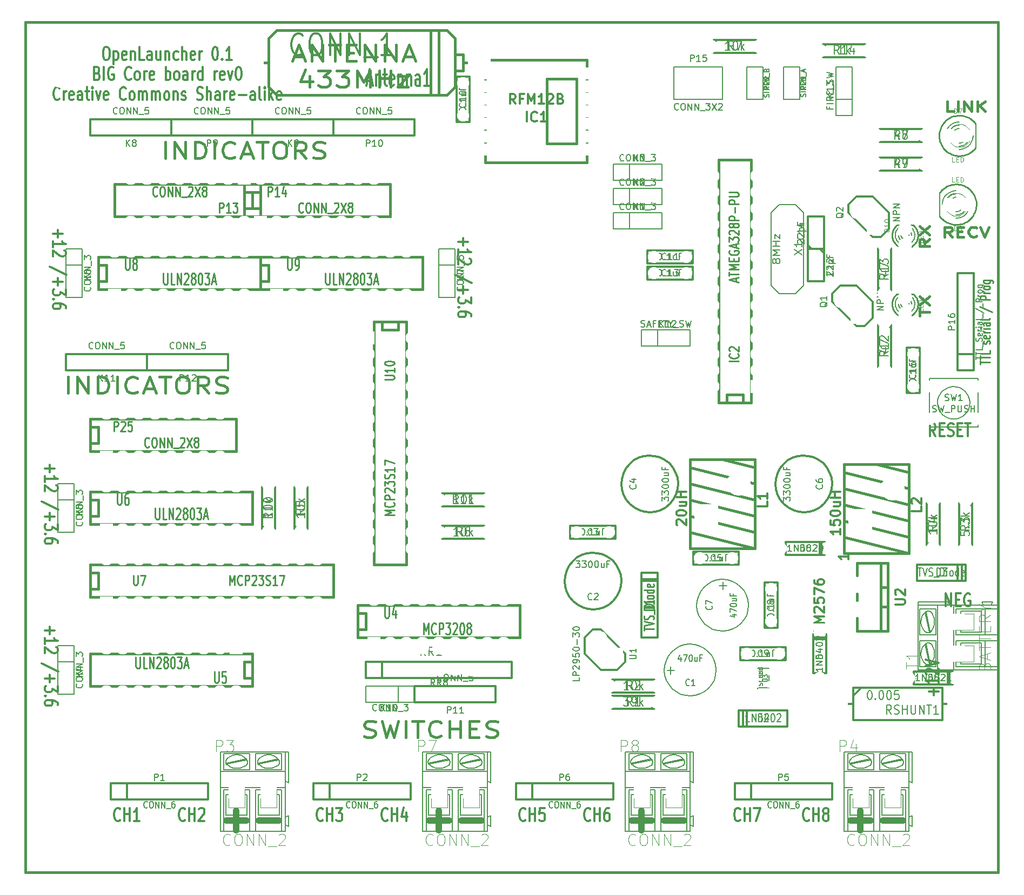
<source format=gto>
G04 (created by PCBNEW-RS274X (2011-05-25)-stable) date Tue 12 Jun 2012 12:29:23 AM MDT*
G01*
G70*
G90*
%MOIN*%
G04 Gerber Fmt 3.4, Leading zero omitted, Abs format*
%FSLAX34Y34*%
G04 APERTURE LIST*
%ADD10C,0.006000*%
%ADD11C,0.015000*%
%ADD12C,0.040000*%
%ADD13C,0.012000*%
%ADD14C,0.018000*%
%ADD15C,0.010000*%
%ADD16C,0.008000*%
%ADD17C,0.003000*%
%ADD18C,0.005000*%
%ADD19C,0.002600*%
%ADD20C,0.003500*%
%ADD21C,0.011300*%
%ADD22R,0.080000X0.080000*%
%ADD23C,0.080000*%
%ADD24C,0.086000*%
%ADD25O,0.110000X0.082000*%
%ADD26R,0.110000X0.082000*%
%ADD27O,0.082000X0.110000*%
%ADD28R,0.082000X0.110000*%
%ADD29C,0.090000*%
%ADD30R,0.090000X0.090000*%
%ADD31R,0.075000X0.075000*%
%ADD32C,0.075000*%
%ADD33R,0.098700X0.075100*%
%ADD34O,0.176000X0.098000*%
%ADD35R,0.085000X0.085000*%
%ADD36C,0.085000*%
%ADD37R,0.050000X0.040000*%
%ADD38R,0.140000X0.140000*%
%ADD39C,0.140000*%
%ADD40O,0.098000X0.176000*%
%ADD41O,0.118400X0.090900*%
%ADD42C,0.320000*%
%ADD43R,0.147600X0.147600*%
%ADD44C,0.147600*%
G04 APERTURE END LIST*
G54D10*
G54D11*
X28250Y-64750D02*
X28250Y-62500D01*
X88250Y-64750D02*
X88250Y-62500D01*
G54D12*
X55141Y-61538D02*
X56360Y-61538D01*
X42641Y-61538D02*
X43860Y-61538D01*
X81141Y-61538D02*
X82360Y-61538D01*
X53141Y-61538D02*
X54360Y-61538D01*
X53750Y-62148D02*
X53750Y-60929D01*
X67641Y-61538D02*
X68860Y-61538D01*
X65641Y-61538D02*
X66860Y-61538D01*
X66250Y-62148D02*
X66250Y-60929D01*
X40641Y-61538D02*
X41860Y-61538D01*
X41250Y-62148D02*
X41250Y-60929D01*
X79141Y-61538D02*
X80360Y-61538D01*
X79750Y-62148D02*
X79750Y-60929D01*
G54D11*
X83993Y-25633D02*
X83707Y-25900D01*
X83993Y-26091D02*
X83393Y-26091D01*
X83393Y-25786D01*
X83421Y-25710D01*
X83450Y-25671D01*
X83507Y-25633D01*
X83593Y-25633D01*
X83650Y-25671D01*
X83679Y-25710D01*
X83707Y-25786D01*
X83707Y-26091D01*
X83393Y-25367D02*
X83993Y-24833D01*
X83393Y-24833D02*
X83993Y-25367D01*
X83393Y-30360D02*
X83393Y-29903D01*
X83993Y-30131D02*
X83393Y-30131D01*
X83393Y-29712D02*
X83993Y-29178D01*
X83393Y-29178D02*
X83993Y-29712D01*
G54D13*
X55231Y-25572D02*
X55231Y-26029D01*
X54926Y-25800D02*
X55536Y-25800D01*
X54926Y-26629D02*
X54926Y-26286D01*
X54926Y-26458D02*
X55726Y-26458D01*
X55612Y-26401D01*
X55536Y-26343D01*
X55498Y-26286D01*
X55650Y-26857D02*
X55688Y-26886D01*
X55726Y-26943D01*
X55726Y-27086D01*
X55688Y-27143D01*
X55650Y-27172D01*
X55574Y-27200D01*
X55498Y-27200D01*
X55383Y-27172D01*
X54926Y-26829D01*
X54926Y-27200D01*
X55764Y-28342D02*
X54736Y-27828D01*
X55231Y-28543D02*
X55231Y-29000D01*
X54926Y-28771D02*
X55536Y-28771D01*
X55726Y-29229D02*
X55726Y-29600D01*
X55421Y-29400D01*
X55421Y-29486D01*
X55383Y-29543D01*
X55345Y-29572D01*
X55269Y-29600D01*
X55079Y-29600D01*
X55002Y-29572D01*
X54964Y-29543D01*
X54926Y-29486D01*
X54926Y-29314D01*
X54964Y-29257D01*
X55002Y-29229D01*
X55002Y-29857D02*
X54964Y-29885D01*
X54926Y-29857D01*
X54964Y-29828D01*
X55002Y-29857D01*
X54926Y-29857D01*
X55726Y-30400D02*
X55726Y-30286D01*
X55688Y-30229D01*
X55650Y-30200D01*
X55536Y-30143D01*
X55383Y-30114D01*
X55079Y-30114D01*
X55002Y-30143D01*
X54964Y-30171D01*
X54926Y-30229D01*
X54926Y-30343D01*
X54964Y-30400D01*
X55002Y-30429D01*
X55079Y-30457D01*
X55269Y-30457D01*
X55345Y-30429D01*
X55383Y-30400D01*
X55421Y-30343D01*
X55421Y-30229D01*
X55383Y-30171D01*
X55345Y-30143D01*
X55269Y-30114D01*
X29731Y-49572D02*
X29731Y-50029D01*
X29426Y-49800D02*
X30036Y-49800D01*
X29426Y-50629D02*
X29426Y-50286D01*
X29426Y-50458D02*
X30226Y-50458D01*
X30112Y-50401D01*
X30036Y-50343D01*
X29998Y-50286D01*
X30150Y-50857D02*
X30188Y-50886D01*
X30226Y-50943D01*
X30226Y-51086D01*
X30188Y-51143D01*
X30150Y-51172D01*
X30074Y-51200D01*
X29998Y-51200D01*
X29883Y-51172D01*
X29426Y-50829D01*
X29426Y-51200D01*
X30264Y-52342D02*
X29236Y-51828D01*
X29731Y-52543D02*
X29731Y-53000D01*
X29426Y-52771D02*
X30036Y-52771D01*
X30226Y-53229D02*
X30226Y-53600D01*
X29921Y-53400D01*
X29921Y-53486D01*
X29883Y-53543D01*
X29845Y-53572D01*
X29769Y-53600D01*
X29579Y-53600D01*
X29502Y-53572D01*
X29464Y-53543D01*
X29426Y-53486D01*
X29426Y-53314D01*
X29464Y-53257D01*
X29502Y-53229D01*
X29502Y-53857D02*
X29464Y-53885D01*
X29426Y-53857D01*
X29464Y-53828D01*
X29502Y-53857D01*
X29426Y-53857D01*
X30226Y-54400D02*
X30226Y-54286D01*
X30188Y-54229D01*
X30150Y-54200D01*
X30036Y-54143D01*
X29883Y-54114D01*
X29579Y-54114D01*
X29502Y-54143D01*
X29464Y-54171D01*
X29426Y-54229D01*
X29426Y-54343D01*
X29464Y-54400D01*
X29502Y-54429D01*
X29579Y-54457D01*
X29769Y-54457D01*
X29845Y-54429D01*
X29883Y-54400D01*
X29921Y-54343D01*
X29921Y-54229D01*
X29883Y-54171D01*
X29845Y-54143D01*
X29769Y-54114D01*
X29731Y-39572D02*
X29731Y-40029D01*
X29426Y-39800D02*
X30036Y-39800D01*
X29426Y-40629D02*
X29426Y-40286D01*
X29426Y-40458D02*
X30226Y-40458D01*
X30112Y-40401D01*
X30036Y-40343D01*
X29998Y-40286D01*
X30150Y-40857D02*
X30188Y-40886D01*
X30226Y-40943D01*
X30226Y-41086D01*
X30188Y-41143D01*
X30150Y-41172D01*
X30074Y-41200D01*
X29998Y-41200D01*
X29883Y-41172D01*
X29426Y-40829D01*
X29426Y-41200D01*
X30264Y-42342D02*
X29236Y-41828D01*
X29731Y-42543D02*
X29731Y-43000D01*
X29426Y-42771D02*
X30036Y-42771D01*
X30226Y-43229D02*
X30226Y-43600D01*
X29921Y-43400D01*
X29921Y-43486D01*
X29883Y-43543D01*
X29845Y-43572D01*
X29769Y-43600D01*
X29579Y-43600D01*
X29502Y-43572D01*
X29464Y-43543D01*
X29426Y-43486D01*
X29426Y-43314D01*
X29464Y-43257D01*
X29502Y-43229D01*
X29502Y-43857D02*
X29464Y-43885D01*
X29426Y-43857D01*
X29464Y-43828D01*
X29502Y-43857D01*
X29426Y-43857D01*
X30226Y-44400D02*
X30226Y-44286D01*
X30188Y-44229D01*
X30150Y-44200D01*
X30036Y-44143D01*
X29883Y-44114D01*
X29579Y-44114D01*
X29502Y-44143D01*
X29464Y-44171D01*
X29426Y-44229D01*
X29426Y-44343D01*
X29464Y-44400D01*
X29502Y-44429D01*
X29579Y-44457D01*
X29769Y-44457D01*
X29845Y-44429D01*
X29883Y-44400D01*
X29921Y-44343D01*
X29921Y-44229D01*
X29883Y-44171D01*
X29845Y-44143D01*
X29769Y-44114D01*
X30231Y-25072D02*
X30231Y-25529D01*
X29926Y-25300D02*
X30536Y-25300D01*
X29926Y-26129D02*
X29926Y-25786D01*
X29926Y-25958D02*
X30726Y-25958D01*
X30612Y-25901D01*
X30536Y-25843D01*
X30498Y-25786D01*
X30650Y-26357D02*
X30688Y-26386D01*
X30726Y-26443D01*
X30726Y-26586D01*
X30688Y-26643D01*
X30650Y-26672D01*
X30574Y-26700D01*
X30498Y-26700D01*
X30383Y-26672D01*
X29926Y-26329D01*
X29926Y-26700D01*
X30764Y-27842D02*
X29736Y-27328D01*
X30231Y-28043D02*
X30231Y-28500D01*
X29926Y-28271D02*
X30536Y-28271D01*
X30726Y-28729D02*
X30726Y-29100D01*
X30421Y-28900D01*
X30421Y-28986D01*
X30383Y-29043D01*
X30345Y-29072D01*
X30269Y-29100D01*
X30079Y-29100D01*
X30002Y-29072D01*
X29964Y-29043D01*
X29926Y-28986D01*
X29926Y-28814D01*
X29964Y-28757D01*
X30002Y-28729D01*
X30002Y-29357D02*
X29964Y-29385D01*
X29926Y-29357D01*
X29964Y-29328D01*
X30002Y-29357D01*
X29926Y-29357D01*
X30726Y-29900D02*
X30726Y-29786D01*
X30688Y-29729D01*
X30650Y-29700D01*
X30536Y-29643D01*
X30383Y-29614D01*
X30079Y-29614D01*
X30002Y-29643D01*
X29964Y-29671D01*
X29926Y-29729D01*
X29926Y-29843D01*
X29964Y-29900D01*
X30002Y-29929D01*
X30079Y-29957D01*
X30269Y-29957D01*
X30345Y-29929D01*
X30383Y-29900D01*
X30421Y-29843D01*
X30421Y-29729D01*
X30383Y-29671D01*
X30345Y-29643D01*
X30269Y-29614D01*
G54D14*
X30865Y-35155D02*
X30865Y-34155D01*
X31436Y-35155D02*
X31436Y-34155D01*
X32121Y-35155D01*
X32121Y-34155D01*
X32693Y-35155D02*
X32693Y-34155D01*
X32978Y-34155D01*
X33150Y-34202D01*
X33264Y-34298D01*
X33321Y-34393D01*
X33378Y-34583D01*
X33378Y-34726D01*
X33321Y-34917D01*
X33264Y-35012D01*
X33150Y-35107D01*
X32978Y-35155D01*
X32693Y-35155D01*
X33893Y-35155D02*
X33893Y-34155D01*
X35149Y-35060D02*
X35092Y-35107D01*
X34921Y-35155D01*
X34807Y-35155D01*
X34635Y-35107D01*
X34521Y-35012D01*
X34464Y-34917D01*
X34407Y-34726D01*
X34407Y-34583D01*
X34464Y-34393D01*
X34521Y-34298D01*
X34635Y-34202D01*
X34807Y-34155D01*
X34921Y-34155D01*
X35092Y-34202D01*
X35149Y-34250D01*
X35607Y-34869D02*
X36178Y-34869D01*
X35492Y-35155D02*
X35892Y-34155D01*
X36292Y-35155D01*
X36521Y-34155D02*
X37207Y-34155D01*
X36864Y-35155D02*
X36864Y-34155D01*
X37835Y-34155D02*
X38064Y-34155D01*
X38178Y-34202D01*
X38292Y-34298D01*
X38350Y-34488D01*
X38350Y-34821D01*
X38292Y-35012D01*
X38178Y-35107D01*
X38064Y-35155D01*
X37835Y-35155D01*
X37721Y-35107D01*
X37607Y-35012D01*
X37550Y-34821D01*
X37550Y-34488D01*
X37607Y-34298D01*
X37721Y-34202D01*
X37835Y-34155D01*
X39549Y-35155D02*
X39149Y-34679D01*
X38864Y-35155D02*
X38864Y-34155D01*
X39321Y-34155D01*
X39435Y-34202D01*
X39492Y-34250D01*
X39549Y-34345D01*
X39549Y-34488D01*
X39492Y-34583D01*
X39435Y-34631D01*
X39321Y-34679D01*
X38864Y-34679D01*
X40007Y-35107D02*
X40178Y-35155D01*
X40464Y-35155D01*
X40578Y-35107D01*
X40635Y-35060D01*
X40692Y-34964D01*
X40692Y-34869D01*
X40635Y-34774D01*
X40578Y-34726D01*
X40464Y-34679D01*
X40235Y-34631D01*
X40121Y-34583D01*
X40064Y-34536D01*
X40007Y-34440D01*
X40007Y-34345D01*
X40064Y-34250D01*
X40121Y-34202D01*
X40235Y-34155D01*
X40521Y-34155D01*
X40692Y-34202D01*
G54D13*
X85007Y-48324D02*
X85007Y-47524D01*
X85350Y-48324D01*
X85350Y-47524D01*
X85636Y-47905D02*
X85836Y-47905D01*
X85922Y-48324D02*
X85636Y-48324D01*
X85636Y-47524D01*
X85922Y-47524D01*
X86493Y-47562D02*
X86436Y-47524D01*
X86350Y-47524D01*
X86265Y-47562D01*
X86207Y-47638D01*
X86179Y-47714D01*
X86150Y-47867D01*
X86150Y-47981D01*
X86179Y-48133D01*
X86207Y-48210D01*
X86265Y-48286D01*
X86350Y-48324D01*
X86407Y-48324D01*
X86493Y-48286D01*
X86522Y-48248D01*
X86522Y-47981D01*
X86407Y-47981D01*
X84269Y-53806D02*
X84269Y-53349D01*
X84574Y-53578D02*
X83964Y-53578D01*
X84574Y-52749D02*
X84574Y-53092D01*
X84574Y-52920D02*
X83774Y-52920D01*
X83888Y-52977D01*
X83964Y-53035D01*
X84002Y-53092D01*
X83850Y-52521D02*
X83812Y-52492D01*
X83774Y-52435D01*
X83774Y-52292D01*
X83812Y-52235D01*
X83850Y-52206D01*
X83926Y-52178D01*
X84002Y-52178D01*
X84117Y-52206D01*
X84574Y-52549D01*
X84574Y-52178D01*
X83774Y-52007D02*
X84574Y-51807D01*
X83774Y-51607D01*
G54D11*
X88250Y-61250D02*
X88250Y-62500D01*
X28250Y-62500D02*
X28250Y-60750D01*
G54D13*
X76586Y-61498D02*
X76557Y-61536D01*
X76471Y-61574D01*
X76414Y-61574D01*
X76329Y-61536D01*
X76271Y-61460D01*
X76243Y-61383D01*
X76214Y-61231D01*
X76214Y-61117D01*
X76243Y-60964D01*
X76271Y-60888D01*
X76329Y-60812D01*
X76414Y-60774D01*
X76471Y-60774D01*
X76557Y-60812D01*
X76586Y-60850D01*
X76843Y-61574D02*
X76843Y-60774D01*
X76843Y-61155D02*
X77186Y-61155D01*
X77186Y-61574D02*
X77186Y-60774D01*
X77558Y-61117D02*
X77500Y-61079D01*
X77472Y-61040D01*
X77443Y-60964D01*
X77443Y-60926D01*
X77472Y-60850D01*
X77500Y-60812D01*
X77558Y-60774D01*
X77672Y-60774D01*
X77729Y-60812D01*
X77758Y-60850D01*
X77786Y-60926D01*
X77786Y-60964D01*
X77758Y-61040D01*
X77729Y-61079D01*
X77672Y-61117D01*
X77558Y-61117D01*
X77500Y-61155D01*
X77472Y-61193D01*
X77443Y-61269D01*
X77443Y-61421D01*
X77472Y-61498D01*
X77500Y-61536D01*
X77558Y-61574D01*
X77672Y-61574D01*
X77729Y-61536D01*
X77758Y-61498D01*
X77786Y-61421D01*
X77786Y-61269D01*
X77758Y-61193D01*
X77729Y-61155D01*
X77672Y-61117D01*
X72336Y-61498D02*
X72307Y-61536D01*
X72221Y-61574D01*
X72164Y-61574D01*
X72079Y-61536D01*
X72021Y-61460D01*
X71993Y-61383D01*
X71964Y-61231D01*
X71964Y-61117D01*
X71993Y-60964D01*
X72021Y-60888D01*
X72079Y-60812D01*
X72164Y-60774D01*
X72221Y-60774D01*
X72307Y-60812D01*
X72336Y-60850D01*
X72593Y-61574D02*
X72593Y-60774D01*
X72593Y-61155D02*
X72936Y-61155D01*
X72936Y-61574D02*
X72936Y-60774D01*
X73165Y-60774D02*
X73565Y-60774D01*
X73308Y-61574D01*
X63086Y-61498D02*
X63057Y-61536D01*
X62971Y-61574D01*
X62914Y-61574D01*
X62829Y-61536D01*
X62771Y-61460D01*
X62743Y-61383D01*
X62714Y-61231D01*
X62714Y-61117D01*
X62743Y-60964D01*
X62771Y-60888D01*
X62829Y-60812D01*
X62914Y-60774D01*
X62971Y-60774D01*
X63057Y-60812D01*
X63086Y-60850D01*
X63343Y-61574D02*
X63343Y-60774D01*
X63343Y-61155D02*
X63686Y-61155D01*
X63686Y-61574D02*
X63686Y-60774D01*
X64229Y-60774D02*
X64115Y-60774D01*
X64058Y-60812D01*
X64029Y-60850D01*
X63972Y-60964D01*
X63943Y-61117D01*
X63943Y-61421D01*
X63972Y-61498D01*
X64000Y-61536D01*
X64058Y-61574D01*
X64172Y-61574D01*
X64229Y-61536D01*
X64258Y-61498D01*
X64286Y-61421D01*
X64286Y-61231D01*
X64258Y-61155D01*
X64229Y-61117D01*
X64172Y-61079D01*
X64058Y-61079D01*
X64000Y-61117D01*
X63972Y-61155D01*
X63943Y-61231D01*
X59086Y-61498D02*
X59057Y-61536D01*
X58971Y-61574D01*
X58914Y-61574D01*
X58829Y-61536D01*
X58771Y-61460D01*
X58743Y-61383D01*
X58714Y-61231D01*
X58714Y-61117D01*
X58743Y-60964D01*
X58771Y-60888D01*
X58829Y-60812D01*
X58914Y-60774D01*
X58971Y-60774D01*
X59057Y-60812D01*
X59086Y-60850D01*
X59343Y-61574D02*
X59343Y-60774D01*
X59343Y-61155D02*
X59686Y-61155D01*
X59686Y-61574D02*
X59686Y-60774D01*
X60258Y-60774D02*
X59972Y-60774D01*
X59943Y-61155D01*
X59972Y-61117D01*
X60029Y-61079D01*
X60172Y-61079D01*
X60229Y-61117D01*
X60258Y-61155D01*
X60286Y-61231D01*
X60286Y-61421D01*
X60258Y-61498D01*
X60229Y-61536D01*
X60172Y-61574D01*
X60029Y-61574D01*
X59972Y-61536D01*
X59943Y-61498D01*
X50586Y-61498D02*
X50557Y-61536D01*
X50471Y-61574D01*
X50414Y-61574D01*
X50329Y-61536D01*
X50271Y-61460D01*
X50243Y-61383D01*
X50214Y-61231D01*
X50214Y-61117D01*
X50243Y-60964D01*
X50271Y-60888D01*
X50329Y-60812D01*
X50414Y-60774D01*
X50471Y-60774D01*
X50557Y-60812D01*
X50586Y-60850D01*
X50843Y-61574D02*
X50843Y-60774D01*
X50843Y-61155D02*
X51186Y-61155D01*
X51186Y-61574D02*
X51186Y-60774D01*
X51729Y-61040D02*
X51729Y-61574D01*
X51586Y-60736D02*
X51443Y-61307D01*
X51815Y-61307D01*
X46586Y-61498D02*
X46557Y-61536D01*
X46471Y-61574D01*
X46414Y-61574D01*
X46329Y-61536D01*
X46271Y-61460D01*
X46243Y-61383D01*
X46214Y-61231D01*
X46214Y-61117D01*
X46243Y-60964D01*
X46271Y-60888D01*
X46329Y-60812D01*
X46414Y-60774D01*
X46471Y-60774D01*
X46557Y-60812D01*
X46586Y-60850D01*
X46843Y-61574D02*
X46843Y-60774D01*
X46843Y-61155D02*
X47186Y-61155D01*
X47186Y-61574D02*
X47186Y-60774D01*
X47415Y-60774D02*
X47786Y-60774D01*
X47586Y-61079D01*
X47672Y-61079D01*
X47729Y-61117D01*
X47758Y-61155D01*
X47786Y-61231D01*
X47786Y-61421D01*
X47758Y-61498D01*
X47729Y-61536D01*
X47672Y-61574D01*
X47500Y-61574D01*
X47443Y-61536D01*
X47415Y-61498D01*
X38086Y-61498D02*
X38057Y-61536D01*
X37971Y-61574D01*
X37914Y-61574D01*
X37829Y-61536D01*
X37771Y-61460D01*
X37743Y-61383D01*
X37714Y-61231D01*
X37714Y-61117D01*
X37743Y-60964D01*
X37771Y-60888D01*
X37829Y-60812D01*
X37914Y-60774D01*
X37971Y-60774D01*
X38057Y-60812D01*
X38086Y-60850D01*
X38343Y-61574D02*
X38343Y-60774D01*
X38343Y-61155D02*
X38686Y-61155D01*
X38686Y-61574D02*
X38686Y-60774D01*
X38943Y-60850D02*
X38972Y-60812D01*
X39029Y-60774D01*
X39172Y-60774D01*
X39229Y-60812D01*
X39258Y-60850D01*
X39286Y-60926D01*
X39286Y-61002D01*
X39258Y-61117D01*
X38915Y-61574D01*
X39286Y-61574D01*
X34086Y-61498D02*
X34057Y-61536D01*
X33971Y-61574D01*
X33914Y-61574D01*
X33829Y-61536D01*
X33771Y-61460D01*
X33743Y-61383D01*
X33714Y-61231D01*
X33714Y-61117D01*
X33743Y-60964D01*
X33771Y-60888D01*
X33829Y-60812D01*
X33914Y-60774D01*
X33971Y-60774D01*
X34057Y-60812D01*
X34086Y-60850D01*
X34343Y-61574D02*
X34343Y-60774D01*
X34343Y-61155D02*
X34686Y-61155D01*
X34686Y-61574D02*
X34686Y-60774D01*
X35286Y-61574D02*
X34943Y-61574D01*
X35115Y-61574D02*
X35115Y-60774D01*
X35058Y-60888D01*
X35000Y-60964D01*
X34943Y-61002D01*
G54D15*
X87143Y-33370D02*
X87143Y-33141D01*
X87743Y-33256D02*
X87143Y-33256D01*
X87143Y-33065D02*
X87143Y-32836D01*
X87743Y-32951D02*
X87143Y-32951D01*
X87743Y-32512D02*
X87743Y-32703D01*
X87143Y-32703D01*
X87714Y-32093D02*
X87743Y-32055D01*
X87743Y-31979D01*
X87714Y-31940D01*
X87657Y-31921D01*
X87629Y-31921D01*
X87571Y-31940D01*
X87543Y-31979D01*
X87543Y-32036D01*
X87514Y-32074D01*
X87457Y-32093D01*
X87429Y-32093D01*
X87371Y-32074D01*
X87343Y-32036D01*
X87343Y-31979D01*
X87371Y-31940D01*
X87714Y-31597D02*
X87743Y-31635D01*
X87743Y-31712D01*
X87714Y-31750D01*
X87657Y-31769D01*
X87429Y-31769D01*
X87371Y-31750D01*
X87343Y-31712D01*
X87343Y-31635D01*
X87371Y-31597D01*
X87429Y-31578D01*
X87486Y-31578D01*
X87543Y-31769D01*
X87743Y-31407D02*
X87343Y-31407D01*
X87457Y-31407D02*
X87400Y-31388D01*
X87371Y-31369D01*
X87343Y-31331D01*
X87343Y-31292D01*
X87743Y-31159D02*
X87343Y-31159D01*
X87143Y-31159D02*
X87171Y-31178D01*
X87200Y-31159D01*
X87171Y-31140D01*
X87143Y-31159D01*
X87200Y-31159D01*
X87743Y-30797D02*
X87429Y-30797D01*
X87371Y-30816D01*
X87343Y-30854D01*
X87343Y-30931D01*
X87371Y-30969D01*
X87714Y-30797D02*
X87743Y-30835D01*
X87743Y-30931D01*
X87714Y-30969D01*
X87657Y-30988D01*
X87600Y-30988D01*
X87543Y-30969D01*
X87514Y-30931D01*
X87514Y-30835D01*
X87486Y-30797D01*
X87743Y-30550D02*
X87714Y-30588D01*
X87657Y-30607D01*
X87143Y-30607D01*
X87114Y-29806D02*
X87886Y-30149D01*
X87743Y-29368D02*
X87143Y-29368D01*
X87143Y-29215D01*
X87171Y-29177D01*
X87200Y-29158D01*
X87257Y-29139D01*
X87343Y-29139D01*
X87400Y-29158D01*
X87429Y-29177D01*
X87457Y-29215D01*
X87457Y-29368D01*
X87743Y-28968D02*
X87343Y-28968D01*
X87457Y-28968D02*
X87400Y-28949D01*
X87371Y-28930D01*
X87343Y-28892D01*
X87343Y-28853D01*
X87743Y-28663D02*
X87714Y-28701D01*
X87686Y-28720D01*
X87629Y-28739D01*
X87457Y-28739D01*
X87400Y-28720D01*
X87371Y-28701D01*
X87343Y-28663D01*
X87343Y-28605D01*
X87371Y-28567D01*
X87400Y-28548D01*
X87457Y-28529D01*
X87629Y-28529D01*
X87686Y-28548D01*
X87714Y-28567D01*
X87743Y-28605D01*
X87743Y-28663D01*
X87343Y-28186D02*
X87829Y-28186D01*
X87886Y-28205D01*
X87914Y-28224D01*
X87943Y-28263D01*
X87943Y-28320D01*
X87914Y-28358D01*
X87714Y-28186D02*
X87743Y-28224D01*
X87743Y-28301D01*
X87714Y-28339D01*
X87686Y-28358D01*
X87629Y-28377D01*
X87457Y-28377D01*
X87400Y-28358D01*
X87371Y-28339D01*
X87343Y-28301D01*
X87343Y-28224D01*
X87371Y-28186D01*
G54D13*
X84379Y-37824D02*
X84179Y-37443D01*
X84036Y-37824D02*
X84036Y-37024D01*
X84264Y-37024D01*
X84322Y-37062D01*
X84350Y-37100D01*
X84379Y-37176D01*
X84379Y-37290D01*
X84350Y-37367D01*
X84322Y-37405D01*
X84264Y-37443D01*
X84036Y-37443D01*
X84636Y-37405D02*
X84836Y-37405D01*
X84922Y-37824D02*
X84636Y-37824D01*
X84636Y-37024D01*
X84922Y-37024D01*
X85150Y-37786D02*
X85236Y-37824D01*
X85379Y-37824D01*
X85436Y-37786D01*
X85465Y-37748D01*
X85493Y-37671D01*
X85493Y-37595D01*
X85465Y-37519D01*
X85436Y-37481D01*
X85379Y-37443D01*
X85265Y-37405D01*
X85207Y-37367D01*
X85179Y-37329D01*
X85150Y-37252D01*
X85150Y-37176D01*
X85179Y-37100D01*
X85207Y-37062D01*
X85265Y-37024D01*
X85407Y-37024D01*
X85493Y-37062D01*
X85750Y-37405D02*
X85950Y-37405D01*
X86036Y-37824D02*
X85750Y-37824D01*
X85750Y-37024D01*
X86036Y-37024D01*
X86207Y-37024D02*
X86550Y-37024D01*
X86379Y-37824D02*
X86379Y-37024D01*
G54D11*
X85393Y-25493D02*
X85126Y-25207D01*
X84935Y-25493D02*
X84935Y-24893D01*
X85240Y-24893D01*
X85316Y-24921D01*
X85355Y-24950D01*
X85393Y-25007D01*
X85393Y-25093D01*
X85355Y-25150D01*
X85316Y-25179D01*
X85240Y-25207D01*
X84935Y-25207D01*
X85735Y-25179D02*
X86002Y-25179D01*
X86116Y-25493D02*
X85735Y-25493D01*
X85735Y-24893D01*
X86116Y-24893D01*
X86917Y-25436D02*
X86879Y-25464D01*
X86764Y-25493D01*
X86688Y-25493D01*
X86574Y-25464D01*
X86498Y-25407D01*
X86459Y-25350D01*
X86421Y-25236D01*
X86421Y-25150D01*
X86459Y-25036D01*
X86498Y-24979D01*
X86574Y-24921D01*
X86688Y-24893D01*
X86764Y-24893D01*
X86879Y-24921D01*
X86917Y-24950D01*
X87145Y-24893D02*
X87412Y-25493D01*
X87679Y-24893D01*
X85488Y-17743D02*
X85107Y-17743D01*
X85107Y-17143D01*
X85755Y-17743D02*
X85755Y-17143D01*
X86136Y-17743D02*
X86136Y-17143D01*
X86594Y-17743D01*
X86594Y-17143D01*
X86974Y-17743D02*
X86974Y-17143D01*
X87432Y-17743D02*
X87089Y-17400D01*
X87432Y-17143D02*
X86974Y-17486D01*
G54D14*
X44815Y-14369D02*
X45386Y-14369D01*
X44700Y-14655D02*
X45100Y-13655D01*
X45500Y-14655D01*
X45901Y-14655D02*
X45901Y-13655D01*
X46586Y-14655D01*
X46586Y-13655D01*
X46986Y-13655D02*
X47672Y-13655D01*
X47329Y-14655D02*
X47329Y-13655D01*
X48072Y-14131D02*
X48472Y-14131D01*
X48643Y-14655D02*
X48072Y-14655D01*
X48072Y-13655D01*
X48643Y-13655D01*
X49158Y-14655D02*
X49158Y-13655D01*
X49843Y-14655D01*
X49843Y-13655D01*
X50415Y-14655D02*
X50415Y-13655D01*
X51100Y-14655D01*
X51100Y-13655D01*
X51615Y-14369D02*
X52186Y-14369D01*
X51500Y-14655D02*
X51900Y-13655D01*
X52300Y-14655D01*
X45786Y-15568D02*
X45786Y-16235D01*
X45500Y-15187D02*
X45215Y-15901D01*
X45957Y-15901D01*
X46300Y-15235D02*
X47043Y-15235D01*
X46643Y-15616D01*
X46815Y-15616D01*
X46929Y-15663D01*
X46986Y-15711D01*
X47043Y-15806D01*
X47043Y-16044D01*
X46986Y-16140D01*
X46929Y-16187D01*
X46815Y-16235D01*
X46472Y-16235D01*
X46358Y-16187D01*
X46300Y-16140D01*
X47443Y-15235D02*
X48186Y-15235D01*
X47786Y-15616D01*
X47958Y-15616D01*
X48072Y-15663D01*
X48129Y-15711D01*
X48186Y-15806D01*
X48186Y-16044D01*
X48129Y-16140D01*
X48072Y-16187D01*
X47958Y-16235D01*
X47615Y-16235D01*
X47501Y-16187D01*
X47443Y-16140D01*
X48701Y-16235D02*
X48701Y-15235D01*
X49101Y-15949D01*
X49501Y-15235D01*
X49501Y-16235D01*
X50072Y-16235D02*
X50072Y-15235D01*
X50072Y-15711D02*
X50757Y-15711D01*
X50757Y-16235D02*
X50757Y-15235D01*
X51214Y-15568D02*
X51843Y-15568D01*
X51214Y-16235D01*
X51843Y-16235D01*
X36865Y-20655D02*
X36865Y-19655D01*
X37436Y-20655D02*
X37436Y-19655D01*
X38121Y-20655D01*
X38121Y-19655D01*
X38693Y-20655D02*
X38693Y-19655D01*
X38978Y-19655D01*
X39150Y-19702D01*
X39264Y-19798D01*
X39321Y-19893D01*
X39378Y-20083D01*
X39378Y-20226D01*
X39321Y-20417D01*
X39264Y-20512D01*
X39150Y-20607D01*
X38978Y-20655D01*
X38693Y-20655D01*
X39893Y-20655D02*
X39893Y-19655D01*
X41149Y-20560D02*
X41092Y-20607D01*
X40921Y-20655D01*
X40807Y-20655D01*
X40635Y-20607D01*
X40521Y-20512D01*
X40464Y-20417D01*
X40407Y-20226D01*
X40407Y-20083D01*
X40464Y-19893D01*
X40521Y-19798D01*
X40635Y-19702D01*
X40807Y-19655D01*
X40921Y-19655D01*
X41092Y-19702D01*
X41149Y-19750D01*
X41607Y-20369D02*
X42178Y-20369D01*
X41492Y-20655D02*
X41892Y-19655D01*
X42292Y-20655D01*
X42521Y-19655D02*
X43207Y-19655D01*
X42864Y-20655D02*
X42864Y-19655D01*
X43835Y-19655D02*
X44064Y-19655D01*
X44178Y-19702D01*
X44292Y-19798D01*
X44350Y-19988D01*
X44350Y-20321D01*
X44292Y-20512D01*
X44178Y-20607D01*
X44064Y-20655D01*
X43835Y-20655D01*
X43721Y-20607D01*
X43607Y-20512D01*
X43550Y-20321D01*
X43550Y-19988D01*
X43607Y-19798D01*
X43721Y-19702D01*
X43835Y-19655D01*
X45549Y-20655D02*
X45149Y-20179D01*
X44864Y-20655D02*
X44864Y-19655D01*
X45321Y-19655D01*
X45435Y-19702D01*
X45492Y-19750D01*
X45549Y-19845D01*
X45549Y-19988D01*
X45492Y-20083D01*
X45435Y-20131D01*
X45321Y-20179D01*
X44864Y-20179D01*
X46007Y-20607D02*
X46178Y-20655D01*
X46464Y-20655D01*
X46578Y-20607D01*
X46635Y-20560D01*
X46692Y-20464D01*
X46692Y-20369D01*
X46635Y-20274D01*
X46578Y-20226D01*
X46464Y-20179D01*
X46235Y-20131D01*
X46121Y-20083D01*
X46064Y-20036D01*
X46007Y-19940D01*
X46007Y-19845D01*
X46064Y-19750D01*
X46121Y-19702D01*
X46235Y-19655D01*
X46521Y-19655D01*
X46692Y-19702D01*
X49137Y-56357D02*
X49308Y-56405D01*
X49594Y-56405D01*
X49708Y-56357D01*
X49765Y-56310D01*
X49822Y-56214D01*
X49822Y-56119D01*
X49765Y-56024D01*
X49708Y-55976D01*
X49594Y-55929D01*
X49365Y-55881D01*
X49251Y-55833D01*
X49194Y-55786D01*
X49137Y-55690D01*
X49137Y-55595D01*
X49194Y-55500D01*
X49251Y-55452D01*
X49365Y-55405D01*
X49651Y-55405D01*
X49822Y-55452D01*
X50222Y-55405D02*
X50508Y-56405D01*
X50737Y-55690D01*
X50965Y-56405D01*
X51251Y-55405D01*
X51708Y-56405D02*
X51708Y-55405D01*
X52107Y-55405D02*
X52793Y-55405D01*
X52450Y-56405D02*
X52450Y-55405D01*
X53878Y-56310D02*
X53821Y-56357D01*
X53650Y-56405D01*
X53536Y-56405D01*
X53364Y-56357D01*
X53250Y-56262D01*
X53193Y-56167D01*
X53136Y-55976D01*
X53136Y-55833D01*
X53193Y-55643D01*
X53250Y-55548D01*
X53364Y-55452D01*
X53536Y-55405D01*
X53650Y-55405D01*
X53821Y-55452D01*
X53878Y-55500D01*
X54393Y-56405D02*
X54393Y-55405D01*
X54393Y-55881D02*
X55078Y-55881D01*
X55078Y-56405D02*
X55078Y-55405D01*
X55650Y-55881D02*
X56050Y-55881D01*
X56221Y-56405D02*
X55650Y-56405D01*
X55650Y-55405D01*
X56221Y-55405D01*
X56679Y-56357D02*
X56850Y-56405D01*
X57136Y-56405D01*
X57250Y-56357D01*
X57307Y-56310D01*
X57364Y-56214D01*
X57364Y-56119D01*
X57307Y-56024D01*
X57250Y-55976D01*
X57136Y-55929D01*
X56907Y-55881D01*
X56793Y-55833D01*
X56736Y-55786D01*
X56679Y-55690D01*
X56679Y-55595D01*
X56736Y-55500D01*
X56793Y-55452D01*
X56907Y-55405D01*
X57193Y-55405D01*
X57364Y-55452D01*
G54D13*
X33172Y-13774D02*
X33286Y-13774D01*
X33344Y-13812D01*
X33401Y-13888D01*
X33429Y-14040D01*
X33429Y-14307D01*
X33401Y-14460D01*
X33344Y-14536D01*
X33286Y-14574D01*
X33172Y-14574D01*
X33115Y-14536D01*
X33058Y-14460D01*
X33029Y-14307D01*
X33029Y-14040D01*
X33058Y-13888D01*
X33115Y-13812D01*
X33172Y-13774D01*
X33687Y-14040D02*
X33687Y-14840D01*
X33687Y-14079D02*
X33744Y-14040D01*
X33858Y-14040D01*
X33915Y-14079D01*
X33944Y-14117D01*
X33973Y-14193D01*
X33973Y-14421D01*
X33944Y-14498D01*
X33915Y-14536D01*
X33858Y-14574D01*
X33744Y-14574D01*
X33687Y-14536D01*
X34458Y-14536D02*
X34401Y-14574D01*
X34287Y-14574D01*
X34230Y-14536D01*
X34201Y-14460D01*
X34201Y-14155D01*
X34230Y-14079D01*
X34287Y-14040D01*
X34401Y-14040D01*
X34458Y-14079D01*
X34487Y-14155D01*
X34487Y-14231D01*
X34201Y-14307D01*
X34744Y-14040D02*
X34744Y-14574D01*
X34744Y-14117D02*
X34772Y-14079D01*
X34830Y-14040D01*
X34915Y-14040D01*
X34972Y-14079D01*
X35001Y-14155D01*
X35001Y-14574D01*
X35573Y-14574D02*
X35287Y-14574D01*
X35287Y-13774D01*
X36030Y-14574D02*
X36030Y-14155D01*
X36001Y-14079D01*
X35944Y-14040D01*
X35830Y-14040D01*
X35773Y-14079D01*
X36030Y-14536D02*
X35973Y-14574D01*
X35830Y-14574D01*
X35773Y-14536D01*
X35744Y-14460D01*
X35744Y-14383D01*
X35773Y-14307D01*
X35830Y-14269D01*
X35973Y-14269D01*
X36030Y-14231D01*
X36573Y-14040D02*
X36573Y-14574D01*
X36316Y-14040D02*
X36316Y-14460D01*
X36344Y-14536D01*
X36402Y-14574D01*
X36487Y-14574D01*
X36544Y-14536D01*
X36573Y-14498D01*
X36859Y-14040D02*
X36859Y-14574D01*
X36859Y-14117D02*
X36887Y-14079D01*
X36945Y-14040D01*
X37030Y-14040D01*
X37087Y-14079D01*
X37116Y-14155D01*
X37116Y-14574D01*
X37659Y-14536D02*
X37602Y-14574D01*
X37488Y-14574D01*
X37430Y-14536D01*
X37402Y-14498D01*
X37373Y-14421D01*
X37373Y-14193D01*
X37402Y-14117D01*
X37430Y-14079D01*
X37488Y-14040D01*
X37602Y-14040D01*
X37659Y-14079D01*
X37916Y-14574D02*
X37916Y-13774D01*
X38173Y-14574D02*
X38173Y-14155D01*
X38144Y-14079D01*
X38087Y-14040D01*
X38002Y-14040D01*
X37944Y-14079D01*
X37916Y-14117D01*
X38687Y-14536D02*
X38630Y-14574D01*
X38516Y-14574D01*
X38459Y-14536D01*
X38430Y-14460D01*
X38430Y-14155D01*
X38459Y-14079D01*
X38516Y-14040D01*
X38630Y-14040D01*
X38687Y-14079D01*
X38716Y-14155D01*
X38716Y-14231D01*
X38430Y-14307D01*
X38973Y-14574D02*
X38973Y-14040D01*
X38973Y-14193D02*
X39001Y-14117D01*
X39030Y-14079D01*
X39087Y-14040D01*
X39144Y-14040D01*
X39915Y-13774D02*
X39972Y-13774D01*
X40029Y-13812D01*
X40058Y-13850D01*
X40087Y-13926D01*
X40115Y-14079D01*
X40115Y-14269D01*
X40087Y-14421D01*
X40058Y-14498D01*
X40029Y-14536D01*
X39972Y-14574D01*
X39915Y-14574D01*
X39858Y-14536D01*
X39829Y-14498D01*
X39801Y-14421D01*
X39772Y-14269D01*
X39772Y-14079D01*
X39801Y-13926D01*
X39829Y-13850D01*
X39858Y-13812D01*
X39915Y-13774D01*
X40372Y-14498D02*
X40400Y-14536D01*
X40372Y-14574D01*
X40343Y-14536D01*
X40372Y-14498D01*
X40372Y-14574D01*
X40972Y-14574D02*
X40629Y-14574D01*
X40801Y-14574D02*
X40801Y-13774D01*
X40744Y-13888D01*
X40686Y-13964D01*
X40629Y-14002D01*
X32673Y-15395D02*
X32759Y-15433D01*
X32787Y-15471D01*
X32816Y-15547D01*
X32816Y-15661D01*
X32787Y-15738D01*
X32759Y-15776D01*
X32701Y-15814D01*
X32473Y-15814D01*
X32473Y-15014D01*
X32673Y-15014D01*
X32730Y-15052D01*
X32759Y-15090D01*
X32787Y-15166D01*
X32787Y-15242D01*
X32759Y-15319D01*
X32730Y-15357D01*
X32673Y-15395D01*
X32473Y-15395D01*
X33073Y-15814D02*
X33073Y-15014D01*
X33673Y-15052D02*
X33616Y-15014D01*
X33530Y-15014D01*
X33445Y-15052D01*
X33387Y-15128D01*
X33359Y-15204D01*
X33330Y-15357D01*
X33330Y-15471D01*
X33359Y-15623D01*
X33387Y-15700D01*
X33445Y-15776D01*
X33530Y-15814D01*
X33587Y-15814D01*
X33673Y-15776D01*
X33702Y-15738D01*
X33702Y-15471D01*
X33587Y-15471D01*
X34759Y-15738D02*
X34730Y-15776D01*
X34644Y-15814D01*
X34587Y-15814D01*
X34502Y-15776D01*
X34444Y-15700D01*
X34416Y-15623D01*
X34387Y-15471D01*
X34387Y-15357D01*
X34416Y-15204D01*
X34444Y-15128D01*
X34502Y-15052D01*
X34587Y-15014D01*
X34644Y-15014D01*
X34730Y-15052D01*
X34759Y-15090D01*
X35102Y-15814D02*
X35044Y-15776D01*
X35016Y-15738D01*
X34987Y-15661D01*
X34987Y-15433D01*
X35016Y-15357D01*
X35044Y-15319D01*
X35102Y-15280D01*
X35187Y-15280D01*
X35244Y-15319D01*
X35273Y-15357D01*
X35302Y-15433D01*
X35302Y-15661D01*
X35273Y-15738D01*
X35244Y-15776D01*
X35187Y-15814D01*
X35102Y-15814D01*
X35559Y-15814D02*
X35559Y-15280D01*
X35559Y-15433D02*
X35587Y-15357D01*
X35616Y-15319D01*
X35673Y-15280D01*
X35730Y-15280D01*
X36158Y-15776D02*
X36101Y-15814D01*
X35987Y-15814D01*
X35930Y-15776D01*
X35901Y-15700D01*
X35901Y-15395D01*
X35930Y-15319D01*
X35987Y-15280D01*
X36101Y-15280D01*
X36158Y-15319D01*
X36187Y-15395D01*
X36187Y-15471D01*
X35901Y-15547D01*
X36901Y-15814D02*
X36901Y-15014D01*
X36901Y-15319D02*
X36958Y-15280D01*
X37072Y-15280D01*
X37129Y-15319D01*
X37158Y-15357D01*
X37187Y-15433D01*
X37187Y-15661D01*
X37158Y-15738D01*
X37129Y-15776D01*
X37072Y-15814D01*
X36958Y-15814D01*
X36901Y-15776D01*
X37530Y-15814D02*
X37472Y-15776D01*
X37444Y-15738D01*
X37415Y-15661D01*
X37415Y-15433D01*
X37444Y-15357D01*
X37472Y-15319D01*
X37530Y-15280D01*
X37615Y-15280D01*
X37672Y-15319D01*
X37701Y-15357D01*
X37730Y-15433D01*
X37730Y-15661D01*
X37701Y-15738D01*
X37672Y-15776D01*
X37615Y-15814D01*
X37530Y-15814D01*
X38244Y-15814D02*
X38244Y-15395D01*
X38215Y-15319D01*
X38158Y-15280D01*
X38044Y-15280D01*
X37987Y-15319D01*
X38244Y-15776D02*
X38187Y-15814D01*
X38044Y-15814D01*
X37987Y-15776D01*
X37958Y-15700D01*
X37958Y-15623D01*
X37987Y-15547D01*
X38044Y-15509D01*
X38187Y-15509D01*
X38244Y-15471D01*
X38530Y-15814D02*
X38530Y-15280D01*
X38530Y-15433D02*
X38558Y-15357D01*
X38587Y-15319D01*
X38644Y-15280D01*
X38701Y-15280D01*
X39158Y-15814D02*
X39158Y-15014D01*
X39158Y-15776D02*
X39101Y-15814D01*
X38987Y-15814D01*
X38929Y-15776D01*
X38901Y-15738D01*
X38872Y-15661D01*
X38872Y-15433D01*
X38901Y-15357D01*
X38929Y-15319D01*
X38987Y-15280D01*
X39101Y-15280D01*
X39158Y-15319D01*
X39901Y-15814D02*
X39901Y-15280D01*
X39901Y-15433D02*
X39929Y-15357D01*
X39958Y-15319D01*
X40015Y-15280D01*
X40072Y-15280D01*
X40500Y-15776D02*
X40443Y-15814D01*
X40329Y-15814D01*
X40272Y-15776D01*
X40243Y-15700D01*
X40243Y-15395D01*
X40272Y-15319D01*
X40329Y-15280D01*
X40443Y-15280D01*
X40500Y-15319D01*
X40529Y-15395D01*
X40529Y-15471D01*
X40243Y-15547D01*
X40729Y-15280D02*
X40872Y-15814D01*
X41014Y-15280D01*
X41357Y-15014D02*
X41414Y-15014D01*
X41471Y-15052D01*
X41500Y-15090D01*
X41529Y-15166D01*
X41557Y-15319D01*
X41557Y-15509D01*
X41529Y-15661D01*
X41500Y-15738D01*
X41471Y-15776D01*
X41414Y-15814D01*
X41357Y-15814D01*
X41300Y-15776D01*
X41271Y-15738D01*
X41243Y-15661D01*
X41214Y-15509D01*
X41214Y-15319D01*
X41243Y-15166D01*
X41271Y-15090D01*
X41300Y-15052D01*
X41357Y-15014D01*
X30344Y-16978D02*
X30315Y-17016D01*
X30229Y-17054D01*
X30172Y-17054D01*
X30087Y-17016D01*
X30029Y-16940D01*
X30001Y-16863D01*
X29972Y-16711D01*
X29972Y-16597D01*
X30001Y-16444D01*
X30029Y-16368D01*
X30087Y-16292D01*
X30172Y-16254D01*
X30229Y-16254D01*
X30315Y-16292D01*
X30344Y-16330D01*
X30601Y-17054D02*
X30601Y-16520D01*
X30601Y-16673D02*
X30629Y-16597D01*
X30658Y-16559D01*
X30715Y-16520D01*
X30772Y-16520D01*
X31200Y-17016D02*
X31143Y-17054D01*
X31029Y-17054D01*
X30972Y-17016D01*
X30943Y-16940D01*
X30943Y-16635D01*
X30972Y-16559D01*
X31029Y-16520D01*
X31143Y-16520D01*
X31200Y-16559D01*
X31229Y-16635D01*
X31229Y-16711D01*
X30943Y-16787D01*
X31743Y-17054D02*
X31743Y-16635D01*
X31714Y-16559D01*
X31657Y-16520D01*
X31543Y-16520D01*
X31486Y-16559D01*
X31743Y-17016D02*
X31686Y-17054D01*
X31543Y-17054D01*
X31486Y-17016D01*
X31457Y-16940D01*
X31457Y-16863D01*
X31486Y-16787D01*
X31543Y-16749D01*
X31686Y-16749D01*
X31743Y-16711D01*
X31943Y-16520D02*
X32172Y-16520D01*
X32029Y-16254D02*
X32029Y-16940D01*
X32057Y-17016D01*
X32115Y-17054D01*
X32172Y-17054D01*
X32372Y-17054D02*
X32372Y-16520D01*
X32372Y-16254D02*
X32343Y-16292D01*
X32372Y-16330D01*
X32400Y-16292D01*
X32372Y-16254D01*
X32372Y-16330D01*
X32601Y-16520D02*
X32744Y-17054D01*
X32886Y-16520D01*
X33343Y-17016D02*
X33286Y-17054D01*
X33172Y-17054D01*
X33115Y-17016D01*
X33086Y-16940D01*
X33086Y-16635D01*
X33115Y-16559D01*
X33172Y-16520D01*
X33286Y-16520D01*
X33343Y-16559D01*
X33372Y-16635D01*
X33372Y-16711D01*
X33086Y-16787D01*
X34429Y-16978D02*
X34400Y-17016D01*
X34314Y-17054D01*
X34257Y-17054D01*
X34172Y-17016D01*
X34114Y-16940D01*
X34086Y-16863D01*
X34057Y-16711D01*
X34057Y-16597D01*
X34086Y-16444D01*
X34114Y-16368D01*
X34172Y-16292D01*
X34257Y-16254D01*
X34314Y-16254D01*
X34400Y-16292D01*
X34429Y-16330D01*
X34772Y-17054D02*
X34714Y-17016D01*
X34686Y-16978D01*
X34657Y-16901D01*
X34657Y-16673D01*
X34686Y-16597D01*
X34714Y-16559D01*
X34772Y-16520D01*
X34857Y-16520D01*
X34914Y-16559D01*
X34943Y-16597D01*
X34972Y-16673D01*
X34972Y-16901D01*
X34943Y-16978D01*
X34914Y-17016D01*
X34857Y-17054D01*
X34772Y-17054D01*
X35229Y-17054D02*
X35229Y-16520D01*
X35229Y-16597D02*
X35257Y-16559D01*
X35315Y-16520D01*
X35400Y-16520D01*
X35457Y-16559D01*
X35486Y-16635D01*
X35486Y-17054D01*
X35486Y-16635D02*
X35515Y-16559D01*
X35572Y-16520D01*
X35657Y-16520D01*
X35715Y-16559D01*
X35743Y-16635D01*
X35743Y-17054D01*
X36029Y-17054D02*
X36029Y-16520D01*
X36029Y-16597D02*
X36057Y-16559D01*
X36115Y-16520D01*
X36200Y-16520D01*
X36257Y-16559D01*
X36286Y-16635D01*
X36286Y-17054D01*
X36286Y-16635D02*
X36315Y-16559D01*
X36372Y-16520D01*
X36457Y-16520D01*
X36515Y-16559D01*
X36543Y-16635D01*
X36543Y-17054D01*
X36915Y-17054D02*
X36857Y-17016D01*
X36829Y-16978D01*
X36800Y-16901D01*
X36800Y-16673D01*
X36829Y-16597D01*
X36857Y-16559D01*
X36915Y-16520D01*
X37000Y-16520D01*
X37057Y-16559D01*
X37086Y-16597D01*
X37115Y-16673D01*
X37115Y-16901D01*
X37086Y-16978D01*
X37057Y-17016D01*
X37000Y-17054D01*
X36915Y-17054D01*
X37372Y-16520D02*
X37372Y-17054D01*
X37372Y-16597D02*
X37400Y-16559D01*
X37458Y-16520D01*
X37543Y-16520D01*
X37600Y-16559D01*
X37629Y-16635D01*
X37629Y-17054D01*
X37886Y-17016D02*
X37943Y-17054D01*
X38058Y-17054D01*
X38115Y-17016D01*
X38143Y-16940D01*
X38143Y-16901D01*
X38115Y-16825D01*
X38058Y-16787D01*
X37972Y-16787D01*
X37915Y-16749D01*
X37886Y-16673D01*
X37886Y-16635D01*
X37915Y-16559D01*
X37972Y-16520D01*
X38058Y-16520D01*
X38115Y-16559D01*
X38829Y-17016D02*
X38915Y-17054D01*
X39058Y-17054D01*
X39115Y-17016D01*
X39144Y-16978D01*
X39172Y-16901D01*
X39172Y-16825D01*
X39144Y-16749D01*
X39115Y-16711D01*
X39058Y-16673D01*
X38944Y-16635D01*
X38886Y-16597D01*
X38858Y-16559D01*
X38829Y-16482D01*
X38829Y-16406D01*
X38858Y-16330D01*
X38886Y-16292D01*
X38944Y-16254D01*
X39086Y-16254D01*
X39172Y-16292D01*
X39429Y-17054D02*
X39429Y-16254D01*
X39686Y-17054D02*
X39686Y-16635D01*
X39657Y-16559D01*
X39600Y-16520D01*
X39515Y-16520D01*
X39457Y-16559D01*
X39429Y-16597D01*
X40229Y-17054D02*
X40229Y-16635D01*
X40200Y-16559D01*
X40143Y-16520D01*
X40029Y-16520D01*
X39972Y-16559D01*
X40229Y-17016D02*
X40172Y-17054D01*
X40029Y-17054D01*
X39972Y-17016D01*
X39943Y-16940D01*
X39943Y-16863D01*
X39972Y-16787D01*
X40029Y-16749D01*
X40172Y-16749D01*
X40229Y-16711D01*
X40515Y-17054D02*
X40515Y-16520D01*
X40515Y-16673D02*
X40543Y-16597D01*
X40572Y-16559D01*
X40629Y-16520D01*
X40686Y-16520D01*
X41114Y-17016D02*
X41057Y-17054D01*
X40943Y-17054D01*
X40886Y-17016D01*
X40857Y-16940D01*
X40857Y-16635D01*
X40886Y-16559D01*
X40943Y-16520D01*
X41057Y-16520D01*
X41114Y-16559D01*
X41143Y-16635D01*
X41143Y-16711D01*
X40857Y-16787D01*
X41400Y-16749D02*
X41857Y-16749D01*
X42400Y-17054D02*
X42400Y-16635D01*
X42371Y-16559D01*
X42314Y-16520D01*
X42200Y-16520D01*
X42143Y-16559D01*
X42400Y-17016D02*
X42343Y-17054D01*
X42200Y-17054D01*
X42143Y-17016D01*
X42114Y-16940D01*
X42114Y-16863D01*
X42143Y-16787D01*
X42200Y-16749D01*
X42343Y-16749D01*
X42400Y-16711D01*
X42772Y-17054D02*
X42714Y-17016D01*
X42686Y-16940D01*
X42686Y-16254D01*
X43000Y-17054D02*
X43000Y-16520D01*
X43000Y-16254D02*
X42971Y-16292D01*
X43000Y-16330D01*
X43028Y-16292D01*
X43000Y-16254D01*
X43000Y-16330D01*
X43286Y-17054D02*
X43286Y-16254D01*
X43343Y-16749D02*
X43514Y-17054D01*
X43514Y-16520D02*
X43286Y-16825D01*
X44000Y-17016D02*
X43943Y-17054D01*
X43829Y-17054D01*
X43772Y-17016D01*
X43743Y-16940D01*
X43743Y-16635D01*
X43772Y-16559D01*
X43829Y-16520D01*
X43943Y-16520D01*
X44000Y-16559D01*
X44029Y-16635D01*
X44029Y-16711D01*
X43743Y-16787D01*
G54D11*
X28250Y-12250D02*
X28250Y-62250D01*
X88250Y-12250D02*
X28250Y-12250D01*
X88250Y-62250D02*
X88250Y-12250D01*
X28250Y-64750D02*
X88250Y-64750D01*
G54D10*
X64500Y-23500D02*
X64500Y-22500D01*
X64500Y-22500D02*
X67500Y-22500D01*
X67500Y-22500D02*
X67500Y-23500D01*
X67500Y-23500D02*
X64500Y-23500D01*
X65500Y-22500D02*
X65500Y-23500D01*
X64500Y-25000D02*
X64500Y-24000D01*
X64500Y-24000D02*
X67500Y-24000D01*
X67500Y-24000D02*
X67500Y-25000D01*
X67500Y-25000D02*
X64500Y-25000D01*
X65500Y-24000D02*
X65500Y-25000D01*
X64500Y-22000D02*
X64500Y-21000D01*
X64500Y-21000D02*
X67500Y-21000D01*
X67500Y-21000D02*
X67500Y-22000D01*
X67500Y-22000D02*
X64500Y-22000D01*
X65500Y-21000D02*
X65500Y-22000D01*
G54D13*
X33500Y-60250D02*
X33500Y-59250D01*
X33500Y-59250D02*
X39500Y-59250D01*
X39500Y-59250D02*
X39500Y-60250D01*
X39500Y-60250D02*
X33500Y-60250D01*
X34500Y-60250D02*
X34500Y-59250D01*
X46000Y-60250D02*
X46000Y-59250D01*
X46000Y-59250D02*
X52000Y-59250D01*
X52000Y-59250D02*
X52000Y-60250D01*
X52000Y-60250D02*
X46000Y-60250D01*
X47000Y-60250D02*
X47000Y-59250D01*
G54D16*
X86870Y-20000D02*
X86870Y-18500D01*
G54D17*
X86557Y-19250D02*
X86543Y-19387D01*
X86503Y-19519D01*
X86438Y-19641D01*
X86351Y-19748D01*
X86245Y-19836D01*
X86123Y-19901D01*
X85992Y-19942D01*
X85854Y-19956D01*
X85718Y-19944D01*
X85586Y-19905D01*
X85463Y-19841D01*
X85356Y-19755D01*
X85267Y-19649D01*
X85201Y-19528D01*
X85159Y-19396D01*
X85144Y-19259D01*
X85155Y-19123D01*
X85193Y-18990D01*
X85256Y-18868D01*
X85342Y-18759D01*
X85447Y-18670D01*
X85567Y-18603D01*
X85699Y-18560D01*
X85836Y-18544D01*
X85972Y-18554D01*
X86105Y-18591D01*
X86228Y-18654D01*
X86337Y-18739D01*
X86427Y-18843D01*
X86495Y-18963D01*
X86539Y-19094D01*
X86556Y-19231D01*
X86557Y-19250D01*
G54D15*
X86849Y-18500D02*
X86780Y-18416D01*
X86704Y-18338D01*
X86621Y-18267D01*
X86532Y-18203D01*
X86438Y-18148D01*
X86340Y-18101D01*
X86238Y-18062D01*
X86133Y-18033D01*
X86026Y-18013D01*
X85917Y-18002D01*
X85809Y-18001D01*
X85700Y-18010D01*
X85593Y-18027D01*
X85487Y-18054D01*
X85384Y-18091D01*
X85285Y-18136D01*
X85190Y-18189D01*
X85100Y-18251D01*
X85016Y-18320D01*
X84938Y-18396D01*
X84867Y-18479D01*
X84803Y-18568D01*
X84748Y-18662D01*
X84701Y-18760D01*
X84662Y-18862D01*
X84633Y-18967D01*
X84613Y-19074D01*
X84602Y-19183D01*
X84601Y-19291D01*
X84610Y-19400D01*
X84627Y-19507D01*
X84654Y-19613D01*
X84691Y-19716D01*
X84736Y-19815D01*
X84789Y-19910D01*
X84851Y-20000D01*
X84920Y-20084D01*
X84996Y-20162D01*
X85079Y-20233D01*
X85168Y-20297D01*
X85262Y-20352D01*
X85360Y-20399D01*
X85462Y-20438D01*
X85567Y-20467D01*
X85674Y-20487D01*
X85783Y-20498D01*
X85891Y-20499D01*
X86000Y-20490D01*
X86107Y-20473D01*
X86213Y-20446D01*
X86316Y-20409D01*
X86415Y-20364D01*
X86510Y-20311D01*
X86600Y-20249D01*
X86684Y-20180D01*
X86762Y-20104D01*
X86833Y-20021D01*
X86849Y-20000D01*
G54D10*
X85850Y-18800D02*
X85811Y-18802D01*
X85772Y-18807D01*
X85734Y-18816D01*
X85697Y-18828D01*
X85660Y-18843D01*
X85626Y-18861D01*
X85592Y-18882D01*
X85561Y-18906D01*
X85532Y-18932D01*
X85506Y-18961D01*
X85482Y-18992D01*
X85461Y-19026D01*
X85443Y-19060D01*
X85428Y-19097D01*
X85416Y-19134D01*
X85407Y-19172D01*
X85402Y-19211D01*
X85400Y-19250D01*
X85850Y-19700D02*
X85889Y-19698D01*
X85928Y-19693D01*
X85966Y-19684D01*
X86003Y-19672D01*
X86040Y-19657D01*
X86075Y-19639D01*
X86108Y-19618D01*
X86139Y-19594D01*
X86168Y-19568D01*
X86194Y-19539D01*
X86218Y-19508D01*
X86239Y-19474D01*
X86257Y-19440D01*
X86272Y-19403D01*
X86284Y-19366D01*
X86293Y-19328D01*
X86298Y-19289D01*
X86300Y-19250D01*
X85850Y-18600D02*
X85794Y-18603D01*
X85738Y-18610D01*
X85682Y-18623D01*
X85628Y-18640D01*
X85576Y-18661D01*
X85526Y-18688D01*
X85478Y-18718D01*
X85433Y-18753D01*
X85391Y-18791D01*
X85353Y-18833D01*
X85318Y-18878D01*
X85288Y-18926D01*
X85261Y-18976D01*
X85240Y-19028D01*
X85223Y-19082D01*
X85210Y-19138D01*
X85203Y-19194D01*
X85200Y-19250D01*
X85850Y-19900D02*
X85906Y-19897D01*
X85962Y-19890D01*
X86018Y-19877D01*
X86072Y-19860D01*
X86124Y-19839D01*
X86175Y-19812D01*
X86222Y-19782D01*
X86267Y-19747D01*
X86309Y-19709D01*
X86347Y-19667D01*
X86382Y-19622D01*
X86412Y-19574D01*
X86439Y-19524D01*
X86460Y-19472D01*
X86477Y-19418D01*
X86490Y-19362D01*
X86497Y-19306D01*
X86500Y-19250D01*
X85850Y-18400D02*
X85776Y-18404D01*
X85703Y-18413D01*
X85631Y-18429D01*
X85560Y-18452D01*
X85491Y-18480D01*
X85426Y-18514D01*
X85363Y-18554D01*
X85304Y-18599D01*
X85249Y-18649D01*
X85199Y-18704D01*
X85154Y-18763D01*
X85114Y-18826D01*
X85080Y-18891D01*
X85052Y-18960D01*
X85029Y-19031D01*
X85013Y-19103D01*
X85004Y-19176D01*
X85000Y-19250D01*
X85850Y-20100D02*
X85924Y-20096D01*
X85997Y-20087D01*
X86069Y-20071D01*
X86140Y-20048D01*
X86209Y-20020D01*
X86275Y-19986D01*
X86337Y-19946D01*
X86396Y-19901D01*
X86451Y-19851D01*
X86501Y-19796D01*
X86546Y-19737D01*
X86586Y-19674D01*
X86620Y-19609D01*
X86648Y-19540D01*
X86671Y-19469D01*
X86687Y-19397D01*
X86696Y-19324D01*
X86700Y-19250D01*
G54D16*
X84630Y-22750D02*
X84630Y-24250D01*
G54D17*
X86357Y-23500D02*
X86343Y-23637D01*
X86303Y-23769D01*
X86238Y-23891D01*
X86151Y-23998D01*
X86045Y-24086D01*
X85923Y-24151D01*
X85792Y-24192D01*
X85654Y-24206D01*
X85518Y-24194D01*
X85386Y-24155D01*
X85263Y-24091D01*
X85156Y-24005D01*
X85067Y-23899D01*
X85001Y-23778D01*
X84959Y-23646D01*
X84944Y-23509D01*
X84955Y-23373D01*
X84993Y-23240D01*
X85056Y-23118D01*
X85142Y-23009D01*
X85247Y-22920D01*
X85367Y-22853D01*
X85499Y-22810D01*
X85636Y-22794D01*
X85772Y-22804D01*
X85905Y-22841D01*
X86028Y-22904D01*
X86137Y-22989D01*
X86227Y-23093D01*
X86295Y-23213D01*
X86339Y-23344D01*
X86356Y-23481D01*
X86357Y-23500D01*
G54D15*
X84651Y-24250D02*
X84720Y-24334D01*
X84796Y-24412D01*
X84879Y-24483D01*
X84968Y-24547D01*
X85062Y-24602D01*
X85160Y-24649D01*
X85262Y-24688D01*
X85367Y-24717D01*
X85474Y-24737D01*
X85583Y-24748D01*
X85691Y-24749D01*
X85800Y-24740D01*
X85907Y-24723D01*
X86013Y-24696D01*
X86116Y-24659D01*
X86215Y-24614D01*
X86310Y-24561D01*
X86400Y-24499D01*
X86484Y-24430D01*
X86562Y-24354D01*
X86633Y-24271D01*
X86697Y-24182D01*
X86752Y-24088D01*
X86799Y-23990D01*
X86838Y-23888D01*
X86867Y-23783D01*
X86887Y-23676D01*
X86898Y-23567D01*
X86899Y-23459D01*
X86890Y-23350D01*
X86873Y-23243D01*
X86846Y-23137D01*
X86809Y-23034D01*
X86764Y-22935D01*
X86711Y-22840D01*
X86649Y-22750D01*
X86580Y-22666D01*
X86504Y-22588D01*
X86421Y-22517D01*
X86332Y-22453D01*
X86238Y-22398D01*
X86140Y-22351D01*
X86038Y-22312D01*
X85933Y-22283D01*
X85826Y-22263D01*
X85717Y-22252D01*
X85609Y-22251D01*
X85500Y-22260D01*
X85393Y-22277D01*
X85287Y-22304D01*
X85184Y-22341D01*
X85085Y-22386D01*
X84990Y-22439D01*
X84900Y-22501D01*
X84816Y-22570D01*
X84738Y-22646D01*
X84667Y-22729D01*
X84651Y-22750D01*
G54D10*
X85650Y-23950D02*
X85689Y-23948D01*
X85728Y-23943D01*
X85766Y-23934D01*
X85803Y-23922D01*
X85840Y-23907D01*
X85875Y-23889D01*
X85908Y-23868D01*
X85939Y-23844D01*
X85968Y-23818D01*
X85994Y-23789D01*
X86018Y-23758D01*
X86039Y-23724D01*
X86057Y-23690D01*
X86072Y-23653D01*
X86084Y-23616D01*
X86093Y-23578D01*
X86098Y-23539D01*
X86100Y-23500D01*
X85650Y-23050D02*
X85611Y-23052D01*
X85572Y-23057D01*
X85534Y-23066D01*
X85497Y-23078D01*
X85460Y-23093D01*
X85426Y-23111D01*
X85392Y-23132D01*
X85361Y-23156D01*
X85332Y-23182D01*
X85306Y-23211D01*
X85282Y-23242D01*
X85261Y-23276D01*
X85243Y-23310D01*
X85228Y-23347D01*
X85216Y-23384D01*
X85207Y-23422D01*
X85202Y-23461D01*
X85200Y-23500D01*
X85650Y-24150D02*
X85706Y-24147D01*
X85762Y-24140D01*
X85818Y-24127D01*
X85872Y-24110D01*
X85924Y-24089D01*
X85975Y-24062D01*
X86022Y-24032D01*
X86067Y-23997D01*
X86109Y-23959D01*
X86147Y-23917D01*
X86182Y-23872D01*
X86212Y-23824D01*
X86239Y-23774D01*
X86260Y-23722D01*
X86277Y-23668D01*
X86290Y-23612D01*
X86297Y-23556D01*
X86300Y-23500D01*
X85650Y-22850D02*
X85594Y-22853D01*
X85538Y-22860D01*
X85482Y-22873D01*
X85428Y-22890D01*
X85376Y-22911D01*
X85326Y-22938D01*
X85278Y-22968D01*
X85233Y-23003D01*
X85191Y-23041D01*
X85153Y-23083D01*
X85118Y-23128D01*
X85088Y-23176D01*
X85061Y-23226D01*
X85040Y-23278D01*
X85023Y-23332D01*
X85010Y-23388D01*
X85003Y-23444D01*
X85000Y-23500D01*
X85650Y-24350D02*
X85724Y-24346D01*
X85797Y-24337D01*
X85869Y-24321D01*
X85940Y-24298D01*
X86009Y-24270D01*
X86075Y-24236D01*
X86137Y-24196D01*
X86196Y-24151D01*
X86251Y-24101D01*
X86301Y-24046D01*
X86346Y-23987D01*
X86386Y-23924D01*
X86420Y-23859D01*
X86448Y-23790D01*
X86471Y-23719D01*
X86487Y-23647D01*
X86496Y-23574D01*
X86500Y-23500D01*
X85650Y-22650D02*
X85576Y-22654D01*
X85503Y-22663D01*
X85431Y-22679D01*
X85360Y-22702D01*
X85291Y-22730D01*
X85226Y-22764D01*
X85163Y-22804D01*
X85104Y-22849D01*
X85049Y-22899D01*
X84999Y-22954D01*
X84954Y-23013D01*
X84914Y-23076D01*
X84880Y-23141D01*
X84852Y-23210D01*
X84829Y-23281D01*
X84813Y-23353D01*
X84804Y-23426D01*
X84800Y-23500D01*
G54D11*
X51750Y-30750D02*
X51750Y-45750D01*
X51750Y-45750D02*
X49750Y-45750D01*
X49750Y-45750D02*
X49750Y-30750D01*
X49750Y-30750D02*
X51750Y-30750D01*
X51250Y-30750D02*
X51250Y-31250D01*
X51250Y-31250D02*
X50250Y-31250D01*
X50250Y-31250D02*
X50250Y-30750D01*
X32250Y-45750D02*
X47250Y-45750D01*
X47250Y-45750D02*
X47250Y-47750D01*
X47250Y-47750D02*
X32250Y-47750D01*
X32250Y-47750D02*
X32250Y-45750D01*
X32250Y-46250D02*
X32750Y-46250D01*
X32750Y-46250D02*
X32750Y-47250D01*
X32750Y-47250D02*
X32250Y-47250D01*
X48750Y-48750D02*
X49250Y-48750D01*
X49250Y-48750D02*
X49250Y-49750D01*
X49250Y-49750D02*
X48750Y-49750D01*
X48750Y-48250D02*
X58750Y-48250D01*
X58750Y-48250D02*
X58750Y-50250D01*
X58750Y-50250D02*
X48750Y-50250D01*
X48750Y-50250D02*
X48750Y-48250D01*
G54D13*
X83250Y-45750D02*
X86250Y-45750D01*
X86250Y-45750D02*
X86250Y-46750D01*
X86250Y-46750D02*
X83250Y-46750D01*
X83250Y-46750D02*
X83250Y-45750D01*
X86000Y-45750D02*
X86000Y-46750D01*
X85750Y-46750D02*
X85750Y-45750D01*
X83250Y-46250D02*
X82750Y-46250D01*
X86250Y-46250D02*
X86750Y-46250D01*
X85750Y-52750D02*
X85450Y-52750D01*
X85450Y-52750D02*
X85450Y-52350D01*
X85450Y-52350D02*
X83050Y-52350D01*
X83050Y-52350D02*
X83050Y-52750D01*
X83050Y-52750D02*
X82750Y-52750D01*
X83050Y-52750D02*
X83050Y-53150D01*
X83050Y-53150D02*
X85450Y-53150D01*
X85450Y-53150D02*
X85450Y-52750D01*
X85250Y-52350D02*
X85250Y-53150D01*
X85150Y-53150D02*
X85150Y-52350D01*
X69400Y-27150D02*
X66600Y-27150D01*
X66600Y-27150D02*
X66600Y-26350D01*
X66600Y-26350D02*
X69400Y-26350D01*
X69400Y-26350D02*
X69400Y-27150D01*
X69400Y-26950D02*
X69200Y-27150D01*
X75150Y-51650D02*
X72350Y-51650D01*
X72350Y-51650D02*
X72350Y-50850D01*
X72350Y-50850D02*
X75150Y-50850D01*
X75150Y-50850D02*
X75150Y-51650D01*
X75150Y-51450D02*
X74950Y-51650D01*
X54850Y-18400D02*
X54850Y-15600D01*
X54850Y-15600D02*
X55650Y-15600D01*
X55650Y-15600D02*
X55650Y-18400D01*
X55650Y-18400D02*
X54850Y-18400D01*
X55050Y-18400D02*
X54850Y-18200D01*
X77500Y-26270D02*
X77500Y-28250D01*
X77500Y-28250D02*
X76500Y-28250D01*
X76500Y-28250D02*
X76500Y-26250D01*
X76500Y-26250D02*
X77500Y-26250D01*
X77250Y-26250D02*
X77500Y-26500D01*
X69450Y-44950D02*
X72250Y-44950D01*
X72250Y-44950D02*
X72250Y-45750D01*
X72250Y-45750D02*
X69450Y-45750D01*
X69450Y-45750D02*
X69450Y-44950D01*
X69450Y-45150D02*
X69650Y-44950D01*
X76500Y-26230D02*
X76500Y-24250D01*
X76500Y-24250D02*
X77500Y-24250D01*
X77500Y-24250D02*
X77500Y-26250D01*
X77500Y-26250D02*
X76500Y-26250D01*
X76750Y-26250D02*
X76500Y-26000D01*
X58500Y-60250D02*
X58500Y-59250D01*
X58500Y-59250D02*
X64500Y-59250D01*
X64500Y-59250D02*
X64500Y-60250D01*
X64500Y-60250D02*
X58500Y-60250D01*
X59500Y-60250D02*
X59500Y-59250D01*
X68500Y-40750D02*
X68466Y-41089D01*
X68367Y-41416D01*
X68207Y-41718D01*
X67991Y-41983D01*
X67728Y-42200D01*
X67428Y-42363D01*
X67101Y-42464D01*
X66762Y-42499D01*
X66423Y-42469D01*
X66095Y-42372D01*
X65792Y-42214D01*
X65526Y-42000D01*
X65307Y-41738D01*
X65142Y-41439D01*
X65039Y-41113D01*
X65001Y-40774D01*
X65029Y-40435D01*
X65123Y-40106D01*
X65280Y-39803D01*
X65492Y-39535D01*
X65752Y-39313D01*
X66050Y-39147D01*
X66375Y-39041D01*
X66714Y-39001D01*
X67053Y-39027D01*
X67382Y-39119D01*
X67687Y-39273D01*
X67956Y-39483D01*
X68180Y-39742D01*
X68348Y-40039D01*
X68456Y-40363D01*
X68499Y-40702D01*
X68500Y-40750D01*
X82600Y-35150D02*
X82600Y-32350D01*
X82600Y-32350D02*
X83400Y-32350D01*
X83400Y-32350D02*
X83400Y-35150D01*
X83400Y-35150D02*
X82600Y-35150D01*
X82800Y-35150D02*
X82600Y-34950D01*
X66750Y-45750D02*
X66750Y-46250D01*
X66750Y-46250D02*
X66250Y-46250D01*
X66250Y-46250D02*
X66250Y-50250D01*
X66250Y-50250D02*
X66750Y-50250D01*
X66750Y-50250D02*
X66750Y-50750D01*
X66750Y-50250D02*
X67250Y-50250D01*
X67250Y-50250D02*
X67250Y-46250D01*
X67250Y-46250D02*
X66750Y-46250D01*
X66250Y-46750D02*
X67250Y-46750D01*
X66250Y-46650D02*
X67250Y-46650D01*
X75250Y-55750D02*
X72250Y-55750D01*
X72250Y-55750D02*
X72250Y-54750D01*
X72250Y-54750D02*
X75250Y-54750D01*
X75250Y-54750D02*
X75250Y-55750D01*
X72500Y-55750D02*
X72500Y-54750D01*
X72750Y-54750D02*
X72750Y-55750D01*
X75250Y-55250D02*
X75750Y-55250D01*
X72250Y-55250D02*
X71750Y-55250D01*
X77250Y-49750D02*
X77250Y-50050D01*
X77250Y-50050D02*
X76850Y-50050D01*
X76850Y-50050D02*
X76850Y-52450D01*
X76850Y-52450D02*
X77250Y-52450D01*
X77250Y-52450D02*
X77250Y-52750D01*
X77250Y-52450D02*
X77650Y-52450D01*
X77650Y-52450D02*
X77650Y-50050D01*
X77650Y-50050D02*
X77250Y-50050D01*
X76850Y-50250D02*
X77650Y-50250D01*
X77650Y-50350D02*
X76850Y-50350D01*
X77850Y-44750D02*
X77550Y-44750D01*
X77550Y-44750D02*
X77550Y-44350D01*
X77550Y-44350D02*
X75150Y-44350D01*
X75150Y-44350D02*
X75150Y-44750D01*
X75150Y-44750D02*
X74850Y-44750D01*
X75150Y-44750D02*
X75150Y-45150D01*
X75150Y-45150D02*
X77550Y-45150D01*
X77550Y-45150D02*
X77550Y-44750D01*
X77350Y-44350D02*
X77350Y-45150D01*
X77250Y-45150D02*
X77250Y-44350D01*
X72000Y-60250D02*
X72000Y-59250D01*
X72000Y-59250D02*
X78000Y-59250D01*
X78000Y-59250D02*
X78000Y-60250D01*
X78000Y-60250D02*
X72000Y-60250D01*
X73000Y-60250D02*
X73000Y-59250D01*
G54D11*
X62230Y-15742D02*
X62230Y-19758D01*
X62230Y-19758D02*
X60419Y-19758D01*
X60419Y-19758D02*
X60419Y-15742D01*
X60419Y-15742D02*
X62230Y-15742D01*
X62880Y-20919D02*
X56620Y-20919D01*
X56620Y-20919D02*
X56600Y-14581D01*
X56600Y-14581D02*
X62880Y-14581D01*
X62880Y-14581D02*
X62880Y-20919D01*
X71000Y-35750D02*
X71000Y-20750D01*
X71000Y-20750D02*
X73000Y-20750D01*
X73000Y-20750D02*
X73000Y-35750D01*
X73000Y-35750D02*
X71000Y-35750D01*
X71500Y-35750D02*
X71500Y-35250D01*
X71500Y-35250D02*
X72500Y-35250D01*
X72500Y-35250D02*
X72500Y-35750D01*
G54D16*
X71250Y-17000D02*
X68250Y-17000D01*
X68250Y-15000D02*
X71250Y-15000D01*
X71250Y-15000D02*
X71250Y-17000D01*
X68250Y-17000D02*
X68250Y-15000D01*
G54D18*
X86500Y-35750D02*
X86480Y-35944D01*
X86424Y-36131D01*
X86332Y-36303D01*
X86209Y-36454D01*
X86059Y-36579D01*
X85887Y-36671D01*
X85701Y-36729D01*
X85506Y-36749D01*
X85313Y-36732D01*
X85126Y-36677D01*
X84953Y-36586D01*
X84801Y-36464D01*
X84675Y-36314D01*
X84581Y-36143D01*
X84522Y-35957D01*
X84501Y-35763D01*
X84517Y-35570D01*
X84571Y-35382D01*
X84660Y-35209D01*
X84781Y-35056D01*
X84930Y-34929D01*
X85100Y-34834D01*
X85286Y-34774D01*
X85480Y-34751D01*
X85673Y-34766D01*
X85861Y-34818D01*
X86035Y-34906D01*
X86189Y-35026D01*
X86317Y-35174D01*
X86413Y-35344D01*
X86475Y-35529D01*
X86499Y-35723D01*
X86500Y-35750D01*
X84000Y-34250D02*
X87000Y-34250D01*
X87000Y-34250D02*
X87000Y-37250D01*
X87000Y-37250D02*
X84000Y-37250D01*
X84000Y-34250D02*
X84000Y-37250D01*
G54D19*
X86750Y-51740D02*
X86750Y-50740D01*
X86750Y-50740D02*
X85650Y-50740D01*
X85650Y-51740D02*
X85650Y-50740D01*
X86750Y-51740D02*
X85650Y-51740D01*
X86750Y-49770D02*
X86750Y-48770D01*
X86750Y-48770D02*
X85650Y-48770D01*
X85650Y-49770D02*
X85650Y-48770D01*
X86750Y-49770D02*
X85650Y-49770D01*
G54D10*
X83300Y-48250D02*
X84500Y-48250D01*
X83300Y-48250D02*
X83300Y-52250D01*
X83300Y-48250D02*
X83300Y-48050D01*
X83300Y-48050D02*
X85200Y-48050D01*
X85200Y-48050D02*
X85100Y-48250D01*
X87900Y-48050D02*
X87800Y-48250D01*
X87800Y-48250D02*
X88200Y-48250D01*
X87250Y-48050D02*
X87350Y-48250D01*
X87350Y-48250D02*
X87800Y-48250D01*
X87250Y-48050D02*
X87900Y-48050D01*
X88200Y-50070D02*
X87450Y-50070D01*
X85650Y-48470D02*
X87450Y-48470D01*
X88200Y-50070D02*
X88200Y-48470D01*
X88200Y-48470D02*
X88200Y-48250D01*
X88200Y-50440D02*
X87450Y-50440D01*
X88200Y-50440D02*
X88200Y-50070D01*
X85650Y-52040D02*
X87450Y-52040D01*
X88200Y-52250D02*
X88200Y-52040D01*
X88200Y-52040D02*
X88200Y-50440D01*
X87450Y-50070D02*
X87450Y-48470D01*
X87450Y-50070D02*
X85650Y-50070D01*
X87450Y-48470D02*
X88200Y-48470D01*
X87450Y-50440D02*
X87450Y-52040D01*
X87450Y-50440D02*
X85650Y-50440D01*
X87450Y-52040D02*
X88200Y-52040D01*
X87200Y-48620D02*
X85950Y-48620D01*
X87200Y-48620D02*
X87200Y-49920D01*
X87200Y-49920D02*
X85950Y-49920D01*
X87200Y-50590D02*
X85950Y-50590D01*
X87200Y-50590D02*
X87200Y-51890D01*
X87200Y-51890D02*
X85950Y-51890D01*
X85950Y-51890D02*
X85950Y-51740D01*
X85950Y-50590D02*
X85950Y-50740D01*
X85950Y-49920D02*
X85950Y-49770D01*
X85950Y-48620D02*
X85950Y-48770D01*
X88200Y-52250D02*
X85500Y-52250D01*
X85500Y-52250D02*
X84500Y-52250D01*
X85100Y-48250D02*
X85500Y-48250D01*
X85500Y-48250D02*
X87350Y-48250D01*
X84500Y-52250D02*
X84500Y-48250D01*
X84500Y-52250D02*
X83300Y-52250D01*
X84500Y-48250D02*
X85100Y-48250D01*
X84400Y-50070D02*
X83400Y-50070D01*
X83400Y-50070D02*
X83400Y-48470D01*
X83400Y-48470D02*
X84400Y-48470D01*
X84400Y-48470D02*
X84400Y-50070D01*
X84400Y-50440D02*
X83400Y-50440D01*
X84400Y-50440D02*
X84400Y-52040D01*
X84400Y-52040D02*
X83400Y-52040D01*
X83400Y-50440D02*
X83400Y-52040D01*
X84000Y-49910D02*
X83750Y-48710D01*
X84050Y-49860D02*
X83800Y-48660D01*
X84000Y-51880D02*
X83750Y-50679D01*
X84050Y-51830D02*
X83800Y-50630D01*
X85650Y-52040D02*
X85650Y-51890D01*
X85650Y-50440D02*
X85650Y-50590D01*
X85650Y-50590D02*
X85650Y-51890D01*
X85500Y-52250D02*
X85500Y-51890D01*
X85500Y-51890D02*
X85500Y-50590D01*
X85500Y-50590D02*
X85500Y-49920D01*
X85500Y-48250D02*
X85500Y-48620D01*
X85500Y-48620D02*
X85500Y-49920D01*
X85650Y-48470D02*
X85650Y-48620D01*
X85650Y-50070D02*
X85650Y-49920D01*
X85650Y-49920D02*
X85650Y-48620D01*
X84141Y-48693D02*
X84125Y-48676D01*
X84107Y-48660D01*
X84088Y-48647D01*
X84068Y-48635D01*
X84047Y-48625D01*
X84025Y-48616D01*
X84003Y-48610D01*
X83980Y-48605D01*
X83956Y-48603D01*
X83934Y-48603D01*
X83911Y-48604D01*
X83888Y-48608D01*
X83865Y-48614D01*
X83843Y-48621D01*
X83822Y-48631D01*
X83801Y-48642D01*
X83782Y-48655D01*
X83764Y-48670D01*
X83762Y-48672D01*
X84109Y-49850D02*
X84158Y-49782D01*
X84202Y-49711D01*
X84239Y-49635D01*
X84269Y-49557D01*
X84292Y-49477D01*
X84308Y-49395D01*
X84317Y-49311D01*
X84319Y-49229D01*
X84314Y-49145D01*
X84301Y-49062D01*
X84281Y-48981D01*
X84254Y-48902D01*
X84220Y-48825D01*
X84180Y-48752D01*
X84133Y-48682D01*
X84128Y-48675D01*
X83760Y-48671D02*
X83709Y-48720D01*
X83662Y-48772D01*
X83620Y-48829D01*
X83583Y-48889D01*
X83551Y-48952D01*
X83526Y-49018D01*
X83506Y-49086D01*
X83491Y-49155D01*
X83483Y-49225D01*
X83482Y-49295D01*
X83486Y-49365D01*
X83496Y-49435D01*
X83513Y-49503D01*
X83535Y-49570D01*
X83563Y-49635D01*
X83597Y-49697D01*
X83636Y-49756D01*
X83680Y-49811D01*
X83729Y-49862D01*
X83781Y-49909D01*
X83761Y-49889D02*
X83777Y-49902D01*
X83793Y-49914D01*
X83811Y-49924D01*
X83829Y-49933D01*
X83848Y-49941D01*
X83868Y-49946D01*
X83887Y-49950D01*
X83908Y-49952D01*
X83927Y-49952D01*
X83947Y-49951D01*
X83967Y-49948D01*
X83987Y-49943D01*
X84006Y-49936D01*
X84025Y-49928D01*
X84043Y-49918D01*
X84059Y-49907D01*
X84075Y-49894D01*
X84090Y-49880D01*
X84103Y-49864D01*
X84115Y-49848D01*
X84124Y-49833D01*
X84142Y-50662D02*
X84126Y-50645D01*
X84108Y-50630D01*
X84089Y-50616D01*
X84069Y-50604D01*
X84048Y-50594D01*
X84026Y-50585D01*
X84003Y-50579D01*
X83980Y-50574D01*
X83957Y-50572D01*
X83934Y-50572D01*
X83911Y-50573D01*
X83888Y-50577D01*
X83865Y-50583D01*
X83843Y-50590D01*
X83821Y-50600D01*
X83801Y-50611D01*
X83781Y-50624D01*
X83763Y-50639D01*
X83762Y-50641D01*
X84109Y-51819D02*
X84158Y-51751D01*
X84202Y-51680D01*
X84239Y-51604D01*
X84269Y-51526D01*
X84292Y-51446D01*
X84308Y-51364D01*
X84317Y-51280D01*
X84319Y-51198D01*
X84314Y-51114D01*
X84301Y-51031D01*
X84281Y-50950D01*
X84254Y-50871D01*
X84220Y-50794D01*
X84180Y-50721D01*
X84133Y-50651D01*
X84128Y-50644D01*
X83757Y-50638D02*
X83706Y-50687D01*
X83659Y-50740D01*
X83617Y-50797D01*
X83580Y-50858D01*
X83549Y-50921D01*
X83523Y-50987D01*
X83503Y-51055D01*
X83489Y-51124D01*
X83481Y-51194D01*
X83480Y-51264D01*
X83484Y-51335D01*
X83495Y-51405D01*
X83511Y-51473D01*
X83534Y-51540D01*
X83562Y-51605D01*
X83596Y-51667D01*
X83635Y-51726D01*
X83679Y-51782D01*
X83728Y-51833D01*
X83781Y-51880D01*
X83762Y-51859D02*
X83777Y-51873D01*
X83794Y-51884D01*
X83811Y-51895D01*
X83830Y-51904D01*
X83849Y-51911D01*
X83868Y-51916D01*
X83888Y-51920D01*
X83908Y-51922D01*
X83928Y-51922D01*
X83948Y-51921D01*
X83968Y-51918D01*
X83988Y-51913D01*
X84007Y-51906D01*
X84026Y-51897D01*
X84043Y-51888D01*
X84060Y-51876D01*
X84076Y-51863D01*
X84090Y-51849D01*
X84104Y-51834D01*
X84115Y-51817D01*
X84124Y-51802D01*
G54D16*
X70850Y-52250D02*
X70819Y-52560D01*
X70729Y-52859D01*
X70582Y-53135D01*
X70385Y-53377D01*
X70144Y-53576D01*
X69870Y-53724D01*
X69571Y-53817D01*
X69261Y-53849D01*
X68951Y-53821D01*
X68651Y-53733D01*
X68374Y-53588D01*
X68131Y-53393D01*
X67930Y-53153D01*
X67780Y-52880D01*
X67685Y-52582D01*
X67651Y-52272D01*
X67677Y-51962D01*
X67763Y-51662D01*
X67906Y-51384D01*
X68100Y-51139D01*
X68337Y-50937D01*
X68610Y-50784D01*
X68907Y-50688D01*
X69217Y-50651D01*
X69527Y-50675D01*
X69828Y-50759D01*
X70107Y-50900D01*
X70353Y-51092D01*
X70557Y-51328D01*
X70711Y-51600D01*
X70810Y-51896D01*
X70849Y-52206D01*
X70850Y-52250D01*
G54D13*
X65000Y-46750D02*
X64966Y-47089D01*
X64867Y-47416D01*
X64707Y-47718D01*
X64491Y-47983D01*
X64228Y-48200D01*
X63928Y-48363D01*
X63601Y-48464D01*
X63262Y-48499D01*
X62923Y-48469D01*
X62595Y-48372D01*
X62292Y-48214D01*
X62026Y-48000D01*
X61807Y-47738D01*
X61642Y-47439D01*
X61539Y-47113D01*
X61501Y-46774D01*
X61529Y-46435D01*
X61623Y-46106D01*
X61780Y-45803D01*
X61992Y-45535D01*
X62252Y-45313D01*
X62550Y-45147D01*
X62875Y-45041D01*
X63214Y-45001D01*
X63553Y-45027D01*
X63882Y-45119D01*
X64187Y-45273D01*
X64456Y-45483D01*
X64680Y-45742D01*
X64848Y-46039D01*
X64956Y-46363D01*
X64999Y-46702D01*
X65000Y-46750D01*
X64650Y-44150D02*
X61850Y-44150D01*
X61850Y-44150D02*
X61850Y-43350D01*
X61850Y-43350D02*
X64650Y-43350D01*
X64650Y-43350D02*
X64650Y-44150D01*
X64650Y-43950D02*
X64450Y-44150D01*
X78000Y-40750D02*
X77966Y-41089D01*
X77867Y-41416D01*
X77707Y-41718D01*
X77491Y-41983D01*
X77228Y-42200D01*
X76928Y-42363D01*
X76601Y-42464D01*
X76262Y-42499D01*
X75923Y-42469D01*
X75595Y-42372D01*
X75292Y-42214D01*
X75026Y-42000D01*
X74807Y-41738D01*
X74642Y-41439D01*
X74539Y-41113D01*
X74501Y-40774D01*
X74529Y-40435D01*
X74623Y-40106D01*
X74780Y-39803D01*
X74992Y-39535D01*
X75252Y-39313D01*
X75550Y-39147D01*
X75875Y-39041D01*
X76214Y-39001D01*
X76553Y-39027D01*
X76882Y-39119D01*
X77187Y-39273D01*
X77456Y-39483D01*
X77680Y-39742D01*
X77848Y-40039D01*
X77956Y-40363D01*
X77999Y-40702D01*
X78000Y-40750D01*
G54D16*
X72850Y-48250D02*
X72819Y-48560D01*
X72729Y-48859D01*
X72582Y-49135D01*
X72385Y-49377D01*
X72144Y-49576D01*
X71870Y-49724D01*
X71571Y-49817D01*
X71261Y-49849D01*
X70951Y-49821D01*
X70651Y-49733D01*
X70374Y-49588D01*
X70131Y-49393D01*
X69930Y-49153D01*
X69780Y-48880D01*
X69685Y-48582D01*
X69651Y-48272D01*
X69677Y-47962D01*
X69763Y-47662D01*
X69906Y-47384D01*
X70100Y-47139D01*
X70337Y-46937D01*
X70610Y-46784D01*
X70907Y-46688D01*
X71217Y-46651D01*
X71527Y-46675D01*
X71828Y-46759D01*
X72107Y-46900D01*
X72353Y-47092D01*
X72557Y-47328D01*
X72711Y-47600D01*
X72810Y-47896D01*
X72849Y-48206D01*
X72850Y-48250D01*
G54D13*
X73850Y-49650D02*
X73850Y-46850D01*
X73850Y-46850D02*
X74650Y-46850D01*
X74650Y-46850D02*
X74650Y-49650D01*
X74650Y-49650D02*
X73850Y-49650D01*
X74050Y-49650D02*
X73850Y-49450D01*
X66600Y-27350D02*
X69400Y-27350D01*
X69400Y-27350D02*
X69400Y-28150D01*
X69400Y-28150D02*
X66600Y-28150D01*
X66600Y-28150D02*
X66600Y-27350D01*
X66600Y-27550D02*
X66800Y-27350D01*
X67250Y-54250D02*
X67050Y-54250D01*
X64250Y-54250D02*
X64450Y-54250D01*
X64450Y-54250D02*
X64450Y-54650D01*
X64450Y-54650D02*
X67050Y-54650D01*
X67050Y-54650D02*
X67050Y-53850D01*
X67050Y-53850D02*
X64450Y-53850D01*
X64450Y-53850D02*
X64450Y-54250D01*
X67050Y-54450D02*
X66850Y-54650D01*
X64250Y-53250D02*
X64450Y-53250D01*
X67250Y-53250D02*
X67050Y-53250D01*
X67050Y-53250D02*
X67050Y-52850D01*
X67050Y-52850D02*
X64450Y-52850D01*
X64450Y-52850D02*
X64450Y-53650D01*
X64450Y-53650D02*
X67050Y-53650D01*
X67050Y-53650D02*
X67050Y-53250D01*
X64450Y-53050D02*
X64650Y-52850D01*
X86250Y-41750D02*
X86250Y-41950D01*
X86250Y-44750D02*
X86250Y-44550D01*
X86250Y-44550D02*
X86650Y-44550D01*
X86650Y-44550D02*
X86650Y-41950D01*
X86650Y-41950D02*
X85850Y-41950D01*
X85850Y-41950D02*
X85850Y-44550D01*
X85850Y-44550D02*
X86250Y-44550D01*
X86450Y-41950D02*
X86650Y-42150D01*
X84250Y-44750D02*
X84250Y-44550D01*
X84250Y-41750D02*
X84250Y-41950D01*
X84250Y-41950D02*
X83850Y-41950D01*
X83850Y-41950D02*
X83850Y-44550D01*
X83850Y-44550D02*
X84650Y-44550D01*
X84650Y-44550D02*
X84650Y-41950D01*
X84650Y-41950D02*
X84250Y-41950D01*
X84050Y-44550D02*
X83850Y-44350D01*
X45250Y-43750D02*
X45250Y-43550D01*
X45250Y-40750D02*
X45250Y-40950D01*
X45250Y-40950D02*
X44850Y-40950D01*
X44850Y-40950D02*
X44850Y-43550D01*
X44850Y-43550D02*
X45650Y-43550D01*
X45650Y-43550D02*
X45650Y-40950D01*
X45650Y-40950D02*
X45250Y-40950D01*
X45050Y-43550D02*
X44850Y-43350D01*
X70500Y-13750D02*
X70700Y-13750D01*
X73500Y-13750D02*
X73300Y-13750D01*
X73300Y-13750D02*
X73300Y-13350D01*
X73300Y-13350D02*
X70700Y-13350D01*
X70700Y-13350D02*
X70700Y-14150D01*
X70700Y-14150D02*
X73300Y-14150D01*
X73300Y-14150D02*
X73300Y-13750D01*
X70700Y-13550D02*
X70900Y-13350D01*
X65250Y-51250D02*
X63750Y-49750D01*
X63750Y-49750D02*
X63250Y-49750D01*
X63250Y-49750D02*
X62750Y-50250D01*
X62750Y-50250D02*
X62750Y-51250D01*
X62750Y-51250D02*
X63750Y-52250D01*
X63750Y-52250D02*
X64750Y-52250D01*
X64750Y-52250D02*
X65250Y-51750D01*
X65250Y-51750D02*
X65250Y-51250D01*
G54D18*
X74100Y-53350D02*
X73400Y-53350D01*
X73400Y-53350D02*
X73400Y-52150D01*
X73400Y-52150D02*
X74100Y-52150D01*
X74100Y-52150D02*
X74100Y-53350D01*
G54D10*
X75750Y-23500D02*
X76250Y-24000D01*
X76250Y-28500D02*
X75750Y-29000D01*
X74750Y-29000D02*
X74250Y-28500D01*
X74750Y-23500D02*
X74250Y-24000D01*
X76250Y-24000D02*
X76250Y-28500D01*
X75750Y-23500D02*
X74750Y-23500D01*
X74250Y-24000D02*
X74250Y-28500D01*
X74750Y-29000D02*
X75750Y-29000D01*
G54D11*
X42750Y-27250D02*
X43250Y-27250D01*
X43250Y-27250D02*
X43250Y-28250D01*
X43250Y-28250D02*
X42750Y-28250D01*
X42750Y-26750D02*
X52750Y-26750D01*
X52750Y-26750D02*
X52750Y-28750D01*
X52750Y-28750D02*
X42750Y-28750D01*
X42750Y-28750D02*
X42750Y-26750D01*
X32750Y-27250D02*
X33250Y-27250D01*
X33250Y-27250D02*
X33250Y-28250D01*
X33250Y-28250D02*
X32750Y-28250D01*
X32750Y-26750D02*
X42750Y-26750D01*
X42750Y-26750D02*
X42750Y-28750D01*
X42750Y-28750D02*
X32750Y-28750D01*
X32750Y-28750D02*
X32750Y-26750D01*
X32250Y-41750D02*
X32750Y-41750D01*
X32750Y-41750D02*
X32750Y-42750D01*
X32750Y-42750D02*
X32250Y-42750D01*
X32250Y-41250D02*
X42250Y-41250D01*
X42250Y-41250D02*
X42250Y-43250D01*
X42250Y-43250D02*
X32250Y-43250D01*
X32250Y-43250D02*
X32250Y-41250D01*
X42250Y-52750D02*
X41750Y-52750D01*
X41750Y-52750D02*
X41750Y-51750D01*
X41750Y-51750D02*
X42250Y-51750D01*
X42250Y-53250D02*
X32250Y-53250D01*
X32250Y-53250D02*
X32250Y-51250D01*
X32250Y-51250D02*
X42250Y-51250D01*
X42250Y-51250D02*
X42250Y-53250D01*
G54D13*
X83750Y-21000D02*
X83550Y-21000D01*
X80750Y-21000D02*
X80950Y-21000D01*
X80950Y-21000D02*
X80950Y-21400D01*
X80950Y-21400D02*
X83550Y-21400D01*
X83550Y-21400D02*
X83550Y-20600D01*
X83550Y-20600D02*
X80950Y-20600D01*
X80950Y-20600D02*
X80950Y-21000D01*
X83550Y-21200D02*
X83350Y-21400D01*
X83750Y-19250D02*
X83550Y-19250D01*
X80750Y-19250D02*
X80950Y-19250D01*
X80950Y-19250D02*
X80950Y-19650D01*
X80950Y-19650D02*
X83550Y-19650D01*
X83550Y-19650D02*
X83550Y-18850D01*
X83550Y-18850D02*
X80950Y-18850D01*
X80950Y-18850D02*
X80950Y-19250D01*
X83550Y-19450D02*
X83350Y-19650D01*
G54D11*
X43250Y-14750D02*
X42250Y-14750D01*
X54750Y-16250D02*
X54250Y-16750D01*
X54250Y-16750D02*
X43750Y-16750D01*
X43750Y-16750D02*
X43250Y-16250D01*
X43250Y-16250D02*
X43250Y-13250D01*
X43250Y-13250D02*
X43750Y-12750D01*
X43750Y-12750D02*
X54250Y-12750D01*
X54250Y-12750D02*
X54750Y-13250D01*
X54750Y-13250D02*
X54750Y-16250D01*
X53250Y-12750D02*
X53250Y-16750D01*
X54750Y-15250D02*
X55250Y-15250D01*
X55250Y-15250D02*
X55250Y-14250D01*
X55250Y-14250D02*
X54750Y-14250D01*
X55250Y-14750D02*
X56250Y-14750D01*
X53750Y-12750D02*
X53750Y-16750D01*
G54D13*
X53750Y-43750D02*
X53950Y-43750D01*
X56750Y-43750D02*
X56550Y-43750D01*
X56550Y-43750D02*
X56550Y-43350D01*
X56550Y-43350D02*
X53950Y-43350D01*
X53950Y-43350D02*
X53950Y-44150D01*
X53950Y-44150D02*
X56550Y-44150D01*
X56550Y-44150D02*
X56550Y-43750D01*
X53950Y-43550D02*
X54150Y-43350D01*
G54D19*
X40770Y-60750D02*
X41770Y-60750D01*
X41770Y-60750D02*
X41770Y-59650D01*
X40770Y-59650D02*
X41770Y-59650D01*
X40770Y-60750D02*
X40770Y-59650D01*
X42740Y-60750D02*
X43740Y-60750D01*
X43740Y-60750D02*
X43740Y-59650D01*
X42740Y-59650D02*
X43740Y-59650D01*
X42740Y-60750D02*
X42740Y-59650D01*
G54D10*
X44260Y-57300D02*
X44260Y-58500D01*
X44260Y-57300D02*
X40260Y-57300D01*
X44260Y-57300D02*
X44460Y-57300D01*
X44460Y-57300D02*
X44460Y-59200D01*
X44460Y-59200D02*
X44260Y-59100D01*
X44460Y-61900D02*
X44260Y-61800D01*
X44260Y-61800D02*
X44260Y-62200D01*
X44460Y-61250D02*
X44260Y-61350D01*
X44260Y-61350D02*
X44260Y-61800D01*
X44460Y-61250D02*
X44460Y-61900D01*
X42440Y-62200D02*
X42440Y-61450D01*
X44040Y-59650D02*
X44040Y-61450D01*
X42440Y-62200D02*
X44040Y-62200D01*
X44040Y-62200D02*
X44260Y-62200D01*
X42070Y-62200D02*
X42070Y-61450D01*
X42070Y-62200D02*
X42440Y-62200D01*
X40470Y-59650D02*
X40470Y-61450D01*
X40260Y-62200D02*
X40470Y-62200D01*
X40470Y-62200D02*
X42070Y-62200D01*
X42440Y-61450D02*
X44040Y-61450D01*
X42440Y-61450D02*
X42440Y-59650D01*
X44040Y-61450D02*
X44040Y-62200D01*
X42070Y-61450D02*
X40470Y-61450D01*
X42070Y-61450D02*
X42070Y-59650D01*
X40470Y-61450D02*
X40470Y-62200D01*
X43890Y-61200D02*
X43890Y-59950D01*
X43890Y-61200D02*
X42590Y-61200D01*
X42590Y-61200D02*
X42590Y-59950D01*
X41920Y-61200D02*
X41920Y-59950D01*
X41920Y-61200D02*
X40620Y-61200D01*
X40620Y-61200D02*
X40620Y-59950D01*
X40620Y-59950D02*
X40770Y-59950D01*
X41920Y-59950D02*
X41770Y-59950D01*
X42590Y-59950D02*
X42740Y-59950D01*
X43890Y-59950D02*
X43740Y-59950D01*
X40260Y-62200D02*
X40260Y-59500D01*
X40260Y-59500D02*
X40260Y-58500D01*
X44260Y-59100D02*
X44260Y-59500D01*
X44260Y-59500D02*
X44260Y-61350D01*
X40260Y-58500D02*
X44260Y-58500D01*
X40260Y-58500D02*
X40260Y-57300D01*
X44260Y-58500D02*
X44260Y-59100D01*
X42440Y-58400D02*
X42440Y-57400D01*
X42440Y-57400D02*
X44040Y-57400D01*
X44040Y-57400D02*
X44040Y-58400D01*
X44040Y-58400D02*
X42440Y-58400D01*
X42070Y-58400D02*
X42070Y-57400D01*
X42070Y-58400D02*
X40470Y-58400D01*
X40470Y-58400D02*
X40470Y-57400D01*
X42070Y-57400D02*
X40470Y-57400D01*
X42600Y-58000D02*
X43800Y-57750D01*
X42650Y-58050D02*
X43850Y-57800D01*
X40630Y-58000D02*
X41831Y-57750D01*
X40680Y-58050D02*
X41880Y-57800D01*
X40470Y-59650D02*
X40620Y-59650D01*
X42070Y-59650D02*
X41920Y-59650D01*
X41920Y-59650D02*
X40620Y-59650D01*
X40260Y-59500D02*
X40620Y-59500D01*
X40620Y-59500D02*
X41920Y-59500D01*
X41920Y-59500D02*
X42590Y-59500D01*
X44260Y-59500D02*
X43890Y-59500D01*
X43890Y-59500D02*
X42590Y-59500D01*
X44040Y-59650D02*
X43890Y-59650D01*
X42440Y-59650D02*
X42590Y-59650D01*
X42590Y-59650D02*
X43890Y-59650D01*
X43817Y-58141D02*
X43834Y-58125D01*
X43850Y-58107D01*
X43863Y-58088D01*
X43875Y-58068D01*
X43885Y-58047D01*
X43894Y-58025D01*
X43900Y-58003D01*
X43905Y-57980D01*
X43907Y-57956D01*
X43907Y-57934D01*
X43906Y-57911D01*
X43902Y-57888D01*
X43896Y-57865D01*
X43889Y-57843D01*
X43879Y-57822D01*
X43868Y-57801D01*
X43855Y-57782D01*
X43840Y-57764D01*
X43838Y-57762D01*
X42660Y-58109D02*
X42728Y-58158D01*
X42799Y-58202D01*
X42875Y-58239D01*
X42953Y-58269D01*
X43033Y-58292D01*
X43115Y-58308D01*
X43199Y-58317D01*
X43281Y-58319D01*
X43365Y-58314D01*
X43448Y-58301D01*
X43529Y-58281D01*
X43608Y-58254D01*
X43685Y-58220D01*
X43758Y-58180D01*
X43828Y-58133D01*
X43835Y-58128D01*
X43839Y-57760D02*
X43790Y-57709D01*
X43738Y-57662D01*
X43681Y-57620D01*
X43621Y-57583D01*
X43558Y-57551D01*
X43492Y-57526D01*
X43424Y-57506D01*
X43355Y-57491D01*
X43285Y-57483D01*
X43215Y-57482D01*
X43145Y-57486D01*
X43075Y-57496D01*
X43007Y-57513D01*
X42940Y-57535D01*
X42875Y-57563D01*
X42813Y-57597D01*
X42754Y-57636D01*
X42699Y-57680D01*
X42648Y-57729D01*
X42601Y-57781D01*
X42621Y-57761D02*
X42608Y-57777D01*
X42596Y-57793D01*
X42586Y-57811D01*
X42577Y-57829D01*
X42569Y-57848D01*
X42564Y-57868D01*
X42560Y-57887D01*
X42558Y-57908D01*
X42558Y-57927D01*
X42559Y-57947D01*
X42562Y-57967D01*
X42567Y-57987D01*
X42574Y-58006D01*
X42582Y-58025D01*
X42592Y-58043D01*
X42603Y-58059D01*
X42616Y-58075D01*
X42630Y-58090D01*
X42646Y-58103D01*
X42662Y-58115D01*
X42677Y-58124D01*
X41848Y-58142D02*
X41865Y-58126D01*
X41880Y-58108D01*
X41894Y-58089D01*
X41906Y-58069D01*
X41916Y-58048D01*
X41925Y-58026D01*
X41931Y-58003D01*
X41936Y-57980D01*
X41938Y-57957D01*
X41938Y-57934D01*
X41937Y-57911D01*
X41933Y-57888D01*
X41927Y-57865D01*
X41920Y-57843D01*
X41910Y-57821D01*
X41899Y-57801D01*
X41886Y-57781D01*
X41871Y-57763D01*
X41869Y-57762D01*
X40691Y-58109D02*
X40759Y-58158D01*
X40830Y-58202D01*
X40906Y-58239D01*
X40984Y-58269D01*
X41064Y-58292D01*
X41146Y-58308D01*
X41230Y-58317D01*
X41312Y-58319D01*
X41396Y-58314D01*
X41479Y-58301D01*
X41560Y-58281D01*
X41639Y-58254D01*
X41716Y-58220D01*
X41789Y-58180D01*
X41859Y-58133D01*
X41866Y-58128D01*
X41872Y-57757D02*
X41823Y-57706D01*
X41770Y-57659D01*
X41713Y-57617D01*
X41652Y-57580D01*
X41589Y-57549D01*
X41523Y-57523D01*
X41455Y-57503D01*
X41386Y-57489D01*
X41316Y-57481D01*
X41246Y-57480D01*
X41175Y-57484D01*
X41105Y-57495D01*
X41037Y-57511D01*
X40970Y-57534D01*
X40905Y-57562D01*
X40843Y-57596D01*
X40784Y-57635D01*
X40728Y-57679D01*
X40677Y-57728D01*
X40630Y-57781D01*
X40651Y-57762D02*
X40637Y-57777D01*
X40626Y-57794D01*
X40615Y-57811D01*
X40606Y-57830D01*
X40599Y-57849D01*
X40594Y-57868D01*
X40590Y-57888D01*
X40588Y-57908D01*
X40588Y-57928D01*
X40589Y-57948D01*
X40592Y-57968D01*
X40597Y-57988D01*
X40604Y-58007D01*
X40613Y-58026D01*
X40622Y-58043D01*
X40634Y-58060D01*
X40647Y-58076D01*
X40661Y-58090D01*
X40676Y-58104D01*
X40693Y-58115D01*
X40708Y-58124D01*
G54D19*
X79260Y-60750D02*
X80260Y-60750D01*
X80260Y-60750D02*
X80260Y-59650D01*
X79260Y-59650D02*
X80260Y-59650D01*
X79260Y-60750D02*
X79260Y-59650D01*
X81230Y-60750D02*
X82230Y-60750D01*
X82230Y-60750D02*
X82230Y-59650D01*
X81230Y-59650D02*
X82230Y-59650D01*
X81230Y-60750D02*
X81230Y-59650D01*
G54D10*
X82750Y-57300D02*
X82750Y-58500D01*
X82750Y-57300D02*
X78750Y-57300D01*
X82750Y-57300D02*
X82950Y-57300D01*
X82950Y-57300D02*
X82950Y-59200D01*
X82950Y-59200D02*
X82750Y-59100D01*
X82950Y-61900D02*
X82750Y-61800D01*
X82750Y-61800D02*
X82750Y-62200D01*
X82950Y-61250D02*
X82750Y-61350D01*
X82750Y-61350D02*
X82750Y-61800D01*
X82950Y-61250D02*
X82950Y-61900D01*
X80930Y-62200D02*
X80930Y-61450D01*
X82530Y-59650D02*
X82530Y-61450D01*
X80930Y-62200D02*
X82530Y-62200D01*
X82530Y-62200D02*
X82750Y-62200D01*
X80560Y-62200D02*
X80560Y-61450D01*
X80560Y-62200D02*
X80930Y-62200D01*
X78960Y-59650D02*
X78960Y-61450D01*
X78750Y-62200D02*
X78960Y-62200D01*
X78960Y-62200D02*
X80560Y-62200D01*
X80930Y-61450D02*
X82530Y-61450D01*
X80930Y-61450D02*
X80930Y-59650D01*
X82530Y-61450D02*
X82530Y-62200D01*
X80560Y-61450D02*
X78960Y-61450D01*
X80560Y-61450D02*
X80560Y-59650D01*
X78960Y-61450D02*
X78960Y-62200D01*
X82380Y-61200D02*
X82380Y-59950D01*
X82380Y-61200D02*
X81080Y-61200D01*
X81080Y-61200D02*
X81080Y-59950D01*
X80410Y-61200D02*
X80410Y-59950D01*
X80410Y-61200D02*
X79110Y-61200D01*
X79110Y-61200D02*
X79110Y-59950D01*
X79110Y-59950D02*
X79260Y-59950D01*
X80410Y-59950D02*
X80260Y-59950D01*
X81080Y-59950D02*
X81230Y-59950D01*
X82380Y-59950D02*
X82230Y-59950D01*
X78750Y-62200D02*
X78750Y-59500D01*
X78750Y-59500D02*
X78750Y-58500D01*
X82750Y-59100D02*
X82750Y-59500D01*
X82750Y-59500D02*
X82750Y-61350D01*
X78750Y-58500D02*
X82750Y-58500D01*
X78750Y-58500D02*
X78750Y-57300D01*
X82750Y-58500D02*
X82750Y-59100D01*
X80930Y-58400D02*
X80930Y-57400D01*
X80930Y-57400D02*
X82530Y-57400D01*
X82530Y-57400D02*
X82530Y-58400D01*
X82530Y-58400D02*
X80930Y-58400D01*
X80560Y-58400D02*
X80560Y-57400D01*
X80560Y-58400D02*
X78960Y-58400D01*
X78960Y-58400D02*
X78960Y-57400D01*
X80560Y-57400D02*
X78960Y-57400D01*
X81090Y-58000D02*
X82290Y-57750D01*
X81140Y-58050D02*
X82340Y-57800D01*
X79120Y-58000D02*
X80321Y-57750D01*
X79170Y-58050D02*
X80370Y-57800D01*
X78960Y-59650D02*
X79110Y-59650D01*
X80560Y-59650D02*
X80410Y-59650D01*
X80410Y-59650D02*
X79110Y-59650D01*
X78750Y-59500D02*
X79110Y-59500D01*
X79110Y-59500D02*
X80410Y-59500D01*
X80410Y-59500D02*
X81080Y-59500D01*
X82750Y-59500D02*
X82380Y-59500D01*
X82380Y-59500D02*
X81080Y-59500D01*
X82530Y-59650D02*
X82380Y-59650D01*
X80930Y-59650D02*
X81080Y-59650D01*
X81080Y-59650D02*
X82380Y-59650D01*
X82307Y-58141D02*
X82324Y-58125D01*
X82340Y-58107D01*
X82353Y-58088D01*
X82365Y-58068D01*
X82375Y-58047D01*
X82384Y-58025D01*
X82390Y-58003D01*
X82395Y-57980D01*
X82397Y-57956D01*
X82397Y-57934D01*
X82396Y-57911D01*
X82392Y-57888D01*
X82386Y-57865D01*
X82379Y-57843D01*
X82369Y-57822D01*
X82358Y-57801D01*
X82345Y-57782D01*
X82330Y-57764D01*
X82328Y-57762D01*
X81150Y-58109D02*
X81218Y-58158D01*
X81289Y-58202D01*
X81365Y-58239D01*
X81443Y-58269D01*
X81523Y-58292D01*
X81605Y-58308D01*
X81689Y-58317D01*
X81771Y-58319D01*
X81855Y-58314D01*
X81938Y-58301D01*
X82019Y-58281D01*
X82098Y-58254D01*
X82175Y-58220D01*
X82248Y-58180D01*
X82318Y-58133D01*
X82325Y-58128D01*
X82329Y-57760D02*
X82280Y-57709D01*
X82228Y-57662D01*
X82171Y-57620D01*
X82111Y-57583D01*
X82048Y-57551D01*
X81982Y-57526D01*
X81914Y-57506D01*
X81845Y-57491D01*
X81775Y-57483D01*
X81705Y-57482D01*
X81635Y-57486D01*
X81565Y-57496D01*
X81497Y-57513D01*
X81430Y-57535D01*
X81365Y-57563D01*
X81303Y-57597D01*
X81244Y-57636D01*
X81189Y-57680D01*
X81138Y-57729D01*
X81091Y-57781D01*
X81111Y-57761D02*
X81098Y-57777D01*
X81086Y-57793D01*
X81076Y-57811D01*
X81067Y-57829D01*
X81059Y-57848D01*
X81054Y-57868D01*
X81050Y-57887D01*
X81048Y-57908D01*
X81048Y-57927D01*
X81049Y-57947D01*
X81052Y-57967D01*
X81057Y-57987D01*
X81064Y-58006D01*
X81072Y-58025D01*
X81082Y-58043D01*
X81093Y-58059D01*
X81106Y-58075D01*
X81120Y-58090D01*
X81136Y-58103D01*
X81152Y-58115D01*
X81167Y-58124D01*
X80338Y-58142D02*
X80355Y-58126D01*
X80370Y-58108D01*
X80384Y-58089D01*
X80396Y-58069D01*
X80406Y-58048D01*
X80415Y-58026D01*
X80421Y-58003D01*
X80426Y-57980D01*
X80428Y-57957D01*
X80428Y-57934D01*
X80427Y-57911D01*
X80423Y-57888D01*
X80417Y-57865D01*
X80410Y-57843D01*
X80400Y-57821D01*
X80389Y-57801D01*
X80376Y-57781D01*
X80361Y-57763D01*
X80359Y-57762D01*
X79181Y-58109D02*
X79249Y-58158D01*
X79320Y-58202D01*
X79396Y-58239D01*
X79474Y-58269D01*
X79554Y-58292D01*
X79636Y-58308D01*
X79720Y-58317D01*
X79802Y-58319D01*
X79886Y-58314D01*
X79969Y-58301D01*
X80050Y-58281D01*
X80129Y-58254D01*
X80206Y-58220D01*
X80279Y-58180D01*
X80349Y-58133D01*
X80356Y-58128D01*
X80362Y-57757D02*
X80313Y-57706D01*
X80260Y-57659D01*
X80203Y-57617D01*
X80142Y-57580D01*
X80079Y-57549D01*
X80013Y-57523D01*
X79945Y-57503D01*
X79876Y-57489D01*
X79806Y-57481D01*
X79736Y-57480D01*
X79665Y-57484D01*
X79595Y-57495D01*
X79527Y-57511D01*
X79460Y-57534D01*
X79395Y-57562D01*
X79333Y-57596D01*
X79274Y-57635D01*
X79218Y-57679D01*
X79167Y-57728D01*
X79120Y-57781D01*
X79141Y-57762D02*
X79127Y-57777D01*
X79116Y-57794D01*
X79105Y-57811D01*
X79096Y-57830D01*
X79089Y-57849D01*
X79084Y-57868D01*
X79080Y-57888D01*
X79078Y-57908D01*
X79078Y-57928D01*
X79079Y-57948D01*
X79082Y-57968D01*
X79087Y-57988D01*
X79094Y-58007D01*
X79103Y-58026D01*
X79112Y-58043D01*
X79124Y-58060D01*
X79137Y-58076D01*
X79151Y-58090D01*
X79166Y-58104D01*
X79183Y-58115D01*
X79198Y-58124D01*
G54D19*
X53260Y-60750D02*
X54260Y-60750D01*
X54260Y-60750D02*
X54260Y-59650D01*
X53260Y-59650D02*
X54260Y-59650D01*
X53260Y-60750D02*
X53260Y-59650D01*
X55230Y-60750D02*
X56230Y-60750D01*
X56230Y-60750D02*
X56230Y-59650D01*
X55230Y-59650D02*
X56230Y-59650D01*
X55230Y-60750D02*
X55230Y-59650D01*
G54D10*
X56750Y-57300D02*
X56750Y-58500D01*
X56750Y-57300D02*
X52750Y-57300D01*
X56750Y-57300D02*
X56950Y-57300D01*
X56950Y-57300D02*
X56950Y-59200D01*
X56950Y-59200D02*
X56750Y-59100D01*
X56950Y-61900D02*
X56750Y-61800D01*
X56750Y-61800D02*
X56750Y-62200D01*
X56950Y-61250D02*
X56750Y-61350D01*
X56750Y-61350D02*
X56750Y-61800D01*
X56950Y-61250D02*
X56950Y-61900D01*
X54930Y-62200D02*
X54930Y-61450D01*
X56530Y-59650D02*
X56530Y-61450D01*
X54930Y-62200D02*
X56530Y-62200D01*
X56530Y-62200D02*
X56750Y-62200D01*
X54560Y-62200D02*
X54560Y-61450D01*
X54560Y-62200D02*
X54930Y-62200D01*
X52960Y-59650D02*
X52960Y-61450D01*
X52750Y-62200D02*
X52960Y-62200D01*
X52960Y-62200D02*
X54560Y-62200D01*
X54930Y-61450D02*
X56530Y-61450D01*
X54930Y-61450D02*
X54930Y-59650D01*
X56530Y-61450D02*
X56530Y-62200D01*
X54560Y-61450D02*
X52960Y-61450D01*
X54560Y-61450D02*
X54560Y-59650D01*
X52960Y-61450D02*
X52960Y-62200D01*
X56380Y-61200D02*
X56380Y-59950D01*
X56380Y-61200D02*
X55080Y-61200D01*
X55080Y-61200D02*
X55080Y-59950D01*
X54410Y-61200D02*
X54410Y-59950D01*
X54410Y-61200D02*
X53110Y-61200D01*
X53110Y-61200D02*
X53110Y-59950D01*
X53110Y-59950D02*
X53260Y-59950D01*
X54410Y-59950D02*
X54260Y-59950D01*
X55080Y-59950D02*
X55230Y-59950D01*
X56380Y-59950D02*
X56230Y-59950D01*
X52750Y-62200D02*
X52750Y-59500D01*
X52750Y-59500D02*
X52750Y-58500D01*
X56750Y-59100D02*
X56750Y-59500D01*
X56750Y-59500D02*
X56750Y-61350D01*
X52750Y-58500D02*
X56750Y-58500D01*
X52750Y-58500D02*
X52750Y-57300D01*
X56750Y-58500D02*
X56750Y-59100D01*
X54930Y-58400D02*
X54930Y-57400D01*
X54930Y-57400D02*
X56530Y-57400D01*
X56530Y-57400D02*
X56530Y-58400D01*
X56530Y-58400D02*
X54930Y-58400D01*
X54560Y-58400D02*
X54560Y-57400D01*
X54560Y-58400D02*
X52960Y-58400D01*
X52960Y-58400D02*
X52960Y-57400D01*
X54560Y-57400D02*
X52960Y-57400D01*
X55090Y-58000D02*
X56290Y-57750D01*
X55140Y-58050D02*
X56340Y-57800D01*
X53120Y-58000D02*
X54321Y-57750D01*
X53170Y-58050D02*
X54370Y-57800D01*
X52960Y-59650D02*
X53110Y-59650D01*
X54560Y-59650D02*
X54410Y-59650D01*
X54410Y-59650D02*
X53110Y-59650D01*
X52750Y-59500D02*
X53110Y-59500D01*
X53110Y-59500D02*
X54410Y-59500D01*
X54410Y-59500D02*
X55080Y-59500D01*
X56750Y-59500D02*
X56380Y-59500D01*
X56380Y-59500D02*
X55080Y-59500D01*
X56530Y-59650D02*
X56380Y-59650D01*
X54930Y-59650D02*
X55080Y-59650D01*
X55080Y-59650D02*
X56380Y-59650D01*
X56307Y-58141D02*
X56324Y-58125D01*
X56340Y-58107D01*
X56353Y-58088D01*
X56365Y-58068D01*
X56375Y-58047D01*
X56384Y-58025D01*
X56390Y-58003D01*
X56395Y-57980D01*
X56397Y-57956D01*
X56397Y-57934D01*
X56396Y-57911D01*
X56392Y-57888D01*
X56386Y-57865D01*
X56379Y-57843D01*
X56369Y-57822D01*
X56358Y-57801D01*
X56345Y-57782D01*
X56330Y-57764D01*
X56328Y-57762D01*
X55150Y-58109D02*
X55218Y-58158D01*
X55289Y-58202D01*
X55365Y-58239D01*
X55443Y-58269D01*
X55523Y-58292D01*
X55605Y-58308D01*
X55689Y-58317D01*
X55771Y-58319D01*
X55855Y-58314D01*
X55938Y-58301D01*
X56019Y-58281D01*
X56098Y-58254D01*
X56175Y-58220D01*
X56248Y-58180D01*
X56318Y-58133D01*
X56325Y-58128D01*
X56329Y-57760D02*
X56280Y-57709D01*
X56228Y-57662D01*
X56171Y-57620D01*
X56111Y-57583D01*
X56048Y-57551D01*
X55982Y-57526D01*
X55914Y-57506D01*
X55845Y-57491D01*
X55775Y-57483D01*
X55705Y-57482D01*
X55635Y-57486D01*
X55565Y-57496D01*
X55497Y-57513D01*
X55430Y-57535D01*
X55365Y-57563D01*
X55303Y-57597D01*
X55244Y-57636D01*
X55189Y-57680D01*
X55138Y-57729D01*
X55091Y-57781D01*
X55111Y-57761D02*
X55098Y-57777D01*
X55086Y-57793D01*
X55076Y-57811D01*
X55067Y-57829D01*
X55059Y-57848D01*
X55054Y-57868D01*
X55050Y-57887D01*
X55048Y-57908D01*
X55048Y-57927D01*
X55049Y-57947D01*
X55052Y-57967D01*
X55057Y-57987D01*
X55064Y-58006D01*
X55072Y-58025D01*
X55082Y-58043D01*
X55093Y-58059D01*
X55106Y-58075D01*
X55120Y-58090D01*
X55136Y-58103D01*
X55152Y-58115D01*
X55167Y-58124D01*
X54338Y-58142D02*
X54355Y-58126D01*
X54370Y-58108D01*
X54384Y-58089D01*
X54396Y-58069D01*
X54406Y-58048D01*
X54415Y-58026D01*
X54421Y-58003D01*
X54426Y-57980D01*
X54428Y-57957D01*
X54428Y-57934D01*
X54427Y-57911D01*
X54423Y-57888D01*
X54417Y-57865D01*
X54410Y-57843D01*
X54400Y-57821D01*
X54389Y-57801D01*
X54376Y-57781D01*
X54361Y-57763D01*
X54359Y-57762D01*
X53181Y-58109D02*
X53249Y-58158D01*
X53320Y-58202D01*
X53396Y-58239D01*
X53474Y-58269D01*
X53554Y-58292D01*
X53636Y-58308D01*
X53720Y-58317D01*
X53802Y-58319D01*
X53886Y-58314D01*
X53969Y-58301D01*
X54050Y-58281D01*
X54129Y-58254D01*
X54206Y-58220D01*
X54279Y-58180D01*
X54349Y-58133D01*
X54356Y-58128D01*
X54362Y-57757D02*
X54313Y-57706D01*
X54260Y-57659D01*
X54203Y-57617D01*
X54142Y-57580D01*
X54079Y-57549D01*
X54013Y-57523D01*
X53945Y-57503D01*
X53876Y-57489D01*
X53806Y-57481D01*
X53736Y-57480D01*
X53665Y-57484D01*
X53595Y-57495D01*
X53527Y-57511D01*
X53460Y-57534D01*
X53395Y-57562D01*
X53333Y-57596D01*
X53274Y-57635D01*
X53218Y-57679D01*
X53167Y-57728D01*
X53120Y-57781D01*
X53141Y-57762D02*
X53127Y-57777D01*
X53116Y-57794D01*
X53105Y-57811D01*
X53096Y-57830D01*
X53089Y-57849D01*
X53084Y-57868D01*
X53080Y-57888D01*
X53078Y-57908D01*
X53078Y-57928D01*
X53079Y-57948D01*
X53082Y-57968D01*
X53087Y-57988D01*
X53094Y-58007D01*
X53103Y-58026D01*
X53112Y-58043D01*
X53124Y-58060D01*
X53137Y-58076D01*
X53151Y-58090D01*
X53166Y-58104D01*
X53183Y-58115D01*
X53198Y-58124D01*
G54D19*
X65760Y-60750D02*
X66760Y-60750D01*
X66760Y-60750D02*
X66760Y-59650D01*
X65760Y-59650D02*
X66760Y-59650D01*
X65760Y-60750D02*
X65760Y-59650D01*
X67730Y-60750D02*
X68730Y-60750D01*
X68730Y-60750D02*
X68730Y-59650D01*
X67730Y-59650D02*
X68730Y-59650D01*
X67730Y-60750D02*
X67730Y-59650D01*
G54D10*
X69250Y-57300D02*
X69250Y-58500D01*
X69250Y-57300D02*
X65250Y-57300D01*
X69250Y-57300D02*
X69450Y-57300D01*
X69450Y-57300D02*
X69450Y-59200D01*
X69450Y-59200D02*
X69250Y-59100D01*
X69450Y-61900D02*
X69250Y-61800D01*
X69250Y-61800D02*
X69250Y-62200D01*
X69450Y-61250D02*
X69250Y-61350D01*
X69250Y-61350D02*
X69250Y-61800D01*
X69450Y-61250D02*
X69450Y-61900D01*
X67430Y-62200D02*
X67430Y-61450D01*
X69030Y-59650D02*
X69030Y-61450D01*
X67430Y-62200D02*
X69030Y-62200D01*
X69030Y-62200D02*
X69250Y-62200D01*
X67060Y-62200D02*
X67060Y-61450D01*
X67060Y-62200D02*
X67430Y-62200D01*
X65460Y-59650D02*
X65460Y-61450D01*
X65250Y-62200D02*
X65460Y-62200D01*
X65460Y-62200D02*
X67060Y-62200D01*
X67430Y-61450D02*
X69030Y-61450D01*
X67430Y-61450D02*
X67430Y-59650D01*
X69030Y-61450D02*
X69030Y-62200D01*
X67060Y-61450D02*
X65460Y-61450D01*
X67060Y-61450D02*
X67060Y-59650D01*
X65460Y-61450D02*
X65460Y-62200D01*
X68880Y-61200D02*
X68880Y-59950D01*
X68880Y-61200D02*
X67580Y-61200D01*
X67580Y-61200D02*
X67580Y-59950D01*
X66910Y-61200D02*
X66910Y-59950D01*
X66910Y-61200D02*
X65610Y-61200D01*
X65610Y-61200D02*
X65610Y-59950D01*
X65610Y-59950D02*
X65760Y-59950D01*
X66910Y-59950D02*
X66760Y-59950D01*
X67580Y-59950D02*
X67730Y-59950D01*
X68880Y-59950D02*
X68730Y-59950D01*
X65250Y-62200D02*
X65250Y-59500D01*
X65250Y-59500D02*
X65250Y-58500D01*
X69250Y-59100D02*
X69250Y-59500D01*
X69250Y-59500D02*
X69250Y-61350D01*
X65250Y-58500D02*
X69250Y-58500D01*
X65250Y-58500D02*
X65250Y-57300D01*
X69250Y-58500D02*
X69250Y-59100D01*
X67430Y-58400D02*
X67430Y-57400D01*
X67430Y-57400D02*
X69030Y-57400D01*
X69030Y-57400D02*
X69030Y-58400D01*
X69030Y-58400D02*
X67430Y-58400D01*
X67060Y-58400D02*
X67060Y-57400D01*
X67060Y-58400D02*
X65460Y-58400D01*
X65460Y-58400D02*
X65460Y-57400D01*
X67060Y-57400D02*
X65460Y-57400D01*
X67590Y-58000D02*
X68790Y-57750D01*
X67640Y-58050D02*
X68840Y-57800D01*
X65620Y-58000D02*
X66821Y-57750D01*
X65670Y-58050D02*
X66870Y-57800D01*
X65460Y-59650D02*
X65610Y-59650D01*
X67060Y-59650D02*
X66910Y-59650D01*
X66910Y-59650D02*
X65610Y-59650D01*
X65250Y-59500D02*
X65610Y-59500D01*
X65610Y-59500D02*
X66910Y-59500D01*
X66910Y-59500D02*
X67580Y-59500D01*
X69250Y-59500D02*
X68880Y-59500D01*
X68880Y-59500D02*
X67580Y-59500D01*
X69030Y-59650D02*
X68880Y-59650D01*
X67430Y-59650D02*
X67580Y-59650D01*
X67580Y-59650D02*
X68880Y-59650D01*
X68807Y-58141D02*
X68824Y-58125D01*
X68840Y-58107D01*
X68853Y-58088D01*
X68865Y-58068D01*
X68875Y-58047D01*
X68884Y-58025D01*
X68890Y-58003D01*
X68895Y-57980D01*
X68897Y-57956D01*
X68897Y-57934D01*
X68896Y-57911D01*
X68892Y-57888D01*
X68886Y-57865D01*
X68879Y-57843D01*
X68869Y-57822D01*
X68858Y-57801D01*
X68845Y-57782D01*
X68830Y-57764D01*
X68828Y-57762D01*
X67650Y-58109D02*
X67718Y-58158D01*
X67789Y-58202D01*
X67865Y-58239D01*
X67943Y-58269D01*
X68023Y-58292D01*
X68105Y-58308D01*
X68189Y-58317D01*
X68271Y-58319D01*
X68355Y-58314D01*
X68438Y-58301D01*
X68519Y-58281D01*
X68598Y-58254D01*
X68675Y-58220D01*
X68748Y-58180D01*
X68818Y-58133D01*
X68825Y-58128D01*
X68829Y-57760D02*
X68780Y-57709D01*
X68728Y-57662D01*
X68671Y-57620D01*
X68611Y-57583D01*
X68548Y-57551D01*
X68482Y-57526D01*
X68414Y-57506D01*
X68345Y-57491D01*
X68275Y-57483D01*
X68205Y-57482D01*
X68135Y-57486D01*
X68065Y-57496D01*
X67997Y-57513D01*
X67930Y-57535D01*
X67865Y-57563D01*
X67803Y-57597D01*
X67744Y-57636D01*
X67689Y-57680D01*
X67638Y-57729D01*
X67591Y-57781D01*
X67611Y-57761D02*
X67598Y-57777D01*
X67586Y-57793D01*
X67576Y-57811D01*
X67567Y-57829D01*
X67559Y-57848D01*
X67554Y-57868D01*
X67550Y-57887D01*
X67548Y-57908D01*
X67548Y-57927D01*
X67549Y-57947D01*
X67552Y-57967D01*
X67557Y-57987D01*
X67564Y-58006D01*
X67572Y-58025D01*
X67582Y-58043D01*
X67593Y-58059D01*
X67606Y-58075D01*
X67620Y-58090D01*
X67636Y-58103D01*
X67652Y-58115D01*
X67667Y-58124D01*
X66838Y-58142D02*
X66855Y-58126D01*
X66870Y-58108D01*
X66884Y-58089D01*
X66896Y-58069D01*
X66906Y-58048D01*
X66915Y-58026D01*
X66921Y-58003D01*
X66926Y-57980D01*
X66928Y-57957D01*
X66928Y-57934D01*
X66927Y-57911D01*
X66923Y-57888D01*
X66917Y-57865D01*
X66910Y-57843D01*
X66900Y-57821D01*
X66889Y-57801D01*
X66876Y-57781D01*
X66861Y-57763D01*
X66859Y-57762D01*
X65681Y-58109D02*
X65749Y-58158D01*
X65820Y-58202D01*
X65896Y-58239D01*
X65974Y-58269D01*
X66054Y-58292D01*
X66136Y-58308D01*
X66220Y-58317D01*
X66302Y-58319D01*
X66386Y-58314D01*
X66469Y-58301D01*
X66550Y-58281D01*
X66629Y-58254D01*
X66706Y-58220D01*
X66779Y-58180D01*
X66849Y-58133D01*
X66856Y-58128D01*
X66862Y-57757D02*
X66813Y-57706D01*
X66760Y-57659D01*
X66703Y-57617D01*
X66642Y-57580D01*
X66579Y-57549D01*
X66513Y-57523D01*
X66445Y-57503D01*
X66376Y-57489D01*
X66306Y-57481D01*
X66236Y-57480D01*
X66165Y-57484D01*
X66095Y-57495D01*
X66027Y-57511D01*
X65960Y-57534D01*
X65895Y-57562D01*
X65833Y-57596D01*
X65774Y-57635D01*
X65718Y-57679D01*
X65667Y-57728D01*
X65620Y-57781D01*
X65641Y-57762D02*
X65627Y-57777D01*
X65616Y-57794D01*
X65605Y-57811D01*
X65596Y-57830D01*
X65589Y-57849D01*
X65584Y-57868D01*
X65580Y-57888D01*
X65578Y-57908D01*
X65578Y-57928D01*
X65579Y-57948D01*
X65582Y-57968D01*
X65587Y-57988D01*
X65594Y-58007D01*
X65603Y-58026D01*
X65612Y-58043D01*
X65624Y-58060D01*
X65637Y-58076D01*
X65651Y-58090D01*
X65666Y-58104D01*
X65683Y-58115D01*
X65698Y-58124D01*
G54D11*
X42750Y-23750D02*
X42750Y-23750D01*
X42750Y-23750D02*
X42250Y-23750D01*
X42250Y-23750D02*
X42250Y-22750D01*
X42250Y-22750D02*
X42750Y-22750D01*
X42750Y-24250D02*
X33750Y-24250D01*
X33750Y-24250D02*
X33750Y-22250D01*
X33750Y-22250D02*
X42750Y-22250D01*
X42750Y-22250D02*
X42750Y-24250D01*
X41750Y-22750D02*
X41750Y-22750D01*
X41750Y-22750D02*
X42250Y-22750D01*
X42250Y-22750D02*
X42250Y-23750D01*
X42250Y-23750D02*
X41750Y-23750D01*
X41750Y-22250D02*
X50750Y-22250D01*
X50750Y-22250D02*
X50750Y-24250D01*
X50750Y-24250D02*
X41750Y-24250D01*
X41750Y-24250D02*
X41750Y-22250D01*
G54D13*
X86750Y-33750D02*
X85750Y-33750D01*
X85750Y-33750D02*
X85750Y-27750D01*
X85750Y-27750D02*
X86750Y-27750D01*
X86750Y-27750D02*
X86750Y-33750D01*
X86750Y-32750D02*
X85750Y-32750D01*
G54D11*
X79550Y-49050D02*
X79550Y-49850D01*
X79550Y-47550D02*
X79550Y-47950D01*
X79550Y-45650D02*
X79550Y-46400D01*
X81450Y-47150D02*
X81000Y-47150D01*
X81450Y-48350D02*
X81000Y-48350D01*
X81000Y-49850D02*
X79550Y-49850D01*
X79550Y-45650D02*
X81000Y-45650D01*
X81450Y-49850D02*
X81000Y-49850D01*
X81000Y-49850D02*
X81000Y-45650D01*
X81000Y-45650D02*
X81450Y-45650D01*
X81450Y-47750D02*
X81450Y-45650D01*
X81450Y-47750D02*
X81450Y-49850D01*
X31650Y-14750D02*
X31632Y-14924D01*
X31582Y-15092D01*
X31499Y-15248D01*
X31388Y-15384D01*
X31253Y-15496D01*
X31098Y-15579D01*
X30930Y-15631D01*
X30756Y-15649D01*
X30582Y-15634D01*
X30413Y-15584D01*
X30258Y-15503D01*
X30121Y-15393D01*
X30008Y-15258D01*
X29923Y-15104D01*
X29870Y-14937D01*
X29851Y-14762D01*
X29865Y-14588D01*
X29914Y-14419D01*
X29994Y-14263D01*
X30103Y-14125D01*
X30237Y-14011D01*
X30390Y-13926D01*
X30557Y-13871D01*
X30732Y-13851D01*
X30906Y-13864D01*
X31075Y-13911D01*
X31232Y-13991D01*
X31370Y-14099D01*
X31485Y-14232D01*
X31572Y-14384D01*
X31627Y-14551D01*
X31649Y-14725D01*
X31650Y-14750D01*
X86650Y-14750D02*
X86632Y-14924D01*
X86582Y-15092D01*
X86499Y-15248D01*
X86388Y-15384D01*
X86253Y-15496D01*
X86098Y-15579D01*
X85930Y-15631D01*
X85756Y-15649D01*
X85582Y-15634D01*
X85413Y-15584D01*
X85258Y-15503D01*
X85121Y-15393D01*
X85008Y-15258D01*
X84923Y-15104D01*
X84870Y-14937D01*
X84851Y-14762D01*
X84865Y-14588D01*
X84914Y-14419D01*
X84994Y-14263D01*
X85103Y-14125D01*
X85237Y-14011D01*
X85390Y-13926D01*
X85557Y-13871D01*
X85732Y-13851D01*
X85906Y-13864D01*
X86075Y-13911D01*
X86232Y-13991D01*
X86370Y-14099D01*
X86485Y-14232D01*
X86572Y-14384D01*
X86627Y-14551D01*
X86649Y-14725D01*
X86650Y-14750D01*
X31650Y-59750D02*
X31632Y-59924D01*
X31582Y-60092D01*
X31499Y-60248D01*
X31388Y-60384D01*
X31253Y-60496D01*
X31098Y-60579D01*
X30930Y-60631D01*
X30756Y-60649D01*
X30582Y-60634D01*
X30413Y-60584D01*
X30258Y-60503D01*
X30121Y-60393D01*
X30008Y-60258D01*
X29923Y-60104D01*
X29870Y-59937D01*
X29851Y-59762D01*
X29865Y-59588D01*
X29914Y-59419D01*
X29994Y-59263D01*
X30103Y-59125D01*
X30237Y-59011D01*
X30390Y-58926D01*
X30557Y-58871D01*
X30732Y-58851D01*
X30906Y-58864D01*
X31075Y-58911D01*
X31232Y-58991D01*
X31370Y-59099D01*
X31485Y-59232D01*
X31572Y-59384D01*
X31627Y-59551D01*
X31649Y-59725D01*
X31650Y-59750D01*
X86650Y-59750D02*
X86632Y-59924D01*
X86582Y-60092D01*
X86499Y-60248D01*
X86388Y-60384D01*
X86253Y-60496D01*
X86098Y-60579D01*
X85930Y-60631D01*
X85756Y-60649D01*
X85582Y-60634D01*
X85413Y-60584D01*
X85258Y-60503D01*
X85121Y-60393D01*
X85008Y-60258D01*
X84923Y-60104D01*
X84870Y-59937D01*
X84851Y-59762D01*
X84865Y-59588D01*
X84914Y-59419D01*
X84994Y-59263D01*
X85103Y-59125D01*
X85237Y-59011D01*
X85390Y-58926D01*
X85557Y-58871D01*
X85732Y-58851D01*
X85906Y-58864D01*
X86075Y-58911D01*
X86232Y-58991D01*
X86370Y-59099D01*
X86485Y-59232D01*
X86572Y-59384D01*
X86627Y-59551D01*
X86649Y-59725D01*
X86650Y-59750D01*
G54D13*
X58250Y-51750D02*
X58250Y-52750D01*
X58250Y-52750D02*
X49250Y-52750D01*
X49250Y-52750D02*
X49250Y-51750D01*
X58250Y-51750D02*
X49250Y-51750D01*
X50250Y-51750D02*
X50250Y-52750D01*
X81250Y-29000D02*
X81250Y-28800D01*
X81250Y-26000D02*
X81250Y-26200D01*
X81250Y-26200D02*
X80850Y-26200D01*
X80850Y-26200D02*
X80850Y-28800D01*
X80850Y-28800D02*
X81650Y-28800D01*
X81650Y-28800D02*
X81650Y-26200D01*
X81650Y-26200D02*
X81250Y-26200D01*
X81050Y-28800D02*
X80850Y-28600D01*
X81250Y-30750D02*
X81250Y-30950D01*
X81250Y-33750D02*
X81250Y-33550D01*
X81250Y-33550D02*
X81650Y-33550D01*
X81650Y-33550D02*
X81650Y-30950D01*
X81650Y-30950D02*
X80850Y-30950D01*
X80850Y-30950D02*
X80850Y-33550D01*
X80850Y-33550D02*
X81250Y-33550D01*
X81450Y-30950D02*
X81650Y-31150D01*
X53750Y-41750D02*
X53950Y-41750D01*
X56750Y-41750D02*
X56550Y-41750D01*
X56550Y-41750D02*
X56550Y-41350D01*
X56550Y-41350D02*
X53950Y-41350D01*
X53950Y-41350D02*
X53950Y-42150D01*
X53950Y-42150D02*
X56550Y-42150D01*
X56550Y-42150D02*
X56550Y-41750D01*
X53950Y-41550D02*
X54150Y-41350D01*
X43250Y-43750D02*
X43250Y-43550D01*
X43250Y-40750D02*
X43250Y-40950D01*
X43250Y-40950D02*
X42850Y-40950D01*
X42850Y-40950D02*
X42850Y-43550D01*
X42850Y-43550D02*
X43650Y-43550D01*
X43650Y-43550D02*
X43650Y-40950D01*
X43650Y-40950D02*
X43250Y-40950D01*
X43050Y-43550D02*
X42850Y-43350D01*
G54D10*
X52250Y-53250D02*
X52250Y-54250D01*
X52250Y-54250D02*
X49250Y-54250D01*
X49250Y-54250D02*
X49250Y-53250D01*
X49250Y-53250D02*
X52250Y-53250D01*
X51250Y-54250D02*
X51250Y-53250D01*
X53750Y-26250D02*
X54750Y-26250D01*
X54750Y-26250D02*
X54750Y-29250D01*
X54750Y-29250D02*
X53750Y-29250D01*
X53750Y-29250D02*
X53750Y-26250D01*
X54750Y-27250D02*
X53750Y-27250D01*
X30750Y-26250D02*
X31750Y-26250D01*
X31750Y-26250D02*
X31750Y-29250D01*
X31750Y-29250D02*
X30750Y-29250D01*
X30750Y-29250D02*
X30750Y-26250D01*
X31750Y-27250D02*
X30750Y-27250D01*
X30250Y-40750D02*
X31250Y-40750D01*
X31250Y-40750D02*
X31250Y-43750D01*
X31250Y-43750D02*
X30250Y-43750D01*
X30250Y-43750D02*
X30250Y-40750D01*
X31250Y-41750D02*
X30250Y-41750D01*
X30250Y-50750D02*
X31250Y-50750D01*
X31250Y-50750D02*
X31250Y-53750D01*
X31250Y-53750D02*
X30250Y-53750D01*
X30250Y-53750D02*
X30250Y-50750D01*
X31250Y-51750D02*
X30250Y-51750D01*
G54D15*
X83000Y-29030D02*
X82000Y-29030D01*
G54D10*
X82116Y-30110D02*
X82158Y-30142D01*
X82202Y-30170D01*
X82249Y-30194D01*
X82297Y-30214D01*
X82347Y-30230D01*
X82398Y-30241D01*
X82450Y-30247D01*
X82500Y-30250D01*
X82500Y-30249D02*
X82552Y-30246D01*
X82604Y-30239D01*
X82655Y-30228D01*
X82704Y-30212D01*
X82753Y-30192D01*
X82799Y-30168D01*
X82843Y-30140D01*
X82885Y-30108D01*
X82897Y-30097D01*
X82500Y-29051D02*
X82448Y-29054D01*
X82396Y-29061D01*
X82345Y-29072D01*
X82296Y-29088D01*
X82247Y-29108D01*
X82201Y-29132D01*
X82157Y-29160D01*
X82115Y-29192D01*
X82111Y-29196D01*
X82884Y-29190D02*
X82842Y-29158D01*
X82798Y-29130D01*
X82751Y-29106D01*
X82703Y-29086D01*
X82653Y-29070D01*
X82602Y-29059D01*
X82550Y-29053D01*
X82500Y-29050D01*
X82151Y-29163D02*
X82110Y-29195D01*
X82072Y-29231D01*
X82037Y-29270D01*
X82005Y-29312D01*
X81978Y-29356D01*
X81954Y-29403D01*
X81935Y-29451D01*
X81919Y-29501D01*
X81909Y-29553D01*
X81902Y-29604D01*
X81900Y-29650D01*
X81900Y-29650D02*
X81903Y-29702D01*
X81910Y-29754D01*
X81921Y-29805D01*
X81937Y-29855D01*
X81957Y-29903D01*
X81981Y-29949D01*
X82009Y-29994D01*
X82041Y-30035D01*
X82076Y-30074D01*
X82115Y-30109D01*
X82140Y-30129D01*
X83099Y-29650D02*
X83096Y-29598D01*
X83089Y-29546D01*
X83078Y-29495D01*
X83062Y-29446D01*
X83042Y-29397D01*
X83018Y-29351D01*
X82990Y-29307D01*
X82958Y-29265D01*
X82923Y-29227D01*
X82885Y-29192D01*
X82867Y-29178D01*
X82868Y-30123D02*
X82908Y-30089D01*
X82945Y-30052D01*
X82978Y-30011D01*
X83008Y-29968D01*
X83034Y-29923D01*
X83055Y-29875D01*
X83073Y-29826D01*
X83086Y-29775D01*
X83095Y-29724D01*
X83099Y-29671D01*
X83100Y-29650D01*
X82250Y-29650D02*
X82251Y-29671D01*
X82254Y-29693D01*
X82259Y-29714D01*
X82266Y-29735D01*
X82274Y-29755D01*
X82284Y-29774D01*
X82296Y-29793D01*
X82309Y-29810D01*
X82324Y-29826D01*
X82340Y-29841D01*
X82357Y-29854D01*
X82376Y-29866D01*
X82395Y-29876D01*
X82415Y-29884D01*
X82436Y-29891D01*
X82457Y-29896D01*
X82479Y-29899D01*
X82500Y-29900D01*
X82100Y-29650D02*
X82102Y-29684D01*
X82107Y-29719D01*
X82114Y-29753D01*
X82125Y-29786D01*
X82138Y-29819D01*
X82154Y-29849D01*
X82173Y-29879D01*
X82194Y-29907D01*
X82218Y-29932D01*
X82243Y-29956D01*
X82271Y-29977D01*
X82301Y-29996D01*
X82331Y-30012D01*
X82364Y-30025D01*
X82397Y-30036D01*
X82431Y-30043D01*
X82466Y-30048D01*
X82500Y-30050D01*
X82750Y-29650D02*
X82749Y-29629D01*
X82746Y-29607D01*
X82741Y-29586D01*
X82734Y-29565D01*
X82726Y-29545D01*
X82716Y-29526D01*
X82704Y-29507D01*
X82691Y-29490D01*
X82676Y-29474D01*
X82660Y-29459D01*
X82643Y-29446D01*
X82625Y-29434D01*
X82605Y-29424D01*
X82585Y-29416D01*
X82564Y-29409D01*
X82543Y-29404D01*
X82521Y-29401D01*
X82500Y-29400D01*
X82900Y-29650D02*
X82898Y-29616D01*
X82893Y-29581D01*
X82886Y-29547D01*
X82875Y-29514D01*
X82862Y-29481D01*
X82846Y-29451D01*
X82827Y-29421D01*
X82806Y-29393D01*
X82782Y-29368D01*
X82757Y-29344D01*
X82729Y-29323D01*
X82700Y-29304D01*
X82669Y-29288D01*
X82636Y-29275D01*
X82603Y-29264D01*
X82569Y-29257D01*
X82534Y-29252D01*
X82500Y-29250D01*
G54D15*
X81987Y-29037D02*
X81936Y-29084D01*
X81889Y-29135D01*
X81846Y-29190D01*
X81808Y-29249D01*
X81776Y-29311D01*
X81749Y-29376D01*
X81728Y-29442D01*
X81713Y-29510D01*
X81704Y-29579D01*
X81701Y-29649D01*
X81700Y-29650D01*
X81701Y-29650D02*
X81705Y-29719D01*
X81714Y-29788D01*
X81729Y-29856D01*
X81750Y-29923D01*
X81776Y-29987D01*
X81809Y-30049D01*
X81846Y-30108D01*
X81888Y-30163D01*
X81936Y-30214D01*
X81987Y-30262D01*
X82042Y-30304D01*
X82101Y-30341D01*
X82124Y-30354D01*
X83297Y-29649D02*
X83294Y-29580D01*
X83285Y-29511D01*
X83270Y-29443D01*
X83249Y-29376D01*
X83222Y-29312D01*
X83190Y-29250D01*
X83152Y-29192D01*
X83110Y-29136D01*
X83063Y-29085D01*
X83015Y-29041D01*
X82897Y-30344D02*
X82956Y-30306D01*
X83012Y-30264D01*
X83063Y-30217D01*
X83111Y-30166D01*
X83153Y-30111D01*
X83191Y-30052D01*
X83223Y-29990D01*
X83250Y-29926D01*
X83272Y-29859D01*
X83287Y-29791D01*
X83296Y-29722D01*
X83299Y-29652D01*
X83300Y-29650D01*
X82121Y-30354D02*
X82184Y-30384D01*
X82249Y-30409D01*
X82316Y-30428D01*
X82385Y-30441D01*
X82454Y-30448D01*
X82500Y-30450D01*
X82500Y-30449D02*
X82569Y-30445D01*
X82638Y-30436D01*
X82706Y-30421D01*
X82773Y-30400D01*
X82837Y-30374D01*
X82899Y-30341D01*
X82918Y-30330D01*
X83000Y-24780D02*
X82000Y-24780D01*
G54D10*
X82116Y-25860D02*
X82158Y-25892D01*
X82202Y-25920D01*
X82249Y-25944D01*
X82297Y-25964D01*
X82347Y-25980D01*
X82398Y-25991D01*
X82450Y-25997D01*
X82500Y-26000D01*
X82500Y-25999D02*
X82552Y-25996D01*
X82604Y-25989D01*
X82655Y-25978D01*
X82704Y-25962D01*
X82753Y-25942D01*
X82799Y-25918D01*
X82843Y-25890D01*
X82885Y-25858D01*
X82897Y-25847D01*
X82500Y-24801D02*
X82448Y-24804D01*
X82396Y-24811D01*
X82345Y-24822D01*
X82296Y-24838D01*
X82247Y-24858D01*
X82201Y-24882D01*
X82157Y-24910D01*
X82115Y-24942D01*
X82111Y-24946D01*
X82884Y-24940D02*
X82842Y-24908D01*
X82798Y-24880D01*
X82751Y-24856D01*
X82703Y-24836D01*
X82653Y-24820D01*
X82602Y-24809D01*
X82550Y-24803D01*
X82500Y-24800D01*
X82151Y-24913D02*
X82110Y-24945D01*
X82072Y-24981D01*
X82037Y-25020D01*
X82005Y-25062D01*
X81978Y-25106D01*
X81954Y-25153D01*
X81935Y-25201D01*
X81919Y-25251D01*
X81909Y-25303D01*
X81902Y-25354D01*
X81900Y-25400D01*
X81900Y-25400D02*
X81903Y-25452D01*
X81910Y-25504D01*
X81921Y-25555D01*
X81937Y-25605D01*
X81957Y-25653D01*
X81981Y-25699D01*
X82009Y-25744D01*
X82041Y-25785D01*
X82076Y-25824D01*
X82115Y-25859D01*
X82140Y-25879D01*
X83099Y-25400D02*
X83096Y-25348D01*
X83089Y-25296D01*
X83078Y-25245D01*
X83062Y-25196D01*
X83042Y-25147D01*
X83018Y-25101D01*
X82990Y-25057D01*
X82958Y-25015D01*
X82923Y-24977D01*
X82885Y-24942D01*
X82867Y-24928D01*
X82868Y-25873D02*
X82908Y-25839D01*
X82945Y-25802D01*
X82978Y-25761D01*
X83008Y-25718D01*
X83034Y-25673D01*
X83055Y-25625D01*
X83073Y-25576D01*
X83086Y-25525D01*
X83095Y-25474D01*
X83099Y-25421D01*
X83100Y-25400D01*
X82250Y-25400D02*
X82251Y-25421D01*
X82254Y-25443D01*
X82259Y-25464D01*
X82266Y-25485D01*
X82274Y-25505D01*
X82284Y-25524D01*
X82296Y-25543D01*
X82309Y-25560D01*
X82324Y-25576D01*
X82340Y-25591D01*
X82357Y-25604D01*
X82376Y-25616D01*
X82395Y-25626D01*
X82415Y-25634D01*
X82436Y-25641D01*
X82457Y-25646D01*
X82479Y-25649D01*
X82500Y-25650D01*
X82100Y-25400D02*
X82102Y-25434D01*
X82107Y-25469D01*
X82114Y-25503D01*
X82125Y-25536D01*
X82138Y-25569D01*
X82154Y-25599D01*
X82173Y-25629D01*
X82194Y-25657D01*
X82218Y-25682D01*
X82243Y-25706D01*
X82271Y-25727D01*
X82301Y-25746D01*
X82331Y-25762D01*
X82364Y-25775D01*
X82397Y-25786D01*
X82431Y-25793D01*
X82466Y-25798D01*
X82500Y-25800D01*
X82750Y-25400D02*
X82749Y-25379D01*
X82746Y-25357D01*
X82741Y-25336D01*
X82734Y-25315D01*
X82726Y-25295D01*
X82716Y-25276D01*
X82704Y-25257D01*
X82691Y-25240D01*
X82676Y-25224D01*
X82660Y-25209D01*
X82643Y-25196D01*
X82625Y-25184D01*
X82605Y-25174D01*
X82585Y-25166D01*
X82564Y-25159D01*
X82543Y-25154D01*
X82521Y-25151D01*
X82500Y-25150D01*
X82900Y-25400D02*
X82898Y-25366D01*
X82893Y-25331D01*
X82886Y-25297D01*
X82875Y-25264D01*
X82862Y-25231D01*
X82846Y-25201D01*
X82827Y-25171D01*
X82806Y-25143D01*
X82782Y-25118D01*
X82757Y-25094D01*
X82729Y-25073D01*
X82700Y-25054D01*
X82669Y-25038D01*
X82636Y-25025D01*
X82603Y-25014D01*
X82569Y-25007D01*
X82534Y-25002D01*
X82500Y-25000D01*
G54D15*
X81987Y-24787D02*
X81936Y-24834D01*
X81889Y-24885D01*
X81846Y-24940D01*
X81808Y-24999D01*
X81776Y-25061D01*
X81749Y-25126D01*
X81728Y-25192D01*
X81713Y-25260D01*
X81704Y-25329D01*
X81701Y-25399D01*
X81700Y-25400D01*
X81701Y-25400D02*
X81705Y-25469D01*
X81714Y-25538D01*
X81729Y-25606D01*
X81750Y-25673D01*
X81776Y-25737D01*
X81809Y-25799D01*
X81846Y-25858D01*
X81888Y-25913D01*
X81936Y-25964D01*
X81987Y-26012D01*
X82042Y-26054D01*
X82101Y-26091D01*
X82124Y-26104D01*
X83297Y-25399D02*
X83294Y-25330D01*
X83285Y-25261D01*
X83270Y-25193D01*
X83249Y-25126D01*
X83222Y-25062D01*
X83190Y-25000D01*
X83152Y-24942D01*
X83110Y-24886D01*
X83063Y-24835D01*
X83015Y-24791D01*
X82897Y-26094D02*
X82956Y-26056D01*
X83012Y-26014D01*
X83063Y-25967D01*
X83111Y-25916D01*
X83153Y-25861D01*
X83191Y-25802D01*
X83223Y-25740D01*
X83250Y-25676D01*
X83272Y-25609D01*
X83287Y-25541D01*
X83296Y-25472D01*
X83299Y-25402D01*
X83300Y-25400D01*
X82121Y-26104D02*
X82184Y-26134D01*
X82249Y-26159D01*
X82316Y-26178D01*
X82385Y-26191D01*
X82454Y-26198D01*
X82500Y-26200D01*
X82500Y-26199D02*
X82569Y-26195D01*
X82638Y-26186D01*
X82706Y-26171D01*
X82773Y-26150D01*
X82837Y-26124D01*
X82899Y-26091D01*
X82918Y-26080D01*
G54D11*
X32250Y-37250D02*
X32250Y-37250D01*
X32250Y-37250D02*
X32750Y-37250D01*
X32750Y-37250D02*
X32750Y-38250D01*
X32750Y-38250D02*
X32250Y-38250D01*
X32250Y-36750D02*
X41250Y-36750D01*
X41250Y-36750D02*
X41250Y-38750D01*
X41250Y-38750D02*
X32250Y-38750D01*
X32250Y-38750D02*
X32250Y-36750D01*
G54D13*
X42250Y-19250D02*
X42250Y-18250D01*
X37250Y-18250D02*
X37250Y-19250D01*
X42250Y-19250D02*
X37250Y-19250D01*
X37250Y-18250D02*
X42250Y-18250D01*
X52250Y-19250D02*
X52250Y-18250D01*
X47250Y-18250D02*
X47250Y-19250D01*
X52250Y-19250D02*
X47250Y-19250D01*
X47250Y-18250D02*
X52250Y-18250D01*
X57250Y-54250D02*
X57250Y-53250D01*
X52250Y-53250D02*
X52250Y-54250D01*
X57250Y-54250D02*
X52250Y-54250D01*
X52250Y-53250D02*
X57250Y-53250D01*
X40750Y-33750D02*
X40750Y-32750D01*
X35750Y-32750D02*
X35750Y-33750D01*
X40750Y-33750D02*
X35750Y-33750D01*
X35750Y-32750D02*
X40750Y-32750D01*
X78000Y-29500D02*
X79500Y-31000D01*
X79500Y-31000D02*
X80000Y-31000D01*
X80000Y-31000D02*
X80500Y-30500D01*
X80500Y-30500D02*
X80500Y-29500D01*
X80500Y-29500D02*
X79500Y-28500D01*
X79500Y-28500D02*
X78500Y-28500D01*
X78500Y-28500D02*
X78000Y-29000D01*
X78000Y-29000D02*
X78000Y-29500D01*
X79000Y-24000D02*
X80500Y-25500D01*
X80500Y-25500D02*
X81000Y-25500D01*
X81000Y-25500D02*
X81500Y-25000D01*
X81500Y-25000D02*
X81500Y-24000D01*
X81500Y-24000D02*
X80500Y-23000D01*
X80500Y-23000D02*
X79500Y-23000D01*
X79500Y-23000D02*
X79000Y-23500D01*
X79000Y-23500D02*
X79000Y-24000D01*
G54D10*
X75000Y-15000D02*
X76000Y-15000D01*
X76000Y-15000D02*
X76000Y-17000D01*
X76000Y-17000D02*
X75000Y-17000D01*
X75000Y-17000D02*
X75000Y-15000D01*
X72750Y-15000D02*
X73750Y-15000D01*
X73750Y-15000D02*
X73750Y-17000D01*
X73750Y-17000D02*
X72750Y-17000D01*
X72750Y-17000D02*
X72750Y-15000D01*
G54D13*
X37250Y-19250D02*
X37250Y-18250D01*
X32250Y-18250D02*
X32250Y-19250D01*
X37250Y-19250D02*
X32250Y-19250D01*
X32250Y-18250D02*
X37250Y-18250D01*
X47250Y-19250D02*
X47250Y-18250D01*
X42250Y-18250D02*
X42250Y-19250D01*
X47250Y-19250D02*
X42250Y-19250D01*
X42250Y-18250D02*
X47250Y-18250D01*
X35750Y-33750D02*
X35750Y-32750D01*
X30750Y-32750D02*
X30750Y-33750D01*
X35750Y-33750D02*
X30750Y-33750D01*
X30750Y-32750D02*
X35750Y-32750D01*
X77250Y-14000D02*
X77450Y-14000D01*
X80250Y-14000D02*
X80050Y-14000D01*
X80050Y-14000D02*
X80050Y-13600D01*
X80050Y-13600D02*
X77450Y-13600D01*
X77450Y-13600D02*
X77450Y-14400D01*
X77450Y-14400D02*
X80050Y-14400D01*
X80050Y-14400D02*
X80050Y-14000D01*
X77450Y-13800D02*
X77650Y-13600D01*
G54D10*
X66250Y-32250D02*
X66250Y-31250D01*
X66250Y-31250D02*
X69250Y-31250D01*
X69250Y-31250D02*
X69250Y-32250D01*
X69250Y-32250D02*
X66250Y-32250D01*
X67250Y-31250D02*
X67250Y-32250D01*
X79250Y-18000D02*
X78250Y-18000D01*
X78250Y-18000D02*
X78250Y-15000D01*
X78250Y-15000D02*
X79250Y-15000D01*
X79250Y-15000D02*
X79250Y-18000D01*
X78250Y-17000D02*
X79250Y-17000D01*
G54D13*
X78550Y-54350D02*
X78550Y-54350D01*
X78550Y-54350D02*
X78550Y-54350D01*
X84800Y-54350D02*
X85550Y-54350D01*
X85550Y-54350D02*
X85550Y-54350D01*
X84800Y-55350D02*
X79300Y-55350D01*
X79300Y-53350D02*
X84800Y-53350D01*
X79300Y-53850D02*
X79800Y-53350D01*
X84800Y-53350D02*
X84800Y-55350D01*
X79300Y-53350D02*
X79300Y-55350D01*
X78550Y-54350D02*
X79300Y-54350D01*
G54D11*
X73250Y-39750D02*
X71250Y-39250D01*
X73250Y-40750D02*
X69250Y-39750D01*
X73250Y-41750D02*
X69250Y-40750D01*
X73250Y-42750D02*
X69250Y-41750D01*
X73250Y-43750D02*
X69250Y-42750D01*
X73250Y-44750D02*
X69250Y-43750D01*
X73250Y-39250D02*
X69250Y-39250D01*
X69250Y-39250D02*
X69250Y-44750D01*
X69250Y-44750D02*
X73250Y-44750D01*
X73250Y-44750D02*
X73250Y-39250D01*
X82750Y-40050D02*
X80750Y-39550D01*
X82750Y-41050D02*
X78750Y-40050D01*
X82750Y-42050D02*
X78750Y-41050D01*
X82750Y-43050D02*
X78750Y-42050D01*
X82750Y-44050D02*
X78750Y-43050D01*
X82750Y-45050D02*
X78750Y-44050D01*
X82750Y-39550D02*
X78750Y-39550D01*
X78750Y-39550D02*
X78750Y-45050D01*
X78750Y-45050D02*
X82750Y-45050D01*
X82750Y-45050D02*
X82750Y-39550D01*
G54D10*
X65805Y-22312D02*
X65805Y-21912D01*
X66034Y-22312D02*
X65862Y-22083D01*
X66034Y-21912D02*
X65805Y-22140D01*
X66186Y-21950D02*
X66205Y-21931D01*
X66243Y-21912D01*
X66339Y-21912D01*
X66377Y-21931D01*
X66396Y-21950D01*
X66415Y-21988D01*
X66415Y-22026D01*
X66396Y-22083D01*
X66167Y-22312D01*
X66415Y-22312D01*
X65153Y-22274D02*
X65134Y-22293D01*
X65077Y-22312D01*
X65039Y-22312D01*
X64981Y-22293D01*
X64943Y-22255D01*
X64924Y-22217D01*
X64905Y-22140D01*
X64905Y-22083D01*
X64924Y-22007D01*
X64943Y-21969D01*
X64981Y-21931D01*
X65039Y-21912D01*
X65077Y-21912D01*
X65134Y-21931D01*
X65153Y-21950D01*
X65400Y-21912D02*
X65477Y-21912D01*
X65515Y-21931D01*
X65553Y-21969D01*
X65572Y-22045D01*
X65572Y-22179D01*
X65553Y-22255D01*
X65515Y-22293D01*
X65477Y-22312D01*
X65400Y-22312D01*
X65362Y-22293D01*
X65324Y-22255D01*
X65305Y-22179D01*
X65305Y-22045D01*
X65324Y-21969D01*
X65362Y-21931D01*
X65400Y-21912D01*
X65743Y-22312D02*
X65743Y-21912D01*
X65972Y-22312D01*
X65972Y-21912D01*
X66162Y-22312D02*
X66162Y-21912D01*
X66391Y-22312D01*
X66391Y-21912D01*
X66486Y-22350D02*
X66791Y-22350D01*
X66848Y-21912D02*
X67096Y-21912D01*
X66962Y-22064D01*
X67020Y-22064D01*
X67058Y-22083D01*
X67077Y-22102D01*
X67096Y-22140D01*
X67096Y-22236D01*
X67077Y-22274D01*
X67058Y-22293D01*
X67020Y-22312D01*
X66905Y-22312D01*
X66867Y-22293D01*
X66848Y-22274D01*
X65805Y-23812D02*
X65805Y-23412D01*
X66034Y-23812D02*
X65862Y-23583D01*
X66034Y-23412D02*
X65805Y-23640D01*
X66415Y-23812D02*
X66186Y-23812D01*
X66300Y-23812D02*
X66300Y-23412D01*
X66262Y-23469D01*
X66224Y-23507D01*
X66186Y-23526D01*
X65153Y-23774D02*
X65134Y-23793D01*
X65077Y-23812D01*
X65039Y-23812D01*
X64981Y-23793D01*
X64943Y-23755D01*
X64924Y-23717D01*
X64905Y-23640D01*
X64905Y-23583D01*
X64924Y-23507D01*
X64943Y-23469D01*
X64981Y-23431D01*
X65039Y-23412D01*
X65077Y-23412D01*
X65134Y-23431D01*
X65153Y-23450D01*
X65400Y-23412D02*
X65477Y-23412D01*
X65515Y-23431D01*
X65553Y-23469D01*
X65572Y-23545D01*
X65572Y-23679D01*
X65553Y-23755D01*
X65515Y-23793D01*
X65477Y-23812D01*
X65400Y-23812D01*
X65362Y-23793D01*
X65324Y-23755D01*
X65305Y-23679D01*
X65305Y-23545D01*
X65324Y-23469D01*
X65362Y-23431D01*
X65400Y-23412D01*
X65743Y-23812D02*
X65743Y-23412D01*
X65972Y-23812D01*
X65972Y-23412D01*
X66162Y-23812D02*
X66162Y-23412D01*
X66391Y-23812D01*
X66391Y-23412D01*
X66486Y-23850D02*
X66791Y-23850D01*
X66848Y-23412D02*
X67096Y-23412D01*
X66962Y-23564D01*
X67020Y-23564D01*
X67058Y-23583D01*
X67077Y-23602D01*
X67096Y-23640D01*
X67096Y-23736D01*
X67077Y-23774D01*
X67058Y-23793D01*
X67020Y-23812D01*
X66905Y-23812D01*
X66867Y-23793D01*
X66848Y-23774D01*
X65805Y-20812D02*
X65805Y-20412D01*
X66034Y-20812D02*
X65862Y-20583D01*
X66034Y-20412D02*
X65805Y-20640D01*
X66167Y-20412D02*
X66415Y-20412D01*
X66281Y-20564D01*
X66339Y-20564D01*
X66377Y-20583D01*
X66396Y-20602D01*
X66415Y-20640D01*
X66415Y-20736D01*
X66396Y-20774D01*
X66377Y-20793D01*
X66339Y-20812D01*
X66224Y-20812D01*
X66186Y-20793D01*
X66167Y-20774D01*
X65153Y-20774D02*
X65134Y-20793D01*
X65077Y-20812D01*
X65039Y-20812D01*
X64981Y-20793D01*
X64943Y-20755D01*
X64924Y-20717D01*
X64905Y-20640D01*
X64905Y-20583D01*
X64924Y-20507D01*
X64943Y-20469D01*
X64981Y-20431D01*
X65039Y-20412D01*
X65077Y-20412D01*
X65134Y-20431D01*
X65153Y-20450D01*
X65400Y-20412D02*
X65477Y-20412D01*
X65515Y-20431D01*
X65553Y-20469D01*
X65572Y-20545D01*
X65572Y-20679D01*
X65553Y-20755D01*
X65515Y-20793D01*
X65477Y-20812D01*
X65400Y-20812D01*
X65362Y-20793D01*
X65324Y-20755D01*
X65305Y-20679D01*
X65305Y-20545D01*
X65324Y-20469D01*
X65362Y-20431D01*
X65400Y-20412D01*
X65743Y-20812D02*
X65743Y-20412D01*
X65972Y-20812D01*
X65972Y-20412D01*
X66162Y-20812D02*
X66162Y-20412D01*
X66391Y-20812D01*
X66391Y-20412D01*
X66486Y-20850D02*
X66791Y-20850D01*
X66848Y-20412D02*
X67096Y-20412D01*
X66962Y-20564D01*
X67020Y-20564D01*
X67058Y-20583D01*
X67077Y-20602D01*
X67096Y-20640D01*
X67096Y-20736D01*
X67077Y-20774D01*
X67058Y-20793D01*
X67020Y-20812D01*
X66905Y-20812D01*
X66867Y-20793D01*
X66848Y-20774D01*
G54D16*
X36205Y-59062D02*
X36205Y-58662D01*
X36358Y-58662D01*
X36396Y-58681D01*
X36415Y-58700D01*
X36434Y-58738D01*
X36434Y-58795D01*
X36415Y-58833D01*
X36396Y-58852D01*
X36358Y-58871D01*
X36205Y-58871D01*
X36815Y-59062D02*
X36586Y-59062D01*
X36700Y-59062D02*
X36700Y-58662D01*
X36662Y-58719D01*
X36624Y-58757D01*
X36586Y-58776D01*
X35758Y-60724D02*
X35742Y-60743D01*
X35692Y-60762D01*
X35658Y-60762D01*
X35608Y-60743D01*
X35575Y-60705D01*
X35558Y-60667D01*
X35542Y-60590D01*
X35542Y-60533D01*
X35558Y-60457D01*
X35575Y-60419D01*
X35608Y-60381D01*
X35658Y-60362D01*
X35692Y-60362D01*
X35742Y-60381D01*
X35758Y-60400D01*
X35975Y-60362D02*
X36042Y-60362D01*
X36075Y-60381D01*
X36108Y-60419D01*
X36125Y-60495D01*
X36125Y-60629D01*
X36108Y-60705D01*
X36075Y-60743D01*
X36042Y-60762D01*
X35975Y-60762D01*
X35942Y-60743D01*
X35908Y-60705D01*
X35892Y-60629D01*
X35892Y-60495D01*
X35908Y-60419D01*
X35942Y-60381D01*
X35975Y-60362D01*
X36275Y-60762D02*
X36275Y-60362D01*
X36475Y-60762D01*
X36475Y-60362D01*
X36642Y-60762D02*
X36642Y-60362D01*
X36842Y-60762D01*
X36842Y-60362D01*
X36926Y-60800D02*
X37193Y-60800D01*
X37426Y-60362D02*
X37360Y-60362D01*
X37326Y-60381D01*
X37310Y-60400D01*
X37276Y-60457D01*
X37260Y-60533D01*
X37260Y-60686D01*
X37276Y-60724D01*
X37293Y-60743D01*
X37326Y-60762D01*
X37393Y-60762D01*
X37426Y-60743D01*
X37443Y-60724D01*
X37460Y-60686D01*
X37460Y-60590D01*
X37443Y-60552D01*
X37426Y-60533D01*
X37393Y-60514D01*
X37326Y-60514D01*
X37293Y-60533D01*
X37276Y-60552D01*
X37260Y-60590D01*
X48705Y-59062D02*
X48705Y-58662D01*
X48858Y-58662D01*
X48896Y-58681D01*
X48915Y-58700D01*
X48934Y-58738D01*
X48934Y-58795D01*
X48915Y-58833D01*
X48896Y-58852D01*
X48858Y-58871D01*
X48705Y-58871D01*
X49086Y-58700D02*
X49105Y-58681D01*
X49143Y-58662D01*
X49239Y-58662D01*
X49277Y-58681D01*
X49296Y-58700D01*
X49315Y-58738D01*
X49315Y-58776D01*
X49296Y-58833D01*
X49067Y-59062D01*
X49315Y-59062D01*
X48258Y-60724D02*
X48242Y-60743D01*
X48192Y-60762D01*
X48158Y-60762D01*
X48108Y-60743D01*
X48075Y-60705D01*
X48058Y-60667D01*
X48042Y-60590D01*
X48042Y-60533D01*
X48058Y-60457D01*
X48075Y-60419D01*
X48108Y-60381D01*
X48158Y-60362D01*
X48192Y-60362D01*
X48242Y-60381D01*
X48258Y-60400D01*
X48475Y-60362D02*
X48542Y-60362D01*
X48575Y-60381D01*
X48608Y-60419D01*
X48625Y-60495D01*
X48625Y-60629D01*
X48608Y-60705D01*
X48575Y-60743D01*
X48542Y-60762D01*
X48475Y-60762D01*
X48442Y-60743D01*
X48408Y-60705D01*
X48392Y-60629D01*
X48392Y-60495D01*
X48408Y-60419D01*
X48442Y-60381D01*
X48475Y-60362D01*
X48775Y-60762D02*
X48775Y-60362D01*
X48975Y-60762D01*
X48975Y-60362D01*
X49142Y-60762D02*
X49142Y-60362D01*
X49342Y-60762D01*
X49342Y-60362D01*
X49426Y-60800D02*
X49693Y-60800D01*
X49926Y-60362D02*
X49860Y-60362D01*
X49826Y-60381D01*
X49810Y-60400D01*
X49776Y-60457D01*
X49760Y-60533D01*
X49760Y-60686D01*
X49776Y-60724D01*
X49793Y-60743D01*
X49826Y-60762D01*
X49893Y-60762D01*
X49926Y-60743D01*
X49943Y-60724D01*
X49960Y-60686D01*
X49960Y-60590D01*
X49943Y-60552D01*
X49926Y-60533D01*
X49893Y-60514D01*
X49826Y-60514D01*
X49793Y-60533D01*
X49776Y-60552D01*
X49760Y-60590D01*
G54D20*
X85528Y-17871D02*
X85528Y-17571D01*
X85600Y-17571D01*
X85643Y-17586D01*
X85671Y-17614D01*
X85686Y-17643D01*
X85700Y-17700D01*
X85700Y-17743D01*
X85686Y-17800D01*
X85671Y-17829D01*
X85643Y-17857D01*
X85600Y-17871D01*
X85528Y-17871D01*
X85800Y-17571D02*
X86000Y-17571D01*
X85871Y-17871D01*
X85557Y-20871D02*
X85414Y-20871D01*
X85414Y-20571D01*
X85657Y-20714D02*
X85757Y-20714D01*
X85800Y-20871D02*
X85657Y-20871D01*
X85657Y-20571D01*
X85800Y-20571D01*
X85928Y-20871D02*
X85928Y-20571D01*
X86000Y-20571D01*
X86043Y-20586D01*
X86071Y-20614D01*
X86086Y-20643D01*
X86100Y-20700D01*
X86100Y-20743D01*
X86086Y-20800D01*
X86071Y-20829D01*
X86043Y-20857D01*
X86000Y-20871D01*
X85928Y-20871D01*
X85528Y-25121D02*
X85528Y-24821D01*
X85600Y-24821D01*
X85643Y-24836D01*
X85671Y-24864D01*
X85686Y-24893D01*
X85700Y-24950D01*
X85700Y-24993D01*
X85686Y-25050D01*
X85671Y-25079D01*
X85643Y-25107D01*
X85600Y-25121D01*
X85528Y-25121D01*
X85871Y-24950D02*
X85843Y-24936D01*
X85828Y-24921D01*
X85814Y-24893D01*
X85814Y-24879D01*
X85828Y-24850D01*
X85843Y-24836D01*
X85871Y-24821D01*
X85928Y-24821D01*
X85957Y-24836D01*
X85971Y-24850D01*
X85986Y-24879D01*
X85986Y-24893D01*
X85971Y-24921D01*
X85957Y-24936D01*
X85928Y-24950D01*
X85871Y-24950D01*
X85843Y-24964D01*
X85828Y-24979D01*
X85814Y-25007D01*
X85814Y-25064D01*
X85828Y-25093D01*
X85843Y-25107D01*
X85871Y-25121D01*
X85928Y-25121D01*
X85957Y-25107D01*
X85971Y-25093D01*
X85986Y-25064D01*
X85986Y-25007D01*
X85971Y-24979D01*
X85957Y-24964D01*
X85928Y-24950D01*
X85557Y-22121D02*
X85414Y-22121D01*
X85414Y-21821D01*
X85657Y-21964D02*
X85757Y-21964D01*
X85800Y-22121D02*
X85657Y-22121D01*
X85657Y-21821D01*
X85800Y-21821D01*
X85928Y-22121D02*
X85928Y-21821D01*
X86000Y-21821D01*
X86043Y-21836D01*
X86071Y-21864D01*
X86086Y-21893D01*
X86100Y-21950D01*
X86100Y-21993D01*
X86086Y-22050D01*
X86071Y-22079D01*
X86043Y-22107D01*
X86000Y-22121D01*
X85928Y-22121D01*
G54D21*
X50393Y-34307D02*
X50879Y-34307D01*
X50936Y-34285D01*
X50964Y-34264D01*
X50993Y-34221D01*
X50993Y-34135D01*
X50964Y-34093D01*
X50936Y-34071D01*
X50879Y-34050D01*
X50393Y-34050D01*
X50993Y-33600D02*
X50993Y-33857D01*
X50993Y-33729D02*
X50393Y-33729D01*
X50479Y-33772D01*
X50536Y-33814D01*
X50564Y-33857D01*
X50393Y-33321D02*
X50393Y-33278D01*
X50421Y-33235D01*
X50450Y-33214D01*
X50507Y-33193D01*
X50621Y-33171D01*
X50764Y-33171D01*
X50879Y-33193D01*
X50936Y-33214D01*
X50964Y-33235D01*
X50993Y-33278D01*
X50993Y-33321D01*
X50964Y-33364D01*
X50936Y-33385D01*
X50879Y-33407D01*
X50764Y-33428D01*
X50621Y-33428D01*
X50507Y-33407D01*
X50450Y-33385D01*
X50421Y-33364D01*
X50393Y-33321D01*
X50993Y-42672D02*
X50393Y-42672D01*
X50821Y-42522D01*
X50393Y-42372D01*
X50993Y-42372D01*
X50936Y-41901D02*
X50964Y-41922D01*
X50993Y-41986D01*
X50993Y-42029D01*
X50964Y-42094D01*
X50907Y-42136D01*
X50850Y-42158D01*
X50736Y-42179D01*
X50650Y-42179D01*
X50536Y-42158D01*
X50479Y-42136D01*
X50421Y-42094D01*
X50393Y-42029D01*
X50393Y-41986D01*
X50421Y-41922D01*
X50450Y-41901D01*
X50993Y-41708D02*
X50393Y-41708D01*
X50393Y-41536D01*
X50421Y-41494D01*
X50450Y-41472D01*
X50507Y-41451D01*
X50593Y-41451D01*
X50650Y-41472D01*
X50679Y-41494D01*
X50707Y-41536D01*
X50707Y-41708D01*
X50450Y-41279D02*
X50421Y-41258D01*
X50393Y-41215D01*
X50393Y-41108D01*
X50421Y-41065D01*
X50450Y-41044D01*
X50507Y-41022D01*
X50564Y-41022D01*
X50650Y-41044D01*
X50993Y-41301D01*
X50993Y-41022D01*
X50393Y-40872D02*
X50393Y-40593D01*
X50621Y-40743D01*
X50621Y-40679D01*
X50650Y-40636D01*
X50679Y-40615D01*
X50736Y-40593D01*
X50879Y-40593D01*
X50936Y-40615D01*
X50964Y-40636D01*
X50993Y-40679D01*
X50993Y-40807D01*
X50964Y-40850D01*
X50936Y-40872D01*
X50964Y-40421D02*
X50993Y-40357D01*
X50993Y-40250D01*
X50964Y-40207D01*
X50936Y-40186D01*
X50879Y-40164D01*
X50821Y-40164D01*
X50764Y-40186D01*
X50736Y-40207D01*
X50707Y-40250D01*
X50679Y-40336D01*
X50650Y-40378D01*
X50621Y-40400D01*
X50564Y-40421D01*
X50507Y-40421D01*
X50450Y-40400D01*
X50421Y-40378D01*
X50393Y-40336D01*
X50393Y-40228D01*
X50421Y-40164D01*
X50993Y-39735D02*
X50993Y-39992D01*
X50993Y-39864D02*
X50393Y-39864D01*
X50479Y-39907D01*
X50536Y-39949D01*
X50564Y-39992D01*
X50393Y-39585D02*
X50393Y-39285D01*
X50993Y-39478D01*
X34907Y-46393D02*
X34907Y-46879D01*
X34929Y-46936D01*
X34950Y-46964D01*
X34993Y-46993D01*
X35079Y-46993D01*
X35121Y-46964D01*
X35143Y-46936D01*
X35164Y-46879D01*
X35164Y-46393D01*
X35335Y-46393D02*
X35635Y-46393D01*
X35442Y-46993D01*
X40828Y-46993D02*
X40828Y-46393D01*
X40978Y-46821D01*
X41128Y-46393D01*
X41128Y-46993D01*
X41599Y-46936D02*
X41578Y-46964D01*
X41514Y-46993D01*
X41471Y-46993D01*
X41406Y-46964D01*
X41364Y-46907D01*
X41342Y-46850D01*
X41321Y-46736D01*
X41321Y-46650D01*
X41342Y-46536D01*
X41364Y-46479D01*
X41406Y-46421D01*
X41471Y-46393D01*
X41514Y-46393D01*
X41578Y-46421D01*
X41599Y-46450D01*
X41792Y-46993D02*
X41792Y-46393D01*
X41964Y-46393D01*
X42006Y-46421D01*
X42028Y-46450D01*
X42049Y-46507D01*
X42049Y-46593D01*
X42028Y-46650D01*
X42006Y-46679D01*
X41964Y-46707D01*
X41792Y-46707D01*
X42221Y-46450D02*
X42242Y-46421D01*
X42285Y-46393D01*
X42392Y-46393D01*
X42435Y-46421D01*
X42456Y-46450D01*
X42478Y-46507D01*
X42478Y-46564D01*
X42456Y-46650D01*
X42199Y-46993D01*
X42478Y-46993D01*
X42628Y-46393D02*
X42907Y-46393D01*
X42757Y-46621D01*
X42821Y-46621D01*
X42864Y-46650D01*
X42885Y-46679D01*
X42907Y-46736D01*
X42907Y-46879D01*
X42885Y-46936D01*
X42864Y-46964D01*
X42821Y-46993D01*
X42693Y-46993D01*
X42650Y-46964D01*
X42628Y-46936D01*
X43079Y-46964D02*
X43143Y-46993D01*
X43250Y-46993D01*
X43293Y-46964D01*
X43314Y-46936D01*
X43336Y-46879D01*
X43336Y-46821D01*
X43314Y-46764D01*
X43293Y-46736D01*
X43250Y-46707D01*
X43164Y-46679D01*
X43122Y-46650D01*
X43100Y-46621D01*
X43079Y-46564D01*
X43079Y-46507D01*
X43100Y-46450D01*
X43122Y-46421D01*
X43164Y-46393D01*
X43272Y-46393D01*
X43336Y-46421D01*
X43765Y-46993D02*
X43508Y-46993D01*
X43636Y-46993D02*
X43636Y-46393D01*
X43593Y-46479D01*
X43551Y-46536D01*
X43508Y-46564D01*
X43915Y-46393D02*
X44215Y-46393D01*
X44022Y-46993D01*
X50407Y-48333D02*
X50407Y-48900D01*
X50429Y-48967D01*
X50450Y-49000D01*
X50493Y-49033D01*
X50579Y-49033D01*
X50621Y-49000D01*
X50643Y-48967D01*
X50664Y-48900D01*
X50664Y-48333D01*
X51071Y-48567D02*
X51071Y-49033D01*
X50964Y-48300D02*
X50857Y-48800D01*
X51135Y-48800D01*
X52792Y-50033D02*
X52792Y-49333D01*
X52942Y-49833D01*
X53092Y-49333D01*
X53092Y-50033D01*
X53563Y-49967D02*
X53542Y-50000D01*
X53478Y-50033D01*
X53435Y-50033D01*
X53370Y-50000D01*
X53328Y-49933D01*
X53306Y-49867D01*
X53285Y-49733D01*
X53285Y-49633D01*
X53306Y-49500D01*
X53328Y-49433D01*
X53370Y-49367D01*
X53435Y-49333D01*
X53478Y-49333D01*
X53542Y-49367D01*
X53563Y-49400D01*
X53756Y-50033D02*
X53756Y-49333D01*
X53928Y-49333D01*
X53970Y-49367D01*
X53992Y-49400D01*
X54013Y-49467D01*
X54013Y-49567D01*
X53992Y-49633D01*
X53970Y-49667D01*
X53928Y-49700D01*
X53756Y-49700D01*
X54163Y-49333D02*
X54442Y-49333D01*
X54292Y-49600D01*
X54356Y-49600D01*
X54399Y-49633D01*
X54420Y-49667D01*
X54442Y-49733D01*
X54442Y-49900D01*
X54420Y-49967D01*
X54399Y-50000D01*
X54356Y-50033D01*
X54228Y-50033D01*
X54185Y-50000D01*
X54163Y-49967D01*
X54614Y-49400D02*
X54635Y-49367D01*
X54678Y-49333D01*
X54785Y-49333D01*
X54828Y-49367D01*
X54849Y-49400D01*
X54871Y-49467D01*
X54871Y-49533D01*
X54849Y-49633D01*
X54592Y-50033D01*
X54871Y-50033D01*
X55150Y-49333D02*
X55193Y-49333D01*
X55236Y-49367D01*
X55257Y-49400D01*
X55278Y-49467D01*
X55300Y-49600D01*
X55300Y-49767D01*
X55278Y-49900D01*
X55257Y-49967D01*
X55236Y-50000D01*
X55193Y-50033D01*
X55150Y-50033D01*
X55107Y-50000D01*
X55086Y-49967D01*
X55064Y-49900D01*
X55043Y-49767D01*
X55043Y-49600D01*
X55064Y-49467D01*
X55086Y-49400D01*
X55107Y-49367D01*
X55150Y-49333D01*
X55557Y-49633D02*
X55515Y-49600D01*
X55493Y-49567D01*
X55472Y-49500D01*
X55472Y-49467D01*
X55493Y-49400D01*
X55515Y-49367D01*
X55557Y-49333D01*
X55643Y-49333D01*
X55686Y-49367D01*
X55707Y-49400D01*
X55729Y-49467D01*
X55729Y-49500D01*
X55707Y-49567D01*
X55686Y-49600D01*
X55643Y-49633D01*
X55557Y-49633D01*
X55515Y-49667D01*
X55493Y-49700D01*
X55472Y-49767D01*
X55472Y-49900D01*
X55493Y-49967D01*
X55515Y-50000D01*
X55557Y-50033D01*
X55643Y-50033D01*
X55686Y-50000D01*
X55707Y-49967D01*
X55729Y-49900D01*
X55729Y-49767D01*
X55707Y-49700D01*
X55686Y-49667D01*
X55643Y-49633D01*
G54D16*
X84455Y-46452D02*
X84455Y-45952D01*
X84550Y-45952D01*
X84608Y-45976D01*
X84646Y-46024D01*
X84665Y-46071D01*
X84684Y-46167D01*
X84684Y-46238D01*
X84665Y-46333D01*
X84646Y-46381D01*
X84608Y-46429D01*
X84550Y-46452D01*
X84455Y-46452D01*
X84817Y-45952D02*
X85065Y-45952D01*
X84931Y-46143D01*
X84989Y-46143D01*
X85027Y-46167D01*
X85046Y-46190D01*
X85065Y-46238D01*
X85065Y-46357D01*
X85046Y-46405D01*
X85027Y-46429D01*
X84989Y-46452D01*
X84874Y-46452D01*
X84836Y-46429D01*
X84817Y-46405D01*
X83293Y-45952D02*
X83522Y-45952D01*
X83407Y-46452D02*
X83407Y-45952D01*
X83598Y-45952D02*
X83731Y-46452D01*
X83865Y-45952D01*
X83979Y-46429D02*
X84036Y-46452D01*
X84132Y-46452D01*
X84170Y-46429D01*
X84189Y-46405D01*
X84208Y-46357D01*
X84208Y-46310D01*
X84189Y-46262D01*
X84170Y-46238D01*
X84132Y-46214D01*
X84055Y-46190D01*
X84017Y-46167D01*
X83998Y-46143D01*
X83979Y-46095D01*
X83979Y-46048D01*
X83998Y-46000D01*
X84017Y-45976D01*
X84055Y-45952D01*
X84151Y-45952D01*
X84208Y-45976D01*
X84284Y-46500D02*
X84589Y-46500D01*
X84684Y-46452D02*
X84684Y-45952D01*
X84779Y-45952D01*
X84837Y-45976D01*
X84875Y-46024D01*
X84894Y-46071D01*
X84913Y-46167D01*
X84913Y-46238D01*
X84894Y-46333D01*
X84875Y-46381D01*
X84837Y-46429D01*
X84779Y-46452D01*
X84684Y-46452D01*
X85084Y-46452D02*
X85084Y-46119D01*
X85084Y-45952D02*
X85065Y-45976D01*
X85084Y-46000D01*
X85103Y-45976D01*
X85084Y-45952D01*
X85084Y-46000D01*
X85331Y-46452D02*
X85293Y-46429D01*
X85274Y-46405D01*
X85255Y-46357D01*
X85255Y-46214D01*
X85274Y-46167D01*
X85293Y-46143D01*
X85331Y-46119D01*
X85389Y-46119D01*
X85427Y-46143D01*
X85446Y-46167D01*
X85465Y-46214D01*
X85465Y-46357D01*
X85446Y-46405D01*
X85427Y-46429D01*
X85389Y-46452D01*
X85331Y-46452D01*
X85808Y-46452D02*
X85808Y-45952D01*
X85808Y-46429D02*
X85770Y-46452D01*
X85693Y-46452D01*
X85655Y-46429D01*
X85636Y-46405D01*
X85617Y-46357D01*
X85617Y-46214D01*
X85636Y-46167D01*
X85655Y-46143D01*
X85693Y-46119D01*
X85770Y-46119D01*
X85808Y-46143D01*
X86151Y-46429D02*
X86113Y-46452D01*
X86036Y-46452D01*
X85998Y-46429D01*
X85979Y-46381D01*
X85979Y-46190D01*
X85998Y-46143D01*
X86036Y-46119D01*
X86113Y-46119D01*
X86151Y-46143D01*
X86170Y-46190D01*
X86170Y-46238D01*
X85979Y-46286D01*
X83955Y-52912D02*
X83955Y-52512D01*
X84050Y-52512D01*
X84108Y-52531D01*
X84146Y-52569D01*
X84165Y-52607D01*
X84184Y-52683D01*
X84184Y-52740D01*
X84165Y-52817D01*
X84146Y-52855D01*
X84108Y-52893D01*
X84050Y-52912D01*
X83955Y-52912D01*
X84546Y-52512D02*
X84355Y-52512D01*
X84336Y-52702D01*
X84355Y-52683D01*
X84393Y-52664D01*
X84489Y-52664D01*
X84527Y-52683D01*
X84546Y-52702D01*
X84565Y-52740D01*
X84565Y-52836D01*
X84546Y-52874D01*
X84527Y-52893D01*
X84489Y-52912D01*
X84393Y-52912D01*
X84355Y-52893D01*
X84336Y-52874D01*
X83393Y-52912D02*
X83164Y-52912D01*
X83278Y-52912D02*
X83278Y-52512D01*
X83240Y-52569D01*
X83202Y-52607D01*
X83164Y-52626D01*
X83564Y-52912D02*
X83564Y-52512D01*
X83793Y-52912D01*
X83793Y-52512D01*
X84174Y-52512D02*
X83983Y-52512D01*
X83964Y-52702D01*
X83983Y-52683D01*
X84021Y-52664D01*
X84117Y-52664D01*
X84155Y-52683D01*
X84174Y-52702D01*
X84193Y-52740D01*
X84193Y-52836D01*
X84174Y-52874D01*
X84155Y-52893D01*
X84117Y-52912D01*
X84021Y-52912D01*
X83983Y-52893D01*
X83964Y-52874D01*
X84421Y-52683D02*
X84383Y-52664D01*
X84364Y-52645D01*
X84345Y-52607D01*
X84345Y-52588D01*
X84364Y-52550D01*
X84383Y-52531D01*
X84421Y-52512D01*
X84498Y-52512D01*
X84536Y-52531D01*
X84555Y-52550D01*
X84574Y-52588D01*
X84574Y-52607D01*
X84555Y-52645D01*
X84536Y-52664D01*
X84498Y-52683D01*
X84421Y-52683D01*
X84383Y-52702D01*
X84364Y-52721D01*
X84345Y-52760D01*
X84345Y-52836D01*
X84364Y-52874D01*
X84383Y-52893D01*
X84421Y-52912D01*
X84498Y-52912D01*
X84536Y-52893D01*
X84555Y-52874D01*
X84574Y-52836D01*
X84574Y-52760D01*
X84555Y-52721D01*
X84536Y-52702D01*
X84498Y-52683D01*
X84726Y-52550D02*
X84745Y-52531D01*
X84783Y-52512D01*
X84879Y-52512D01*
X84917Y-52531D01*
X84936Y-52550D01*
X84955Y-52588D01*
X84955Y-52626D01*
X84936Y-52683D01*
X84707Y-52912D01*
X84955Y-52912D01*
X85336Y-52912D02*
X85107Y-52912D01*
X85221Y-52912D02*
X85221Y-52512D01*
X85183Y-52569D01*
X85145Y-52607D01*
X85107Y-52626D01*
X67743Y-26874D02*
X67724Y-26893D01*
X67667Y-26912D01*
X67629Y-26912D01*
X67571Y-26893D01*
X67533Y-26855D01*
X67514Y-26817D01*
X67495Y-26740D01*
X67495Y-26683D01*
X67514Y-26607D01*
X67533Y-26569D01*
X67571Y-26531D01*
X67629Y-26512D01*
X67667Y-26512D01*
X67724Y-26531D01*
X67743Y-26550D01*
X68124Y-26912D02*
X67895Y-26912D01*
X68009Y-26912D02*
X68009Y-26512D01*
X67971Y-26569D01*
X67933Y-26607D01*
X67895Y-26626D01*
X68505Y-26912D02*
X68276Y-26912D01*
X68390Y-26912D02*
X68390Y-26512D01*
X68352Y-26569D01*
X68314Y-26607D01*
X68276Y-26626D01*
X67343Y-26512D02*
X67382Y-26512D01*
X67420Y-26531D01*
X67439Y-26550D01*
X67458Y-26588D01*
X67477Y-26664D01*
X67477Y-26760D01*
X67458Y-26836D01*
X67439Y-26874D01*
X67420Y-26893D01*
X67382Y-26912D01*
X67343Y-26912D01*
X67305Y-26893D01*
X67286Y-26874D01*
X67267Y-26836D01*
X67248Y-26760D01*
X67248Y-26664D01*
X67267Y-26588D01*
X67286Y-26550D01*
X67305Y-26531D01*
X67343Y-26512D01*
X67648Y-26874D02*
X67667Y-26893D01*
X67648Y-26912D01*
X67629Y-26893D01*
X67648Y-26874D01*
X67648Y-26912D01*
X68048Y-26912D02*
X67819Y-26912D01*
X67933Y-26912D02*
X67933Y-26512D01*
X67895Y-26569D01*
X67857Y-26607D01*
X67819Y-26626D01*
X68391Y-26645D02*
X68391Y-26912D01*
X68219Y-26645D02*
X68219Y-26855D01*
X68238Y-26893D01*
X68276Y-26912D01*
X68334Y-26912D01*
X68372Y-26893D01*
X68391Y-26874D01*
X68715Y-26702D02*
X68581Y-26702D01*
X68581Y-26912D02*
X68581Y-26512D01*
X68772Y-26512D01*
X73684Y-51374D02*
X73665Y-51393D01*
X73608Y-51412D01*
X73570Y-51412D01*
X73512Y-51393D01*
X73474Y-51355D01*
X73455Y-51317D01*
X73436Y-51240D01*
X73436Y-51183D01*
X73455Y-51107D01*
X73474Y-51069D01*
X73512Y-51031D01*
X73570Y-51012D01*
X73608Y-51012D01*
X73665Y-51031D01*
X73684Y-51050D01*
X73874Y-51412D02*
X73950Y-51412D01*
X73989Y-51393D01*
X74008Y-51374D01*
X74046Y-51317D01*
X74065Y-51240D01*
X74065Y-51088D01*
X74046Y-51050D01*
X74027Y-51031D01*
X73989Y-51012D01*
X73912Y-51012D01*
X73874Y-51031D01*
X73855Y-51050D01*
X73836Y-51088D01*
X73836Y-51183D01*
X73855Y-51221D01*
X73874Y-51240D01*
X73912Y-51260D01*
X73989Y-51260D01*
X74027Y-51240D01*
X74046Y-51221D01*
X74065Y-51183D01*
X73093Y-51012D02*
X73132Y-51012D01*
X73170Y-51031D01*
X73189Y-51050D01*
X73208Y-51088D01*
X73227Y-51164D01*
X73227Y-51260D01*
X73208Y-51336D01*
X73189Y-51374D01*
X73170Y-51393D01*
X73132Y-51412D01*
X73093Y-51412D01*
X73055Y-51393D01*
X73036Y-51374D01*
X73017Y-51336D01*
X72998Y-51260D01*
X72998Y-51164D01*
X73017Y-51088D01*
X73036Y-51050D01*
X73055Y-51031D01*
X73093Y-51012D01*
X73398Y-51374D02*
X73417Y-51393D01*
X73398Y-51412D01*
X73379Y-51393D01*
X73398Y-51374D01*
X73398Y-51412D01*
X73798Y-51412D02*
X73569Y-51412D01*
X73683Y-51412D02*
X73683Y-51012D01*
X73645Y-51069D01*
X73607Y-51107D01*
X73569Y-51126D01*
X74141Y-51145D02*
X74141Y-51412D01*
X73969Y-51145D02*
X73969Y-51355D01*
X73988Y-51393D01*
X74026Y-51412D01*
X74084Y-51412D01*
X74122Y-51393D01*
X74141Y-51374D01*
X74465Y-51202D02*
X74331Y-51202D01*
X74331Y-51412D02*
X74331Y-51012D01*
X74522Y-51012D01*
X55374Y-17257D02*
X55393Y-17276D01*
X55412Y-17333D01*
X55412Y-17371D01*
X55393Y-17429D01*
X55355Y-17467D01*
X55317Y-17486D01*
X55240Y-17505D01*
X55183Y-17505D01*
X55107Y-17486D01*
X55069Y-17467D01*
X55031Y-17429D01*
X55012Y-17371D01*
X55012Y-17333D01*
X55031Y-17276D01*
X55050Y-17257D01*
X55412Y-16876D02*
X55412Y-17105D01*
X55412Y-16991D02*
X55012Y-16991D01*
X55069Y-17029D01*
X55107Y-17067D01*
X55126Y-17105D01*
X55012Y-16629D02*
X55012Y-16590D01*
X55031Y-16552D01*
X55050Y-16533D01*
X55088Y-16514D01*
X55164Y-16495D01*
X55260Y-16495D01*
X55336Y-16514D01*
X55374Y-16533D01*
X55393Y-16552D01*
X55412Y-16590D01*
X55412Y-16629D01*
X55393Y-16667D01*
X55374Y-16686D01*
X55336Y-16705D01*
X55260Y-16724D01*
X55164Y-16724D01*
X55088Y-16705D01*
X55050Y-16686D01*
X55031Y-16667D01*
X55012Y-16629D01*
X55012Y-17657D02*
X55012Y-17618D01*
X55031Y-17580D01*
X55050Y-17561D01*
X55088Y-17542D01*
X55164Y-17523D01*
X55260Y-17523D01*
X55336Y-17542D01*
X55374Y-17561D01*
X55393Y-17580D01*
X55412Y-17618D01*
X55412Y-17657D01*
X55393Y-17695D01*
X55374Y-17714D01*
X55336Y-17733D01*
X55260Y-17752D01*
X55164Y-17752D01*
X55088Y-17733D01*
X55050Y-17714D01*
X55031Y-17695D01*
X55012Y-17657D01*
X55374Y-17352D02*
X55393Y-17333D01*
X55412Y-17352D01*
X55393Y-17371D01*
X55374Y-17352D01*
X55412Y-17352D01*
X55412Y-16952D02*
X55412Y-17181D01*
X55412Y-17067D02*
X55012Y-17067D01*
X55069Y-17105D01*
X55107Y-17143D01*
X55126Y-17181D01*
X55145Y-16609D02*
X55412Y-16609D01*
X55145Y-16781D02*
X55355Y-16781D01*
X55393Y-16762D01*
X55412Y-16724D01*
X55412Y-16666D01*
X55393Y-16628D01*
X55374Y-16609D01*
X55202Y-16285D02*
X55202Y-16419D01*
X55412Y-16419D02*
X55012Y-16419D01*
X55012Y-16228D01*
X78024Y-27607D02*
X78043Y-27626D01*
X78062Y-27683D01*
X78062Y-27721D01*
X78043Y-27779D01*
X78005Y-27817D01*
X77967Y-27836D01*
X77890Y-27855D01*
X77833Y-27855D01*
X77757Y-27836D01*
X77719Y-27817D01*
X77681Y-27779D01*
X77662Y-27721D01*
X77662Y-27683D01*
X77681Y-27626D01*
X77700Y-27607D01*
X78062Y-27226D02*
X78062Y-27455D01*
X78062Y-27341D02*
X77662Y-27341D01*
X77719Y-27379D01*
X77757Y-27417D01*
X77776Y-27455D01*
X77700Y-27074D02*
X77681Y-27055D01*
X77662Y-27017D01*
X77662Y-26921D01*
X77681Y-26883D01*
X77700Y-26864D01*
X77738Y-26845D01*
X77776Y-26845D01*
X77833Y-26864D01*
X78062Y-27093D01*
X78062Y-26845D01*
X77700Y-27907D02*
X77681Y-27888D01*
X77662Y-27850D01*
X77662Y-27754D01*
X77681Y-27716D01*
X77700Y-27697D01*
X77738Y-27678D01*
X77776Y-27678D01*
X77833Y-27697D01*
X78062Y-27926D01*
X78062Y-27678D01*
X77700Y-27526D02*
X77681Y-27507D01*
X77662Y-27469D01*
X77662Y-27373D01*
X77681Y-27335D01*
X77700Y-27316D01*
X77738Y-27297D01*
X77776Y-27297D01*
X77833Y-27316D01*
X78062Y-27545D01*
X78062Y-27297D01*
X77795Y-27126D02*
X78195Y-27126D01*
X77814Y-27126D02*
X77795Y-27088D01*
X77795Y-27011D01*
X77814Y-26973D01*
X77833Y-26954D01*
X77871Y-26935D01*
X77986Y-26935D01*
X78024Y-26954D01*
X78043Y-26973D01*
X78062Y-27011D01*
X78062Y-27088D01*
X78043Y-27126D01*
X77852Y-26630D02*
X77852Y-26764D01*
X78062Y-26764D02*
X77662Y-26764D01*
X77662Y-26573D01*
X70784Y-45474D02*
X70765Y-45493D01*
X70708Y-45512D01*
X70670Y-45512D01*
X70612Y-45493D01*
X70574Y-45455D01*
X70555Y-45417D01*
X70536Y-45340D01*
X70536Y-45283D01*
X70555Y-45207D01*
X70574Y-45169D01*
X70612Y-45131D01*
X70670Y-45112D01*
X70708Y-45112D01*
X70765Y-45131D01*
X70784Y-45150D01*
X71146Y-45112D02*
X70955Y-45112D01*
X70936Y-45302D01*
X70955Y-45283D01*
X70993Y-45264D01*
X71089Y-45264D01*
X71127Y-45283D01*
X71146Y-45302D01*
X71165Y-45340D01*
X71165Y-45436D01*
X71146Y-45474D01*
X71127Y-45493D01*
X71089Y-45512D01*
X70993Y-45512D01*
X70955Y-45493D01*
X70936Y-45474D01*
X70193Y-45112D02*
X70232Y-45112D01*
X70270Y-45131D01*
X70289Y-45150D01*
X70308Y-45188D01*
X70327Y-45264D01*
X70327Y-45360D01*
X70308Y-45436D01*
X70289Y-45474D01*
X70270Y-45493D01*
X70232Y-45512D01*
X70193Y-45512D01*
X70155Y-45493D01*
X70136Y-45474D01*
X70117Y-45436D01*
X70098Y-45360D01*
X70098Y-45264D01*
X70117Y-45188D01*
X70136Y-45150D01*
X70155Y-45131D01*
X70193Y-45112D01*
X70498Y-45474D02*
X70517Y-45493D01*
X70498Y-45512D01*
X70479Y-45493D01*
X70498Y-45474D01*
X70498Y-45512D01*
X70898Y-45512D02*
X70669Y-45512D01*
X70783Y-45512D02*
X70783Y-45112D01*
X70745Y-45169D01*
X70707Y-45207D01*
X70669Y-45226D01*
X71241Y-45245D02*
X71241Y-45512D01*
X71069Y-45245D02*
X71069Y-45455D01*
X71088Y-45493D01*
X71126Y-45512D01*
X71184Y-45512D01*
X71222Y-45493D01*
X71241Y-45474D01*
X71565Y-45302D02*
X71431Y-45302D01*
X71431Y-45512D02*
X71431Y-45112D01*
X71622Y-45112D01*
X76224Y-25407D02*
X76243Y-25426D01*
X76262Y-25483D01*
X76262Y-25521D01*
X76243Y-25579D01*
X76205Y-25617D01*
X76167Y-25636D01*
X76090Y-25655D01*
X76033Y-25655D01*
X75957Y-25636D01*
X75919Y-25617D01*
X75881Y-25579D01*
X75862Y-25521D01*
X75862Y-25483D01*
X75881Y-25426D01*
X75900Y-25407D01*
X76262Y-25026D02*
X76262Y-25255D01*
X76262Y-25141D02*
X75862Y-25141D01*
X75919Y-25179D01*
X75957Y-25217D01*
X75976Y-25255D01*
X75995Y-24683D02*
X76262Y-24683D01*
X75843Y-24779D02*
X76129Y-24874D01*
X76129Y-24626D01*
X75900Y-25907D02*
X75881Y-25888D01*
X75862Y-25850D01*
X75862Y-25754D01*
X75881Y-25716D01*
X75900Y-25697D01*
X75938Y-25678D01*
X75976Y-25678D01*
X76033Y-25697D01*
X76262Y-25926D01*
X76262Y-25678D01*
X75900Y-25526D02*
X75881Y-25507D01*
X75862Y-25469D01*
X75862Y-25373D01*
X75881Y-25335D01*
X75900Y-25316D01*
X75938Y-25297D01*
X75976Y-25297D01*
X76033Y-25316D01*
X76262Y-25545D01*
X76262Y-25297D01*
X75995Y-25126D02*
X76395Y-25126D01*
X76014Y-25126D02*
X75995Y-25088D01*
X75995Y-25011D01*
X76014Y-24973D01*
X76033Y-24954D01*
X76071Y-24935D01*
X76186Y-24935D01*
X76224Y-24954D01*
X76243Y-24973D01*
X76262Y-25011D01*
X76262Y-25088D01*
X76243Y-25126D01*
X76052Y-24630D02*
X76052Y-24764D01*
X76262Y-24764D02*
X75862Y-24764D01*
X75862Y-24573D01*
X61205Y-59062D02*
X61205Y-58662D01*
X61358Y-58662D01*
X61396Y-58681D01*
X61415Y-58700D01*
X61434Y-58738D01*
X61434Y-58795D01*
X61415Y-58833D01*
X61396Y-58852D01*
X61358Y-58871D01*
X61205Y-58871D01*
X61777Y-58662D02*
X61700Y-58662D01*
X61662Y-58681D01*
X61643Y-58700D01*
X61605Y-58757D01*
X61586Y-58833D01*
X61586Y-58986D01*
X61605Y-59024D01*
X61624Y-59043D01*
X61662Y-59062D01*
X61739Y-59062D01*
X61777Y-59043D01*
X61796Y-59024D01*
X61815Y-58986D01*
X61815Y-58890D01*
X61796Y-58852D01*
X61777Y-58833D01*
X61739Y-58814D01*
X61662Y-58814D01*
X61624Y-58833D01*
X61605Y-58852D01*
X61586Y-58890D01*
X60758Y-60724D02*
X60742Y-60743D01*
X60692Y-60762D01*
X60658Y-60762D01*
X60608Y-60743D01*
X60575Y-60705D01*
X60558Y-60667D01*
X60542Y-60590D01*
X60542Y-60533D01*
X60558Y-60457D01*
X60575Y-60419D01*
X60608Y-60381D01*
X60658Y-60362D01*
X60692Y-60362D01*
X60742Y-60381D01*
X60758Y-60400D01*
X60975Y-60362D02*
X61042Y-60362D01*
X61075Y-60381D01*
X61108Y-60419D01*
X61125Y-60495D01*
X61125Y-60629D01*
X61108Y-60705D01*
X61075Y-60743D01*
X61042Y-60762D01*
X60975Y-60762D01*
X60942Y-60743D01*
X60908Y-60705D01*
X60892Y-60629D01*
X60892Y-60495D01*
X60908Y-60419D01*
X60942Y-60381D01*
X60975Y-60362D01*
X61275Y-60762D02*
X61275Y-60362D01*
X61475Y-60762D01*
X61475Y-60362D01*
X61642Y-60762D02*
X61642Y-60362D01*
X61842Y-60762D01*
X61842Y-60362D01*
X61926Y-60800D02*
X62193Y-60800D01*
X62426Y-60362D02*
X62360Y-60362D01*
X62326Y-60381D01*
X62310Y-60400D01*
X62276Y-60457D01*
X62260Y-60533D01*
X62260Y-60686D01*
X62276Y-60724D01*
X62293Y-60743D01*
X62326Y-60762D01*
X62393Y-60762D01*
X62426Y-60743D01*
X62443Y-60724D01*
X62460Y-60686D01*
X62460Y-60590D01*
X62443Y-60552D01*
X62426Y-60533D01*
X62393Y-60514D01*
X62326Y-60514D01*
X62293Y-60533D01*
X62276Y-60552D01*
X62260Y-60590D01*
X65874Y-40816D02*
X65893Y-40835D01*
X65912Y-40892D01*
X65912Y-40930D01*
X65893Y-40988D01*
X65855Y-41026D01*
X65817Y-41045D01*
X65740Y-41064D01*
X65683Y-41064D01*
X65607Y-41045D01*
X65569Y-41026D01*
X65531Y-40988D01*
X65512Y-40930D01*
X65512Y-40892D01*
X65531Y-40835D01*
X65550Y-40816D01*
X65645Y-40473D02*
X65912Y-40473D01*
X65493Y-40569D02*
X65779Y-40664D01*
X65779Y-40416D01*
X67512Y-41807D02*
X67512Y-41559D01*
X67664Y-41693D01*
X67664Y-41635D01*
X67683Y-41597D01*
X67702Y-41578D01*
X67740Y-41559D01*
X67836Y-41559D01*
X67874Y-41578D01*
X67893Y-41597D01*
X67912Y-41635D01*
X67912Y-41750D01*
X67893Y-41788D01*
X67874Y-41807D01*
X67512Y-41426D02*
X67512Y-41178D01*
X67664Y-41312D01*
X67664Y-41254D01*
X67683Y-41216D01*
X67702Y-41197D01*
X67740Y-41178D01*
X67836Y-41178D01*
X67874Y-41197D01*
X67893Y-41216D01*
X67912Y-41254D01*
X67912Y-41369D01*
X67893Y-41407D01*
X67874Y-41426D01*
X67512Y-40931D02*
X67512Y-40892D01*
X67531Y-40854D01*
X67550Y-40835D01*
X67588Y-40816D01*
X67664Y-40797D01*
X67760Y-40797D01*
X67836Y-40816D01*
X67874Y-40835D01*
X67893Y-40854D01*
X67912Y-40892D01*
X67912Y-40931D01*
X67893Y-40969D01*
X67874Y-40988D01*
X67836Y-41007D01*
X67760Y-41026D01*
X67664Y-41026D01*
X67588Y-41007D01*
X67550Y-40988D01*
X67531Y-40969D01*
X67512Y-40931D01*
X67512Y-40550D02*
X67512Y-40511D01*
X67531Y-40473D01*
X67550Y-40454D01*
X67588Y-40435D01*
X67664Y-40416D01*
X67760Y-40416D01*
X67836Y-40435D01*
X67874Y-40454D01*
X67893Y-40473D01*
X67912Y-40511D01*
X67912Y-40550D01*
X67893Y-40588D01*
X67874Y-40607D01*
X67836Y-40626D01*
X67760Y-40645D01*
X67664Y-40645D01*
X67588Y-40626D01*
X67550Y-40607D01*
X67531Y-40588D01*
X67512Y-40550D01*
X67645Y-40073D02*
X67912Y-40073D01*
X67645Y-40245D02*
X67855Y-40245D01*
X67893Y-40226D01*
X67912Y-40188D01*
X67912Y-40130D01*
X67893Y-40092D01*
X67874Y-40073D01*
X67702Y-39749D02*
X67702Y-39883D01*
X67912Y-39883D02*
X67512Y-39883D01*
X67512Y-39692D01*
X83124Y-34007D02*
X83143Y-34026D01*
X83162Y-34083D01*
X83162Y-34121D01*
X83143Y-34179D01*
X83105Y-34217D01*
X83067Y-34236D01*
X82990Y-34255D01*
X82933Y-34255D01*
X82857Y-34236D01*
X82819Y-34217D01*
X82781Y-34179D01*
X82762Y-34121D01*
X82762Y-34083D01*
X82781Y-34026D01*
X82800Y-34007D01*
X83162Y-33626D02*
X83162Y-33855D01*
X83162Y-33741D02*
X82762Y-33741D01*
X82819Y-33779D01*
X82857Y-33817D01*
X82876Y-33855D01*
X82762Y-33264D02*
X82762Y-33455D01*
X82952Y-33474D01*
X82933Y-33455D01*
X82914Y-33417D01*
X82914Y-33321D01*
X82933Y-33283D01*
X82952Y-33264D01*
X82990Y-33245D01*
X83086Y-33245D01*
X83124Y-33264D01*
X83143Y-33283D01*
X83162Y-33321D01*
X83162Y-33417D01*
X83143Y-33455D01*
X83124Y-33474D01*
X82762Y-34407D02*
X82762Y-34368D01*
X82781Y-34330D01*
X82800Y-34311D01*
X82838Y-34292D01*
X82914Y-34273D01*
X83010Y-34273D01*
X83086Y-34292D01*
X83124Y-34311D01*
X83143Y-34330D01*
X83162Y-34368D01*
X83162Y-34407D01*
X83143Y-34445D01*
X83124Y-34464D01*
X83086Y-34483D01*
X83010Y-34502D01*
X82914Y-34502D01*
X82838Y-34483D01*
X82800Y-34464D01*
X82781Y-34445D01*
X82762Y-34407D01*
X83124Y-34102D02*
X83143Y-34083D01*
X83162Y-34102D01*
X83143Y-34121D01*
X83124Y-34102D01*
X83162Y-34102D01*
X83162Y-33702D02*
X83162Y-33931D01*
X83162Y-33817D02*
X82762Y-33817D01*
X82819Y-33855D01*
X82857Y-33893D01*
X82876Y-33931D01*
X82895Y-33359D02*
X83162Y-33359D01*
X82895Y-33531D02*
X83105Y-33531D01*
X83143Y-33512D01*
X83162Y-33474D01*
X83162Y-33416D01*
X83143Y-33378D01*
X83124Y-33359D01*
X82952Y-33035D02*
X82952Y-33169D01*
X83162Y-33169D02*
X82762Y-33169D01*
X82762Y-32978D01*
G54D15*
X66993Y-48545D02*
X66393Y-48545D01*
X66393Y-48450D01*
X66421Y-48392D01*
X66479Y-48354D01*
X66536Y-48335D01*
X66650Y-48316D01*
X66736Y-48316D01*
X66850Y-48335D01*
X66907Y-48354D01*
X66964Y-48392D01*
X66993Y-48450D01*
X66993Y-48545D01*
X66993Y-47935D02*
X66993Y-48164D01*
X66993Y-48050D02*
X66393Y-48050D01*
X66479Y-48088D01*
X66536Y-48126D01*
X66564Y-48164D01*
X66393Y-49807D02*
X66393Y-49578D01*
X66993Y-49693D02*
X66393Y-49693D01*
X66393Y-49502D02*
X66993Y-49369D01*
X66393Y-49235D01*
X66964Y-49121D02*
X66993Y-49064D01*
X66993Y-48968D01*
X66964Y-48930D01*
X66936Y-48911D01*
X66879Y-48892D01*
X66821Y-48892D01*
X66764Y-48911D01*
X66736Y-48930D01*
X66707Y-48968D01*
X66679Y-49045D01*
X66650Y-49083D01*
X66621Y-49102D01*
X66564Y-49121D01*
X66507Y-49121D01*
X66450Y-49102D01*
X66421Y-49083D01*
X66393Y-49045D01*
X66393Y-48949D01*
X66421Y-48892D01*
X67050Y-48816D02*
X67050Y-48511D01*
X66993Y-48416D02*
X66393Y-48416D01*
X66393Y-48321D01*
X66421Y-48263D01*
X66479Y-48225D01*
X66536Y-48206D01*
X66650Y-48187D01*
X66736Y-48187D01*
X66850Y-48206D01*
X66907Y-48225D01*
X66964Y-48263D01*
X66993Y-48321D01*
X66993Y-48416D01*
X66993Y-48016D02*
X66593Y-48016D01*
X66393Y-48016D02*
X66421Y-48035D01*
X66450Y-48016D01*
X66421Y-47997D01*
X66393Y-48016D01*
X66450Y-48016D01*
X66993Y-47769D02*
X66964Y-47807D01*
X66936Y-47826D01*
X66879Y-47845D01*
X66707Y-47845D01*
X66650Y-47826D01*
X66621Y-47807D01*
X66593Y-47769D01*
X66593Y-47711D01*
X66621Y-47673D01*
X66650Y-47654D01*
X66707Y-47635D01*
X66879Y-47635D01*
X66936Y-47654D01*
X66964Y-47673D01*
X66993Y-47711D01*
X66993Y-47769D01*
X66993Y-47292D02*
X66393Y-47292D01*
X66964Y-47292D02*
X66993Y-47330D01*
X66993Y-47407D01*
X66964Y-47445D01*
X66936Y-47464D01*
X66879Y-47483D01*
X66707Y-47483D01*
X66650Y-47464D01*
X66621Y-47445D01*
X66593Y-47407D01*
X66593Y-47330D01*
X66621Y-47292D01*
X66964Y-46949D02*
X66993Y-46987D01*
X66993Y-47064D01*
X66964Y-47102D01*
X66907Y-47121D01*
X66679Y-47121D01*
X66621Y-47102D01*
X66593Y-47064D01*
X66593Y-46987D01*
X66621Y-46949D01*
X66679Y-46930D01*
X66736Y-46930D01*
X66793Y-47121D01*
G54D16*
X73455Y-55452D02*
X73455Y-54952D01*
X73550Y-54952D01*
X73608Y-54976D01*
X73646Y-55024D01*
X73665Y-55071D01*
X73684Y-55167D01*
X73684Y-55238D01*
X73665Y-55333D01*
X73646Y-55381D01*
X73608Y-55429D01*
X73550Y-55452D01*
X73455Y-55452D01*
X73836Y-55000D02*
X73855Y-54976D01*
X73893Y-54952D01*
X73989Y-54952D01*
X74027Y-54976D01*
X74046Y-55000D01*
X74065Y-55048D01*
X74065Y-55095D01*
X74046Y-55167D01*
X73817Y-55452D01*
X74065Y-55452D01*
X72893Y-55452D02*
X72664Y-55452D01*
X72778Y-55452D02*
X72778Y-54952D01*
X72740Y-55024D01*
X72702Y-55071D01*
X72664Y-55095D01*
X73064Y-55452D02*
X73064Y-54952D01*
X73293Y-55452D01*
X73293Y-54952D01*
X73674Y-54952D02*
X73483Y-54952D01*
X73464Y-55190D01*
X73483Y-55167D01*
X73521Y-55143D01*
X73617Y-55143D01*
X73655Y-55167D01*
X73674Y-55190D01*
X73693Y-55238D01*
X73693Y-55357D01*
X73674Y-55405D01*
X73655Y-55429D01*
X73617Y-55452D01*
X73521Y-55452D01*
X73483Y-55429D01*
X73464Y-55405D01*
X74036Y-55119D02*
X74036Y-55452D01*
X73940Y-54929D02*
X73845Y-55286D01*
X74093Y-55286D01*
X74321Y-54952D02*
X74360Y-54952D01*
X74398Y-54976D01*
X74417Y-55000D01*
X74436Y-55048D01*
X74455Y-55143D01*
X74455Y-55262D01*
X74436Y-55357D01*
X74417Y-55405D01*
X74398Y-55429D01*
X74360Y-55452D01*
X74321Y-55452D01*
X74283Y-55429D01*
X74264Y-55405D01*
X74245Y-55357D01*
X74226Y-55262D01*
X74226Y-55143D01*
X74245Y-55048D01*
X74264Y-55000D01*
X74283Y-54976D01*
X74321Y-54952D01*
X74607Y-55000D02*
X74626Y-54976D01*
X74664Y-54952D01*
X74760Y-54952D01*
X74798Y-54976D01*
X74817Y-55000D01*
X74836Y-55048D01*
X74836Y-55095D01*
X74817Y-55167D01*
X74588Y-55452D01*
X74836Y-55452D01*
X77412Y-51545D02*
X77012Y-51545D01*
X77012Y-51450D01*
X77031Y-51392D01*
X77069Y-51354D01*
X77107Y-51335D01*
X77183Y-51316D01*
X77240Y-51316D01*
X77317Y-51335D01*
X77355Y-51354D01*
X77393Y-51392D01*
X77412Y-51450D01*
X77412Y-51545D01*
X77145Y-50973D02*
X77412Y-50973D01*
X76993Y-51069D02*
X77279Y-51164D01*
X77279Y-50916D01*
X77412Y-52107D02*
X77412Y-52336D01*
X77412Y-52222D02*
X77012Y-52222D01*
X77069Y-52260D01*
X77107Y-52298D01*
X77126Y-52336D01*
X77412Y-51936D02*
X77012Y-51936D01*
X77412Y-51707D01*
X77012Y-51707D01*
X77012Y-51326D02*
X77012Y-51517D01*
X77202Y-51536D01*
X77183Y-51517D01*
X77164Y-51479D01*
X77164Y-51383D01*
X77183Y-51345D01*
X77202Y-51326D01*
X77240Y-51307D01*
X77336Y-51307D01*
X77374Y-51326D01*
X77393Y-51345D01*
X77412Y-51383D01*
X77412Y-51479D01*
X77393Y-51517D01*
X77374Y-51536D01*
X77145Y-50964D02*
X77412Y-50964D01*
X76993Y-51060D02*
X77279Y-51155D01*
X77279Y-50907D01*
X77012Y-50679D02*
X77012Y-50640D01*
X77031Y-50602D01*
X77050Y-50583D01*
X77088Y-50564D01*
X77164Y-50545D01*
X77260Y-50545D01*
X77336Y-50564D01*
X77374Y-50583D01*
X77393Y-50602D01*
X77412Y-50640D01*
X77412Y-50679D01*
X77393Y-50717D01*
X77374Y-50736D01*
X77336Y-50755D01*
X77260Y-50774D01*
X77164Y-50774D01*
X77088Y-50755D01*
X77050Y-50736D01*
X77031Y-50717D01*
X77012Y-50679D01*
X77050Y-50393D02*
X77031Y-50374D01*
X77012Y-50336D01*
X77012Y-50240D01*
X77031Y-50202D01*
X77050Y-50183D01*
X77088Y-50164D01*
X77126Y-50164D01*
X77183Y-50183D01*
X77412Y-50412D01*
X77412Y-50164D01*
X76055Y-44912D02*
X76055Y-44512D01*
X76150Y-44512D01*
X76208Y-44531D01*
X76246Y-44569D01*
X76265Y-44607D01*
X76284Y-44683D01*
X76284Y-44740D01*
X76265Y-44817D01*
X76246Y-44855D01*
X76208Y-44893D01*
X76150Y-44912D01*
X76055Y-44912D01*
X76627Y-44512D02*
X76550Y-44512D01*
X76512Y-44531D01*
X76493Y-44550D01*
X76455Y-44607D01*
X76436Y-44683D01*
X76436Y-44836D01*
X76455Y-44874D01*
X76474Y-44893D01*
X76512Y-44912D01*
X76589Y-44912D01*
X76627Y-44893D01*
X76646Y-44874D01*
X76665Y-44836D01*
X76665Y-44740D01*
X76646Y-44702D01*
X76627Y-44683D01*
X76589Y-44664D01*
X76512Y-44664D01*
X76474Y-44683D01*
X76455Y-44702D01*
X76436Y-44740D01*
X75493Y-44912D02*
X75264Y-44912D01*
X75378Y-44912D02*
X75378Y-44512D01*
X75340Y-44569D01*
X75302Y-44607D01*
X75264Y-44626D01*
X75664Y-44912D02*
X75664Y-44512D01*
X75893Y-44912D01*
X75893Y-44512D01*
X76274Y-44512D02*
X76083Y-44512D01*
X76064Y-44702D01*
X76083Y-44683D01*
X76121Y-44664D01*
X76217Y-44664D01*
X76255Y-44683D01*
X76274Y-44702D01*
X76293Y-44740D01*
X76293Y-44836D01*
X76274Y-44874D01*
X76255Y-44893D01*
X76217Y-44912D01*
X76121Y-44912D01*
X76083Y-44893D01*
X76064Y-44874D01*
X76521Y-44683D02*
X76483Y-44664D01*
X76464Y-44645D01*
X76445Y-44607D01*
X76445Y-44588D01*
X76464Y-44550D01*
X76483Y-44531D01*
X76521Y-44512D01*
X76598Y-44512D01*
X76636Y-44531D01*
X76655Y-44550D01*
X76674Y-44588D01*
X76674Y-44607D01*
X76655Y-44645D01*
X76636Y-44664D01*
X76598Y-44683D01*
X76521Y-44683D01*
X76483Y-44702D01*
X76464Y-44721D01*
X76445Y-44760D01*
X76445Y-44836D01*
X76464Y-44874D01*
X76483Y-44893D01*
X76521Y-44912D01*
X76598Y-44912D01*
X76636Y-44893D01*
X76655Y-44874D01*
X76674Y-44836D01*
X76674Y-44760D01*
X76655Y-44721D01*
X76636Y-44702D01*
X76598Y-44683D01*
X76826Y-44550D02*
X76845Y-44531D01*
X76883Y-44512D01*
X76979Y-44512D01*
X77017Y-44531D01*
X77036Y-44550D01*
X77055Y-44588D01*
X77055Y-44626D01*
X77036Y-44683D01*
X76807Y-44912D01*
X77055Y-44912D01*
X77302Y-44512D02*
X77341Y-44512D01*
X77379Y-44531D01*
X77398Y-44550D01*
X77417Y-44588D01*
X77436Y-44664D01*
X77436Y-44760D01*
X77417Y-44836D01*
X77398Y-44874D01*
X77379Y-44893D01*
X77341Y-44912D01*
X77302Y-44912D01*
X77264Y-44893D01*
X77245Y-44874D01*
X77226Y-44836D01*
X77207Y-44760D01*
X77207Y-44664D01*
X77226Y-44588D01*
X77245Y-44550D01*
X77264Y-44531D01*
X77302Y-44512D01*
X74705Y-59062D02*
X74705Y-58662D01*
X74858Y-58662D01*
X74896Y-58681D01*
X74915Y-58700D01*
X74934Y-58738D01*
X74934Y-58795D01*
X74915Y-58833D01*
X74896Y-58852D01*
X74858Y-58871D01*
X74705Y-58871D01*
X75296Y-58662D02*
X75105Y-58662D01*
X75086Y-58852D01*
X75105Y-58833D01*
X75143Y-58814D01*
X75239Y-58814D01*
X75277Y-58833D01*
X75296Y-58852D01*
X75315Y-58890D01*
X75315Y-58986D01*
X75296Y-59024D01*
X75277Y-59043D01*
X75239Y-59062D01*
X75143Y-59062D01*
X75105Y-59043D01*
X75086Y-59024D01*
X74258Y-60724D02*
X74242Y-60743D01*
X74192Y-60762D01*
X74158Y-60762D01*
X74108Y-60743D01*
X74075Y-60705D01*
X74058Y-60667D01*
X74042Y-60590D01*
X74042Y-60533D01*
X74058Y-60457D01*
X74075Y-60419D01*
X74108Y-60381D01*
X74158Y-60362D01*
X74192Y-60362D01*
X74242Y-60381D01*
X74258Y-60400D01*
X74475Y-60362D02*
X74542Y-60362D01*
X74575Y-60381D01*
X74608Y-60419D01*
X74625Y-60495D01*
X74625Y-60629D01*
X74608Y-60705D01*
X74575Y-60743D01*
X74542Y-60762D01*
X74475Y-60762D01*
X74442Y-60743D01*
X74408Y-60705D01*
X74392Y-60629D01*
X74392Y-60495D01*
X74408Y-60419D01*
X74442Y-60381D01*
X74475Y-60362D01*
X74775Y-60762D02*
X74775Y-60362D01*
X74975Y-60762D01*
X74975Y-60362D01*
X75142Y-60762D02*
X75142Y-60362D01*
X75342Y-60762D01*
X75342Y-60362D01*
X75426Y-60800D02*
X75693Y-60800D01*
X75926Y-60362D02*
X75860Y-60362D01*
X75826Y-60381D01*
X75810Y-60400D01*
X75776Y-60457D01*
X75760Y-60533D01*
X75760Y-60686D01*
X75776Y-60724D01*
X75793Y-60743D01*
X75826Y-60762D01*
X75893Y-60762D01*
X75926Y-60743D01*
X75943Y-60724D01*
X75960Y-60686D01*
X75960Y-60590D01*
X75943Y-60552D01*
X75926Y-60533D01*
X75893Y-60514D01*
X75826Y-60514D01*
X75793Y-60533D01*
X75776Y-60552D01*
X75760Y-60590D01*
G54D13*
X59165Y-18387D02*
X59165Y-17787D01*
X59794Y-18330D02*
X59765Y-18358D01*
X59679Y-18387D01*
X59622Y-18387D01*
X59537Y-18358D01*
X59479Y-18301D01*
X59451Y-18244D01*
X59422Y-18130D01*
X59422Y-18044D01*
X59451Y-17930D01*
X59479Y-17873D01*
X59537Y-17815D01*
X59622Y-17787D01*
X59679Y-17787D01*
X59765Y-17815D01*
X59794Y-17844D01*
X60365Y-18387D02*
X60022Y-18387D01*
X60194Y-18387D02*
X60194Y-17787D01*
X60137Y-17873D01*
X60079Y-17930D01*
X60022Y-17958D01*
X58465Y-17284D02*
X58265Y-16998D01*
X58122Y-17284D02*
X58122Y-16684D01*
X58350Y-16684D01*
X58408Y-16712D01*
X58436Y-16741D01*
X58465Y-16798D01*
X58465Y-16884D01*
X58436Y-16941D01*
X58408Y-16970D01*
X58350Y-16998D01*
X58122Y-16998D01*
X58922Y-16970D02*
X58722Y-16970D01*
X58722Y-17284D02*
X58722Y-16684D01*
X59008Y-16684D01*
X59236Y-17284D02*
X59236Y-16684D01*
X59436Y-17112D01*
X59636Y-16684D01*
X59636Y-17284D01*
X60236Y-17284D02*
X59893Y-17284D01*
X60065Y-17284D02*
X60065Y-16684D01*
X60008Y-16770D01*
X59950Y-16827D01*
X59893Y-16855D01*
X60464Y-16741D02*
X60493Y-16712D01*
X60550Y-16684D01*
X60693Y-16684D01*
X60750Y-16712D01*
X60779Y-16741D01*
X60807Y-16798D01*
X60807Y-16855D01*
X60779Y-16941D01*
X60436Y-17284D01*
X60807Y-17284D01*
X61264Y-16970D02*
X61350Y-16998D01*
X61378Y-17027D01*
X61407Y-17084D01*
X61407Y-17170D01*
X61378Y-17227D01*
X61350Y-17255D01*
X61292Y-17284D01*
X61064Y-17284D01*
X61064Y-16684D01*
X61264Y-16684D01*
X61321Y-16712D01*
X61350Y-16741D01*
X61378Y-16798D01*
X61378Y-16855D01*
X61350Y-16912D01*
X61321Y-16941D01*
X61264Y-16970D01*
X61064Y-16970D01*
G54D21*
X72243Y-33189D02*
X71643Y-33189D01*
X72186Y-32718D02*
X72214Y-32739D01*
X72243Y-32803D01*
X72243Y-32846D01*
X72214Y-32911D01*
X72157Y-32953D01*
X72100Y-32975D01*
X71986Y-32996D01*
X71900Y-32996D01*
X71786Y-32975D01*
X71729Y-32953D01*
X71671Y-32911D01*
X71643Y-32846D01*
X71643Y-32803D01*
X71671Y-32739D01*
X71700Y-32718D01*
X71700Y-32546D02*
X71671Y-32525D01*
X71643Y-32482D01*
X71643Y-32375D01*
X71671Y-32332D01*
X71700Y-32311D01*
X71757Y-32289D01*
X71814Y-32289D01*
X71900Y-32311D01*
X72243Y-32568D01*
X72243Y-32289D01*
X72071Y-28264D02*
X72071Y-28050D01*
X72243Y-28307D02*
X71643Y-28157D01*
X72243Y-28007D01*
X71643Y-27921D02*
X71643Y-27664D01*
X72243Y-27793D02*
X71643Y-27793D01*
X72243Y-27514D02*
X71643Y-27514D01*
X72071Y-27364D01*
X71643Y-27214D01*
X72243Y-27214D01*
X71929Y-27000D02*
X71929Y-26850D01*
X72243Y-26786D02*
X72243Y-27000D01*
X71643Y-27000D01*
X71643Y-26786D01*
X71671Y-26357D02*
X71643Y-26400D01*
X71643Y-26464D01*
X71671Y-26529D01*
X71729Y-26571D01*
X71786Y-26593D01*
X71900Y-26614D01*
X71986Y-26614D01*
X72100Y-26593D01*
X72157Y-26571D01*
X72214Y-26529D01*
X72243Y-26464D01*
X72243Y-26421D01*
X72214Y-26357D01*
X72186Y-26336D01*
X71986Y-26336D01*
X71986Y-26421D01*
X72071Y-26164D02*
X72071Y-25950D01*
X72243Y-26207D02*
X71643Y-26057D01*
X72243Y-25907D01*
X71643Y-25800D02*
X71643Y-25521D01*
X71871Y-25671D01*
X71871Y-25607D01*
X71900Y-25564D01*
X71929Y-25543D01*
X71986Y-25521D01*
X72129Y-25521D01*
X72186Y-25543D01*
X72214Y-25564D01*
X72243Y-25607D01*
X72243Y-25735D01*
X72214Y-25778D01*
X72186Y-25800D01*
X71700Y-25349D02*
X71671Y-25328D01*
X71643Y-25285D01*
X71643Y-25178D01*
X71671Y-25135D01*
X71700Y-25114D01*
X71757Y-25092D01*
X71814Y-25092D01*
X71900Y-25114D01*
X72243Y-25371D01*
X72243Y-25092D01*
X71900Y-24835D02*
X71871Y-24877D01*
X71843Y-24899D01*
X71786Y-24920D01*
X71757Y-24920D01*
X71700Y-24899D01*
X71671Y-24877D01*
X71643Y-24835D01*
X71643Y-24749D01*
X71671Y-24706D01*
X71700Y-24685D01*
X71757Y-24663D01*
X71786Y-24663D01*
X71843Y-24685D01*
X71871Y-24706D01*
X71900Y-24749D01*
X71900Y-24835D01*
X71929Y-24877D01*
X71957Y-24899D01*
X72014Y-24920D01*
X72129Y-24920D01*
X72186Y-24899D01*
X72214Y-24877D01*
X72243Y-24835D01*
X72243Y-24749D01*
X72214Y-24706D01*
X72186Y-24685D01*
X72129Y-24663D01*
X72014Y-24663D01*
X71957Y-24685D01*
X71929Y-24706D01*
X71900Y-24749D01*
X72243Y-24470D02*
X71643Y-24470D01*
X71643Y-24298D01*
X71671Y-24256D01*
X71700Y-24234D01*
X71757Y-24213D01*
X71843Y-24213D01*
X71900Y-24234D01*
X71929Y-24256D01*
X71957Y-24298D01*
X71957Y-24470D01*
X72014Y-24020D02*
X72014Y-23677D01*
X72243Y-23463D02*
X71643Y-23463D01*
X71643Y-23291D01*
X71671Y-23249D01*
X71700Y-23227D01*
X71757Y-23206D01*
X71843Y-23206D01*
X71900Y-23227D01*
X71929Y-23249D01*
X71957Y-23291D01*
X71957Y-23463D01*
X71643Y-23013D02*
X72129Y-23013D01*
X72186Y-22991D01*
X72214Y-22970D01*
X72243Y-22927D01*
X72243Y-22841D01*
X72214Y-22799D01*
X72186Y-22777D01*
X72129Y-22756D01*
X71643Y-22756D01*
G54D16*
X69264Y-14662D02*
X69264Y-14262D01*
X69417Y-14262D01*
X69455Y-14281D01*
X69474Y-14300D01*
X69493Y-14338D01*
X69493Y-14395D01*
X69474Y-14433D01*
X69455Y-14452D01*
X69417Y-14471D01*
X69264Y-14471D01*
X69874Y-14662D02*
X69645Y-14662D01*
X69759Y-14662D02*
X69759Y-14262D01*
X69721Y-14319D01*
X69683Y-14357D01*
X69645Y-14376D01*
X70236Y-14262D02*
X70045Y-14262D01*
X70026Y-14452D01*
X70045Y-14433D01*
X70083Y-14414D01*
X70179Y-14414D01*
X70217Y-14433D01*
X70236Y-14452D01*
X70255Y-14490D01*
X70255Y-14586D01*
X70236Y-14624D01*
X70217Y-14643D01*
X70179Y-14662D01*
X70083Y-14662D01*
X70045Y-14643D01*
X70026Y-14624D01*
X68522Y-17624D02*
X68503Y-17643D01*
X68446Y-17662D01*
X68408Y-17662D01*
X68350Y-17643D01*
X68312Y-17605D01*
X68293Y-17567D01*
X68274Y-17490D01*
X68274Y-17433D01*
X68293Y-17357D01*
X68312Y-17319D01*
X68350Y-17281D01*
X68408Y-17262D01*
X68446Y-17262D01*
X68503Y-17281D01*
X68522Y-17300D01*
X68769Y-17262D02*
X68846Y-17262D01*
X68884Y-17281D01*
X68922Y-17319D01*
X68941Y-17395D01*
X68941Y-17529D01*
X68922Y-17605D01*
X68884Y-17643D01*
X68846Y-17662D01*
X68769Y-17662D01*
X68731Y-17643D01*
X68693Y-17605D01*
X68674Y-17529D01*
X68674Y-17395D01*
X68693Y-17319D01*
X68731Y-17281D01*
X68769Y-17262D01*
X69112Y-17662D02*
X69112Y-17262D01*
X69341Y-17662D01*
X69341Y-17262D01*
X69531Y-17662D02*
X69531Y-17262D01*
X69760Y-17662D01*
X69760Y-17262D01*
X69855Y-17700D02*
X70160Y-17700D01*
X70217Y-17262D02*
X70465Y-17262D01*
X70331Y-17414D01*
X70389Y-17414D01*
X70427Y-17433D01*
X70446Y-17452D01*
X70465Y-17490D01*
X70465Y-17586D01*
X70446Y-17624D01*
X70427Y-17643D01*
X70389Y-17662D01*
X70274Y-17662D01*
X70236Y-17643D01*
X70217Y-17624D01*
X70598Y-17262D02*
X70865Y-17662D01*
X70865Y-17262D02*
X70598Y-17662D01*
X70998Y-17300D02*
X71017Y-17281D01*
X71055Y-17262D01*
X71151Y-17262D01*
X71189Y-17281D01*
X71208Y-17300D01*
X71227Y-17338D01*
X71227Y-17376D01*
X71208Y-17433D01*
X70979Y-17662D01*
X71227Y-17662D01*
X84967Y-35593D02*
X85024Y-35612D01*
X85120Y-35612D01*
X85158Y-35593D01*
X85177Y-35574D01*
X85196Y-35536D01*
X85196Y-35498D01*
X85177Y-35460D01*
X85158Y-35440D01*
X85120Y-35421D01*
X85043Y-35402D01*
X85005Y-35383D01*
X84986Y-35364D01*
X84967Y-35326D01*
X84967Y-35288D01*
X84986Y-35250D01*
X85005Y-35231D01*
X85043Y-35212D01*
X85139Y-35212D01*
X85196Y-35231D01*
X85329Y-35212D02*
X85424Y-35612D01*
X85501Y-35326D01*
X85577Y-35612D01*
X85672Y-35212D01*
X86034Y-35612D02*
X85805Y-35612D01*
X85919Y-35612D02*
X85919Y-35212D01*
X85881Y-35269D01*
X85843Y-35307D01*
X85805Y-35326D01*
X84195Y-36293D02*
X84252Y-36312D01*
X84348Y-36312D01*
X84386Y-36293D01*
X84405Y-36274D01*
X84424Y-36236D01*
X84424Y-36198D01*
X84405Y-36160D01*
X84386Y-36140D01*
X84348Y-36121D01*
X84271Y-36102D01*
X84233Y-36083D01*
X84214Y-36064D01*
X84195Y-36026D01*
X84195Y-35988D01*
X84214Y-35950D01*
X84233Y-35931D01*
X84271Y-35912D01*
X84367Y-35912D01*
X84424Y-35931D01*
X84557Y-35912D02*
X84652Y-36312D01*
X84729Y-36026D01*
X84805Y-36312D01*
X84900Y-35912D01*
X84957Y-36350D02*
X85262Y-36350D01*
X85357Y-36312D02*
X85357Y-35912D01*
X85510Y-35912D01*
X85548Y-35931D01*
X85567Y-35950D01*
X85586Y-35988D01*
X85586Y-36045D01*
X85567Y-36083D01*
X85548Y-36102D01*
X85510Y-36121D01*
X85357Y-36121D01*
X85757Y-35912D02*
X85757Y-36236D01*
X85776Y-36274D01*
X85795Y-36293D01*
X85833Y-36312D01*
X85910Y-36312D01*
X85948Y-36293D01*
X85967Y-36274D01*
X85986Y-36236D01*
X85986Y-35912D01*
X86157Y-36293D02*
X86214Y-36312D01*
X86310Y-36312D01*
X86348Y-36293D01*
X86367Y-36274D01*
X86386Y-36236D01*
X86386Y-36198D01*
X86367Y-36160D01*
X86348Y-36140D01*
X86310Y-36121D01*
X86233Y-36102D01*
X86195Y-36083D01*
X86176Y-36064D01*
X86157Y-36026D01*
X86157Y-35988D01*
X86176Y-35950D01*
X86195Y-35931D01*
X86233Y-35912D01*
X86329Y-35912D01*
X86386Y-35931D01*
X86557Y-36312D02*
X86557Y-35912D01*
X86557Y-36102D02*
X86786Y-36102D01*
X86786Y-36312D02*
X86786Y-35912D01*
G54D20*
X82917Y-52550D02*
X82950Y-52450D01*
X82983Y-52417D01*
X83050Y-52383D01*
X83150Y-52383D01*
X83217Y-52417D01*
X83250Y-52450D01*
X83283Y-52517D01*
X83283Y-52783D01*
X82583Y-52783D01*
X82583Y-52550D01*
X82617Y-52483D01*
X82650Y-52450D01*
X82717Y-52417D01*
X82783Y-52417D01*
X82850Y-52450D01*
X82883Y-52483D01*
X82917Y-52550D01*
X82917Y-52783D01*
X82583Y-52183D02*
X82583Y-51783D01*
X83283Y-51983D02*
X82583Y-51983D01*
X83283Y-51184D02*
X83283Y-51584D01*
X83283Y-51384D02*
X82583Y-51384D01*
X82683Y-51450D01*
X82750Y-51517D01*
X82783Y-51584D01*
X87417Y-51999D02*
X87450Y-51899D01*
X87483Y-51866D01*
X87550Y-51832D01*
X87650Y-51832D01*
X87717Y-51866D01*
X87750Y-51899D01*
X87783Y-51966D01*
X87783Y-52232D01*
X87083Y-52232D01*
X87083Y-51999D01*
X87117Y-51932D01*
X87150Y-51899D01*
X87217Y-51866D01*
X87283Y-51866D01*
X87350Y-51899D01*
X87383Y-51932D01*
X87417Y-51999D01*
X87417Y-52232D01*
X87583Y-51566D02*
X87583Y-51232D01*
X87783Y-51632D02*
X87083Y-51399D01*
X87783Y-51166D01*
X87083Y-51032D02*
X87083Y-50632D01*
X87783Y-50832D02*
X87083Y-50832D01*
X87083Y-50499D02*
X87083Y-50099D01*
X87783Y-50299D02*
X87083Y-50299D01*
X87417Y-49866D02*
X87417Y-49633D01*
X87783Y-49533D02*
X87783Y-49866D01*
X87083Y-49866D01*
X87083Y-49533D01*
X87783Y-48833D02*
X87450Y-49067D01*
X87783Y-49233D02*
X87083Y-49233D01*
X87083Y-48967D01*
X87117Y-48900D01*
X87150Y-48867D01*
X87217Y-48833D01*
X87317Y-48833D01*
X87383Y-48867D01*
X87417Y-48900D01*
X87450Y-48967D01*
X87450Y-49233D01*
X87450Y-48400D02*
X87783Y-48400D01*
X87083Y-48633D02*
X87450Y-48400D01*
X87083Y-48167D01*
G54D16*
X69192Y-53174D02*
X69176Y-53193D01*
X69126Y-53212D01*
X69092Y-53212D01*
X69042Y-53193D01*
X69009Y-53155D01*
X68992Y-53117D01*
X68976Y-53040D01*
X68976Y-52983D01*
X68992Y-52907D01*
X69009Y-52869D01*
X69042Y-52831D01*
X69092Y-52812D01*
X69126Y-52812D01*
X69176Y-52831D01*
X69192Y-52850D01*
X69526Y-53212D02*
X69326Y-53212D01*
X69426Y-53212D02*
X69426Y-52812D01*
X69392Y-52869D01*
X69359Y-52907D01*
X69326Y-52926D01*
X68675Y-51446D02*
X68675Y-51713D01*
X68592Y-51294D02*
X68509Y-51580D01*
X68725Y-51580D01*
X68825Y-51313D02*
X69058Y-51313D01*
X68908Y-51713D01*
X69258Y-51313D02*
X69291Y-51313D01*
X69325Y-51332D01*
X69341Y-51351D01*
X69358Y-51389D01*
X69375Y-51465D01*
X69375Y-51561D01*
X69358Y-51637D01*
X69341Y-51675D01*
X69325Y-51694D01*
X69291Y-51713D01*
X69258Y-51713D01*
X69225Y-51694D01*
X69208Y-51675D01*
X69191Y-51637D01*
X69175Y-51561D01*
X69175Y-51465D01*
X69191Y-51389D01*
X69208Y-51351D01*
X69225Y-51332D01*
X69258Y-51313D01*
X69674Y-51446D02*
X69674Y-51713D01*
X69524Y-51446D02*
X69524Y-51656D01*
X69541Y-51694D01*
X69574Y-51713D01*
X69624Y-51713D01*
X69658Y-51694D01*
X69674Y-51675D01*
X69958Y-51503D02*
X69841Y-51503D01*
X69841Y-51713D02*
X69841Y-51313D01*
X70008Y-51313D01*
X67823Y-52264D02*
X68280Y-52264D01*
X68051Y-52493D02*
X68051Y-52036D01*
X63184Y-47874D02*
X63165Y-47893D01*
X63108Y-47912D01*
X63070Y-47912D01*
X63012Y-47893D01*
X62974Y-47855D01*
X62955Y-47817D01*
X62936Y-47740D01*
X62936Y-47683D01*
X62955Y-47607D01*
X62974Y-47569D01*
X63012Y-47531D01*
X63070Y-47512D01*
X63108Y-47512D01*
X63165Y-47531D01*
X63184Y-47550D01*
X63336Y-47550D02*
X63355Y-47531D01*
X63393Y-47512D01*
X63489Y-47512D01*
X63527Y-47531D01*
X63546Y-47550D01*
X63565Y-47588D01*
X63565Y-47626D01*
X63546Y-47683D01*
X63317Y-47912D01*
X63565Y-47912D01*
X62193Y-45512D02*
X62441Y-45512D01*
X62307Y-45664D01*
X62365Y-45664D01*
X62403Y-45683D01*
X62422Y-45702D01*
X62441Y-45740D01*
X62441Y-45836D01*
X62422Y-45874D01*
X62403Y-45893D01*
X62365Y-45912D01*
X62250Y-45912D01*
X62212Y-45893D01*
X62193Y-45874D01*
X62574Y-45512D02*
X62822Y-45512D01*
X62688Y-45664D01*
X62746Y-45664D01*
X62784Y-45683D01*
X62803Y-45702D01*
X62822Y-45740D01*
X62822Y-45836D01*
X62803Y-45874D01*
X62784Y-45893D01*
X62746Y-45912D01*
X62631Y-45912D01*
X62593Y-45893D01*
X62574Y-45874D01*
X63069Y-45512D02*
X63108Y-45512D01*
X63146Y-45531D01*
X63165Y-45550D01*
X63184Y-45588D01*
X63203Y-45664D01*
X63203Y-45760D01*
X63184Y-45836D01*
X63165Y-45874D01*
X63146Y-45893D01*
X63108Y-45912D01*
X63069Y-45912D01*
X63031Y-45893D01*
X63012Y-45874D01*
X62993Y-45836D01*
X62974Y-45760D01*
X62974Y-45664D01*
X62993Y-45588D01*
X63012Y-45550D01*
X63031Y-45531D01*
X63069Y-45512D01*
X63450Y-45512D02*
X63489Y-45512D01*
X63527Y-45531D01*
X63546Y-45550D01*
X63565Y-45588D01*
X63584Y-45664D01*
X63584Y-45760D01*
X63565Y-45836D01*
X63546Y-45874D01*
X63527Y-45893D01*
X63489Y-45912D01*
X63450Y-45912D01*
X63412Y-45893D01*
X63393Y-45874D01*
X63374Y-45836D01*
X63355Y-45760D01*
X63355Y-45664D01*
X63374Y-45588D01*
X63393Y-45550D01*
X63412Y-45531D01*
X63450Y-45512D01*
X63927Y-45645D02*
X63927Y-45912D01*
X63755Y-45645D02*
X63755Y-45855D01*
X63774Y-45893D01*
X63812Y-45912D01*
X63870Y-45912D01*
X63908Y-45893D01*
X63927Y-45874D01*
X64251Y-45702D02*
X64117Y-45702D01*
X64117Y-45912D02*
X64117Y-45512D01*
X64308Y-45512D01*
X63184Y-43874D02*
X63165Y-43893D01*
X63108Y-43912D01*
X63070Y-43912D01*
X63012Y-43893D01*
X62974Y-43855D01*
X62955Y-43817D01*
X62936Y-43740D01*
X62936Y-43683D01*
X62955Y-43607D01*
X62974Y-43569D01*
X63012Y-43531D01*
X63070Y-43512D01*
X63108Y-43512D01*
X63165Y-43531D01*
X63184Y-43550D01*
X63317Y-43512D02*
X63565Y-43512D01*
X63431Y-43664D01*
X63489Y-43664D01*
X63527Y-43683D01*
X63546Y-43702D01*
X63565Y-43740D01*
X63565Y-43836D01*
X63546Y-43874D01*
X63527Y-43893D01*
X63489Y-43912D01*
X63374Y-43912D01*
X63336Y-43893D01*
X63317Y-43874D01*
X62593Y-43512D02*
X62632Y-43512D01*
X62670Y-43531D01*
X62689Y-43550D01*
X62708Y-43588D01*
X62727Y-43664D01*
X62727Y-43760D01*
X62708Y-43836D01*
X62689Y-43874D01*
X62670Y-43893D01*
X62632Y-43912D01*
X62593Y-43912D01*
X62555Y-43893D01*
X62536Y-43874D01*
X62517Y-43836D01*
X62498Y-43760D01*
X62498Y-43664D01*
X62517Y-43588D01*
X62536Y-43550D01*
X62555Y-43531D01*
X62593Y-43512D01*
X62898Y-43874D02*
X62917Y-43893D01*
X62898Y-43912D01*
X62879Y-43893D01*
X62898Y-43874D01*
X62898Y-43912D01*
X63298Y-43912D02*
X63069Y-43912D01*
X63183Y-43912D02*
X63183Y-43512D01*
X63145Y-43569D01*
X63107Y-43607D01*
X63069Y-43626D01*
X63641Y-43645D02*
X63641Y-43912D01*
X63469Y-43645D02*
X63469Y-43855D01*
X63488Y-43893D01*
X63526Y-43912D01*
X63584Y-43912D01*
X63622Y-43893D01*
X63641Y-43874D01*
X63965Y-43702D02*
X63831Y-43702D01*
X63831Y-43912D02*
X63831Y-43512D01*
X64022Y-43512D01*
X77374Y-40816D02*
X77393Y-40835D01*
X77412Y-40892D01*
X77412Y-40930D01*
X77393Y-40988D01*
X77355Y-41026D01*
X77317Y-41045D01*
X77240Y-41064D01*
X77183Y-41064D01*
X77107Y-41045D01*
X77069Y-41026D01*
X77031Y-40988D01*
X77012Y-40930D01*
X77012Y-40892D01*
X77031Y-40835D01*
X77050Y-40816D01*
X77012Y-40473D02*
X77012Y-40550D01*
X77031Y-40588D01*
X77050Y-40607D01*
X77107Y-40645D01*
X77183Y-40664D01*
X77336Y-40664D01*
X77374Y-40645D01*
X77393Y-40626D01*
X77412Y-40588D01*
X77412Y-40511D01*
X77393Y-40473D01*
X77374Y-40454D01*
X77336Y-40435D01*
X77240Y-40435D01*
X77202Y-40454D01*
X77183Y-40473D01*
X77164Y-40511D01*
X77164Y-40588D01*
X77183Y-40626D01*
X77202Y-40645D01*
X77240Y-40664D01*
X75012Y-41807D02*
X75012Y-41559D01*
X75164Y-41693D01*
X75164Y-41635D01*
X75183Y-41597D01*
X75202Y-41578D01*
X75240Y-41559D01*
X75336Y-41559D01*
X75374Y-41578D01*
X75393Y-41597D01*
X75412Y-41635D01*
X75412Y-41750D01*
X75393Y-41788D01*
X75374Y-41807D01*
X75012Y-41426D02*
X75012Y-41178D01*
X75164Y-41312D01*
X75164Y-41254D01*
X75183Y-41216D01*
X75202Y-41197D01*
X75240Y-41178D01*
X75336Y-41178D01*
X75374Y-41197D01*
X75393Y-41216D01*
X75412Y-41254D01*
X75412Y-41369D01*
X75393Y-41407D01*
X75374Y-41426D01*
X75012Y-40931D02*
X75012Y-40892D01*
X75031Y-40854D01*
X75050Y-40835D01*
X75088Y-40816D01*
X75164Y-40797D01*
X75260Y-40797D01*
X75336Y-40816D01*
X75374Y-40835D01*
X75393Y-40854D01*
X75412Y-40892D01*
X75412Y-40931D01*
X75393Y-40969D01*
X75374Y-40988D01*
X75336Y-41007D01*
X75260Y-41026D01*
X75164Y-41026D01*
X75088Y-41007D01*
X75050Y-40988D01*
X75031Y-40969D01*
X75012Y-40931D01*
X75012Y-40550D02*
X75012Y-40511D01*
X75031Y-40473D01*
X75050Y-40454D01*
X75088Y-40435D01*
X75164Y-40416D01*
X75260Y-40416D01*
X75336Y-40435D01*
X75374Y-40454D01*
X75393Y-40473D01*
X75412Y-40511D01*
X75412Y-40550D01*
X75393Y-40588D01*
X75374Y-40607D01*
X75336Y-40626D01*
X75260Y-40645D01*
X75164Y-40645D01*
X75088Y-40626D01*
X75050Y-40607D01*
X75031Y-40588D01*
X75012Y-40550D01*
X75145Y-40073D02*
X75412Y-40073D01*
X75145Y-40245D02*
X75355Y-40245D01*
X75393Y-40226D01*
X75412Y-40188D01*
X75412Y-40130D01*
X75393Y-40092D01*
X75374Y-40073D01*
X75202Y-39749D02*
X75202Y-39883D01*
X75412Y-39883D02*
X75012Y-39883D01*
X75012Y-39692D01*
X70574Y-48308D02*
X70593Y-48324D01*
X70612Y-48374D01*
X70612Y-48408D01*
X70593Y-48458D01*
X70555Y-48491D01*
X70517Y-48508D01*
X70440Y-48524D01*
X70383Y-48524D01*
X70307Y-48508D01*
X70269Y-48491D01*
X70231Y-48458D01*
X70212Y-48408D01*
X70212Y-48374D01*
X70231Y-48324D01*
X70250Y-48308D01*
X70212Y-48191D02*
X70212Y-47958D01*
X70612Y-48108D01*
X71844Y-48825D02*
X72111Y-48825D01*
X71692Y-48908D02*
X71978Y-48991D01*
X71978Y-48775D01*
X71711Y-48675D02*
X71711Y-48442D01*
X72111Y-48592D01*
X71711Y-48242D02*
X71711Y-48209D01*
X71730Y-48175D01*
X71749Y-48159D01*
X71787Y-48142D01*
X71863Y-48125D01*
X71959Y-48125D01*
X72035Y-48142D01*
X72073Y-48159D01*
X72092Y-48175D01*
X72111Y-48209D01*
X72111Y-48242D01*
X72092Y-48275D01*
X72073Y-48292D01*
X72035Y-48309D01*
X71959Y-48325D01*
X71863Y-48325D01*
X71787Y-48309D01*
X71749Y-48292D01*
X71730Y-48275D01*
X71711Y-48242D01*
X71844Y-47826D02*
X72111Y-47826D01*
X71844Y-47976D02*
X72054Y-47976D01*
X72092Y-47959D01*
X72111Y-47926D01*
X72111Y-47876D01*
X72092Y-47842D01*
X72073Y-47826D01*
X71901Y-47542D02*
X71901Y-47659D01*
X72111Y-47659D02*
X71711Y-47659D01*
X71711Y-47492D01*
X71264Y-47279D02*
X71264Y-46822D01*
X71493Y-47051D02*
X71036Y-47051D01*
X74374Y-48316D02*
X74393Y-48335D01*
X74412Y-48392D01*
X74412Y-48430D01*
X74393Y-48488D01*
X74355Y-48526D01*
X74317Y-48545D01*
X74240Y-48564D01*
X74183Y-48564D01*
X74107Y-48545D01*
X74069Y-48526D01*
X74031Y-48488D01*
X74012Y-48430D01*
X74012Y-48392D01*
X74031Y-48335D01*
X74050Y-48316D01*
X74183Y-48088D02*
X74164Y-48126D01*
X74145Y-48145D01*
X74107Y-48164D01*
X74088Y-48164D01*
X74050Y-48145D01*
X74031Y-48126D01*
X74012Y-48088D01*
X74012Y-48011D01*
X74031Y-47973D01*
X74050Y-47954D01*
X74088Y-47935D01*
X74107Y-47935D01*
X74145Y-47954D01*
X74164Y-47973D01*
X74183Y-48011D01*
X74183Y-48088D01*
X74202Y-48126D01*
X74221Y-48145D01*
X74260Y-48164D01*
X74336Y-48164D01*
X74374Y-48145D01*
X74393Y-48126D01*
X74412Y-48088D01*
X74412Y-48011D01*
X74393Y-47973D01*
X74374Y-47954D01*
X74336Y-47935D01*
X74260Y-47935D01*
X74221Y-47954D01*
X74202Y-47973D01*
X74183Y-48011D01*
X74012Y-48907D02*
X74012Y-48868D01*
X74031Y-48830D01*
X74050Y-48811D01*
X74088Y-48792D01*
X74164Y-48773D01*
X74260Y-48773D01*
X74336Y-48792D01*
X74374Y-48811D01*
X74393Y-48830D01*
X74412Y-48868D01*
X74412Y-48907D01*
X74393Y-48945D01*
X74374Y-48964D01*
X74336Y-48983D01*
X74260Y-49002D01*
X74164Y-49002D01*
X74088Y-48983D01*
X74050Y-48964D01*
X74031Y-48945D01*
X74012Y-48907D01*
X74374Y-48602D02*
X74393Y-48583D01*
X74412Y-48602D01*
X74393Y-48621D01*
X74374Y-48602D01*
X74412Y-48602D01*
X74412Y-48202D02*
X74412Y-48431D01*
X74412Y-48317D02*
X74012Y-48317D01*
X74069Y-48355D01*
X74107Y-48393D01*
X74126Y-48431D01*
X74145Y-47859D02*
X74412Y-47859D01*
X74145Y-48031D02*
X74355Y-48031D01*
X74393Y-48012D01*
X74412Y-47974D01*
X74412Y-47916D01*
X74393Y-47878D01*
X74374Y-47859D01*
X74202Y-47535D02*
X74202Y-47669D01*
X74412Y-47669D02*
X74012Y-47669D01*
X74012Y-47478D01*
X67743Y-27874D02*
X67724Y-27893D01*
X67667Y-27912D01*
X67629Y-27912D01*
X67571Y-27893D01*
X67533Y-27855D01*
X67514Y-27817D01*
X67495Y-27740D01*
X67495Y-27683D01*
X67514Y-27607D01*
X67533Y-27569D01*
X67571Y-27531D01*
X67629Y-27512D01*
X67667Y-27512D01*
X67724Y-27531D01*
X67743Y-27550D01*
X68124Y-27912D02*
X67895Y-27912D01*
X68009Y-27912D02*
X68009Y-27512D01*
X67971Y-27569D01*
X67933Y-27607D01*
X67895Y-27626D01*
X68257Y-27512D02*
X68505Y-27512D01*
X68371Y-27664D01*
X68429Y-27664D01*
X68467Y-27683D01*
X68486Y-27702D01*
X68505Y-27740D01*
X68505Y-27836D01*
X68486Y-27874D01*
X68467Y-27893D01*
X68429Y-27912D01*
X68314Y-27912D01*
X68276Y-27893D01*
X68257Y-27874D01*
X67343Y-27512D02*
X67382Y-27512D01*
X67420Y-27531D01*
X67439Y-27550D01*
X67458Y-27588D01*
X67477Y-27664D01*
X67477Y-27760D01*
X67458Y-27836D01*
X67439Y-27874D01*
X67420Y-27893D01*
X67382Y-27912D01*
X67343Y-27912D01*
X67305Y-27893D01*
X67286Y-27874D01*
X67267Y-27836D01*
X67248Y-27760D01*
X67248Y-27664D01*
X67267Y-27588D01*
X67286Y-27550D01*
X67305Y-27531D01*
X67343Y-27512D01*
X67648Y-27874D02*
X67667Y-27893D01*
X67648Y-27912D01*
X67629Y-27893D01*
X67648Y-27874D01*
X67648Y-27912D01*
X68048Y-27912D02*
X67819Y-27912D01*
X67933Y-27912D02*
X67933Y-27512D01*
X67895Y-27569D01*
X67857Y-27607D01*
X67819Y-27626D01*
X68391Y-27645D02*
X68391Y-27912D01*
X68219Y-27645D02*
X68219Y-27855D01*
X68238Y-27893D01*
X68276Y-27912D01*
X68334Y-27912D01*
X68372Y-27893D01*
X68391Y-27874D01*
X68715Y-27702D02*
X68581Y-27702D01*
X68581Y-27912D02*
X68581Y-27512D01*
X68772Y-27512D01*
X65667Y-54473D02*
X65500Y-54211D01*
X65381Y-54473D02*
X65381Y-53923D01*
X65572Y-53923D01*
X65619Y-53949D01*
X65643Y-53975D01*
X65667Y-54027D01*
X65667Y-54106D01*
X65643Y-54158D01*
X65619Y-54185D01*
X65572Y-54211D01*
X65381Y-54211D01*
X66143Y-54473D02*
X65857Y-54473D01*
X66000Y-54473D02*
X66000Y-53923D01*
X65952Y-54001D01*
X65905Y-54054D01*
X65857Y-54080D01*
X65143Y-53923D02*
X65453Y-53923D01*
X65286Y-54132D01*
X65358Y-54132D01*
X65405Y-54158D01*
X65429Y-54185D01*
X65453Y-54237D01*
X65453Y-54368D01*
X65429Y-54420D01*
X65405Y-54446D01*
X65358Y-54473D01*
X65215Y-54473D01*
X65167Y-54446D01*
X65143Y-54420D01*
X65691Y-54473D02*
X65786Y-54473D01*
X65834Y-54446D01*
X65858Y-54420D01*
X65905Y-54342D01*
X65929Y-54237D01*
X65929Y-54027D01*
X65905Y-53975D01*
X65881Y-53949D01*
X65834Y-53923D01*
X65738Y-53923D01*
X65691Y-53949D01*
X65667Y-53975D01*
X65643Y-54027D01*
X65643Y-54158D01*
X65667Y-54211D01*
X65691Y-54237D01*
X65738Y-54263D01*
X65834Y-54263D01*
X65881Y-54237D01*
X65905Y-54211D01*
X65929Y-54158D01*
X66143Y-54473D02*
X66143Y-53923D01*
X66191Y-54263D02*
X66334Y-54473D01*
X66334Y-54106D02*
X66143Y-54315D01*
X65667Y-53473D02*
X65500Y-53211D01*
X65381Y-53473D02*
X65381Y-52923D01*
X65572Y-52923D01*
X65619Y-52949D01*
X65643Y-52975D01*
X65667Y-53027D01*
X65667Y-53106D01*
X65643Y-53158D01*
X65619Y-53185D01*
X65572Y-53211D01*
X65381Y-53211D01*
X65857Y-52975D02*
X65881Y-52949D01*
X65929Y-52923D01*
X66048Y-52923D01*
X66095Y-52949D01*
X66119Y-52975D01*
X66143Y-53027D01*
X66143Y-53080D01*
X66119Y-53158D01*
X65833Y-53473D01*
X66143Y-53473D01*
X65453Y-53473D02*
X65167Y-53473D01*
X65310Y-53473D02*
X65310Y-52923D01*
X65262Y-53001D01*
X65215Y-53054D01*
X65167Y-53080D01*
X65762Y-52923D02*
X65810Y-52923D01*
X65858Y-52949D01*
X65881Y-52975D01*
X65905Y-53027D01*
X65929Y-53132D01*
X65929Y-53263D01*
X65905Y-53368D01*
X65881Y-53420D01*
X65858Y-53446D01*
X65810Y-53473D01*
X65762Y-53473D01*
X65715Y-53446D01*
X65691Y-53420D01*
X65667Y-53368D01*
X65643Y-53263D01*
X65643Y-53132D01*
X65667Y-53027D01*
X65691Y-52975D01*
X65715Y-52949D01*
X65762Y-52923D01*
X66143Y-53473D02*
X66143Y-52923D01*
X66191Y-53263D02*
X66334Y-53473D01*
X66334Y-53106D02*
X66143Y-53315D01*
X86473Y-43333D02*
X86211Y-43500D01*
X86473Y-43619D02*
X85923Y-43619D01*
X85923Y-43428D01*
X85949Y-43381D01*
X85975Y-43357D01*
X86027Y-43333D01*
X86106Y-43333D01*
X86158Y-43357D01*
X86185Y-43381D01*
X86211Y-43428D01*
X86211Y-43619D01*
X85923Y-43167D02*
X85923Y-42857D01*
X86132Y-43024D01*
X86132Y-42952D01*
X86158Y-42905D01*
X86185Y-42881D01*
X86237Y-42857D01*
X86368Y-42857D01*
X86420Y-42881D01*
X86446Y-42905D01*
X86473Y-42952D01*
X86473Y-43095D01*
X86446Y-43143D01*
X86420Y-43167D01*
X85923Y-43690D02*
X85923Y-43928D01*
X86185Y-43952D01*
X86158Y-43928D01*
X86132Y-43880D01*
X86132Y-43761D01*
X86158Y-43714D01*
X86185Y-43690D01*
X86237Y-43666D01*
X86368Y-43666D01*
X86420Y-43690D01*
X86446Y-43714D01*
X86473Y-43761D01*
X86473Y-43880D01*
X86446Y-43928D01*
X86420Y-43952D01*
X86420Y-43452D02*
X86446Y-43428D01*
X86473Y-43452D01*
X86446Y-43476D01*
X86420Y-43452D01*
X86473Y-43452D01*
X85923Y-43262D02*
X85923Y-42952D01*
X86132Y-43119D01*
X86132Y-43047D01*
X86158Y-43000D01*
X86185Y-42976D01*
X86237Y-42952D01*
X86368Y-42952D01*
X86420Y-42976D01*
X86446Y-43000D01*
X86473Y-43047D01*
X86473Y-43190D01*
X86446Y-43238D01*
X86420Y-43262D01*
X86473Y-42738D02*
X85923Y-42738D01*
X86263Y-42690D02*
X86473Y-42547D01*
X86106Y-42547D02*
X86315Y-42738D01*
X84473Y-43333D02*
X84211Y-43500D01*
X84473Y-43619D02*
X83923Y-43619D01*
X83923Y-43428D01*
X83949Y-43381D01*
X83975Y-43357D01*
X84027Y-43333D01*
X84106Y-43333D01*
X84158Y-43357D01*
X84185Y-43381D01*
X84211Y-43428D01*
X84211Y-43619D01*
X84106Y-42905D02*
X84473Y-42905D01*
X83896Y-43024D02*
X84289Y-43143D01*
X84289Y-42833D01*
X84473Y-43547D02*
X84473Y-43833D01*
X84473Y-43690D02*
X83923Y-43690D01*
X84001Y-43738D01*
X84054Y-43785D01*
X84080Y-43833D01*
X83923Y-43238D02*
X83923Y-43190D01*
X83949Y-43142D01*
X83975Y-43119D01*
X84027Y-43095D01*
X84132Y-43071D01*
X84263Y-43071D01*
X84368Y-43095D01*
X84420Y-43119D01*
X84446Y-43142D01*
X84473Y-43190D01*
X84473Y-43238D01*
X84446Y-43285D01*
X84420Y-43309D01*
X84368Y-43333D01*
X84263Y-43357D01*
X84132Y-43357D01*
X84027Y-43333D01*
X83975Y-43309D01*
X83949Y-43285D01*
X83923Y-43238D01*
X84473Y-42857D02*
X83923Y-42857D01*
X84263Y-42809D02*
X84473Y-42666D01*
X84106Y-42666D02*
X84315Y-42857D01*
X45473Y-42333D02*
X45211Y-42500D01*
X45473Y-42619D02*
X44923Y-42619D01*
X44923Y-42428D01*
X44949Y-42381D01*
X44975Y-42357D01*
X45027Y-42333D01*
X45106Y-42333D01*
X45158Y-42357D01*
X45185Y-42381D01*
X45211Y-42428D01*
X45211Y-42619D01*
X44923Y-41881D02*
X44923Y-42119D01*
X45185Y-42143D01*
X45158Y-42119D01*
X45132Y-42071D01*
X45132Y-41952D01*
X45158Y-41905D01*
X45185Y-41881D01*
X45237Y-41857D01*
X45368Y-41857D01*
X45420Y-41881D01*
X45446Y-41905D01*
X45473Y-41952D01*
X45473Y-42071D01*
X45446Y-42119D01*
X45420Y-42143D01*
X45473Y-42547D02*
X45473Y-42833D01*
X45473Y-42690D02*
X44923Y-42690D01*
X45001Y-42738D01*
X45054Y-42785D01*
X45080Y-42833D01*
X44923Y-42238D02*
X44923Y-42190D01*
X44949Y-42142D01*
X44975Y-42119D01*
X45027Y-42095D01*
X45132Y-42071D01*
X45263Y-42071D01*
X45368Y-42095D01*
X45420Y-42119D01*
X45446Y-42142D01*
X45473Y-42190D01*
X45473Y-42238D01*
X45446Y-42285D01*
X45420Y-42309D01*
X45368Y-42333D01*
X45263Y-42357D01*
X45132Y-42357D01*
X45027Y-42333D01*
X44975Y-42309D01*
X44949Y-42285D01*
X44923Y-42238D01*
X45473Y-41857D02*
X44923Y-41857D01*
X45263Y-41809D02*
X45473Y-41666D01*
X45106Y-41666D02*
X45315Y-41857D01*
X71917Y-13973D02*
X71750Y-13711D01*
X71631Y-13973D02*
X71631Y-13423D01*
X71822Y-13423D01*
X71869Y-13449D01*
X71893Y-13475D01*
X71917Y-13527D01*
X71917Y-13606D01*
X71893Y-13658D01*
X71869Y-13685D01*
X71822Y-13711D01*
X71631Y-13711D01*
X72083Y-13423D02*
X72417Y-13423D01*
X72202Y-13973D01*
X71703Y-13973D02*
X71417Y-13973D01*
X71560Y-13973D02*
X71560Y-13423D01*
X71512Y-13501D01*
X71465Y-13554D01*
X71417Y-13580D01*
X72012Y-13423D02*
X72060Y-13423D01*
X72108Y-13449D01*
X72131Y-13475D01*
X72155Y-13527D01*
X72179Y-13632D01*
X72179Y-13763D01*
X72155Y-13868D01*
X72131Y-13920D01*
X72108Y-13946D01*
X72060Y-13973D01*
X72012Y-13973D01*
X71965Y-13946D01*
X71941Y-13920D01*
X71917Y-13868D01*
X71893Y-13763D01*
X71893Y-13632D01*
X71917Y-13527D01*
X71941Y-13475D01*
X71965Y-13449D01*
X72012Y-13423D01*
X72393Y-13973D02*
X72393Y-13423D01*
X72441Y-13763D02*
X72584Y-13973D01*
X72584Y-13606D02*
X72393Y-13815D01*
X65512Y-51555D02*
X65836Y-51555D01*
X65874Y-51536D01*
X65893Y-51517D01*
X65912Y-51479D01*
X65912Y-51402D01*
X65893Y-51364D01*
X65874Y-51345D01*
X65836Y-51326D01*
X65512Y-51326D01*
X65912Y-50926D02*
X65912Y-51155D01*
X65912Y-51041D02*
X65512Y-51041D01*
X65569Y-51079D01*
X65607Y-51117D01*
X65626Y-51155D01*
X62412Y-52716D02*
X62412Y-52907D01*
X62012Y-52907D01*
X62412Y-52583D02*
X62012Y-52583D01*
X62012Y-52430D01*
X62031Y-52392D01*
X62050Y-52373D01*
X62088Y-52354D01*
X62145Y-52354D01*
X62183Y-52373D01*
X62202Y-52392D01*
X62221Y-52430D01*
X62221Y-52583D01*
X62050Y-52202D02*
X62031Y-52183D01*
X62012Y-52145D01*
X62012Y-52049D01*
X62031Y-52011D01*
X62050Y-51992D01*
X62088Y-51973D01*
X62126Y-51973D01*
X62183Y-51992D01*
X62412Y-52221D01*
X62412Y-51973D01*
X62412Y-51783D02*
X62412Y-51707D01*
X62393Y-51668D01*
X62374Y-51649D01*
X62317Y-51611D01*
X62240Y-51592D01*
X62088Y-51592D01*
X62050Y-51611D01*
X62031Y-51630D01*
X62012Y-51668D01*
X62012Y-51745D01*
X62031Y-51783D01*
X62050Y-51802D01*
X62088Y-51821D01*
X62183Y-51821D01*
X62221Y-51802D01*
X62240Y-51783D01*
X62260Y-51745D01*
X62260Y-51668D01*
X62240Y-51630D01*
X62221Y-51611D01*
X62183Y-51592D01*
X62012Y-51230D02*
X62012Y-51421D01*
X62202Y-51440D01*
X62183Y-51421D01*
X62164Y-51383D01*
X62164Y-51287D01*
X62183Y-51249D01*
X62202Y-51230D01*
X62240Y-51211D01*
X62336Y-51211D01*
X62374Y-51230D01*
X62393Y-51249D01*
X62412Y-51287D01*
X62412Y-51383D01*
X62393Y-51421D01*
X62374Y-51440D01*
X62012Y-50964D02*
X62012Y-50925D01*
X62031Y-50887D01*
X62050Y-50868D01*
X62088Y-50849D01*
X62164Y-50830D01*
X62260Y-50830D01*
X62336Y-50849D01*
X62374Y-50868D01*
X62393Y-50887D01*
X62412Y-50925D01*
X62412Y-50964D01*
X62393Y-51002D01*
X62374Y-51021D01*
X62336Y-51040D01*
X62260Y-51059D01*
X62164Y-51059D01*
X62088Y-51040D01*
X62050Y-51021D01*
X62031Y-51002D01*
X62012Y-50964D01*
X62260Y-50659D02*
X62260Y-50354D01*
X62012Y-50202D02*
X62012Y-49954D01*
X62164Y-50088D01*
X62164Y-50030D01*
X62183Y-49992D01*
X62202Y-49973D01*
X62240Y-49954D01*
X62336Y-49954D01*
X62374Y-49973D01*
X62393Y-49992D01*
X62412Y-50030D01*
X62412Y-50145D01*
X62393Y-50183D01*
X62374Y-50202D01*
X62012Y-49707D02*
X62012Y-49668D01*
X62031Y-49630D01*
X62050Y-49611D01*
X62088Y-49592D01*
X62164Y-49573D01*
X62260Y-49573D01*
X62336Y-49592D01*
X62374Y-49611D01*
X62393Y-49630D01*
X62412Y-49668D01*
X62412Y-49707D01*
X62393Y-49745D01*
X62374Y-49764D01*
X62336Y-49783D01*
X62260Y-49802D01*
X62164Y-49802D01*
X62088Y-49783D01*
X62050Y-49764D01*
X62031Y-49745D01*
X62012Y-49707D01*
G54D18*
X73721Y-52940D02*
X73964Y-52940D01*
X73993Y-52929D01*
X74007Y-52917D01*
X74021Y-52893D01*
X74021Y-52845D01*
X74007Y-52821D01*
X73993Y-52810D01*
X73964Y-52798D01*
X73721Y-52798D01*
X73721Y-52702D02*
X73721Y-52548D01*
X73836Y-52631D01*
X73836Y-52595D01*
X73850Y-52571D01*
X73864Y-52559D01*
X73893Y-52548D01*
X73964Y-52548D01*
X73993Y-52559D01*
X74007Y-52571D01*
X74021Y-52595D01*
X74021Y-52667D01*
X74007Y-52690D01*
X73993Y-52702D01*
X73421Y-53422D02*
X73421Y-53279D01*
X73721Y-53351D02*
X73421Y-53351D01*
X73707Y-53208D02*
X73721Y-53173D01*
X73721Y-53113D01*
X73707Y-53089D01*
X73693Y-53077D01*
X73664Y-53066D01*
X73636Y-53066D01*
X73607Y-53077D01*
X73593Y-53089D01*
X73579Y-53113D01*
X73564Y-53161D01*
X73550Y-53185D01*
X73536Y-53196D01*
X73507Y-53208D01*
X73479Y-53208D01*
X73450Y-53196D01*
X73436Y-53185D01*
X73421Y-53161D01*
X73421Y-53101D01*
X73436Y-53066D01*
X73693Y-52816D02*
X73707Y-52828D01*
X73721Y-52863D01*
X73721Y-52887D01*
X73707Y-52923D01*
X73679Y-52947D01*
X73650Y-52958D01*
X73593Y-52970D01*
X73550Y-52970D01*
X73493Y-52958D01*
X73464Y-52947D01*
X73436Y-52923D01*
X73421Y-52887D01*
X73421Y-52863D01*
X73436Y-52828D01*
X73450Y-52816D01*
X73550Y-52673D02*
X73536Y-52697D01*
X73521Y-52708D01*
X73493Y-52720D01*
X73479Y-52720D01*
X73450Y-52708D01*
X73436Y-52697D01*
X73421Y-52673D01*
X73421Y-52625D01*
X73436Y-52601D01*
X73450Y-52589D01*
X73479Y-52578D01*
X73493Y-52578D01*
X73521Y-52589D01*
X73536Y-52601D01*
X73550Y-52625D01*
X73550Y-52673D01*
X73564Y-52697D01*
X73579Y-52708D01*
X73607Y-52720D01*
X73664Y-52720D01*
X73693Y-52708D01*
X73707Y-52697D01*
X73721Y-52673D01*
X73721Y-52625D01*
X73707Y-52601D01*
X73693Y-52589D01*
X73664Y-52578D01*
X73607Y-52578D01*
X73579Y-52589D01*
X73564Y-52601D01*
X73550Y-52625D01*
X73550Y-52435D02*
X73536Y-52459D01*
X73521Y-52470D01*
X73493Y-52482D01*
X73479Y-52482D01*
X73450Y-52470D01*
X73436Y-52459D01*
X73421Y-52435D01*
X73421Y-52387D01*
X73436Y-52363D01*
X73450Y-52351D01*
X73479Y-52340D01*
X73493Y-52340D01*
X73521Y-52351D01*
X73536Y-52363D01*
X73550Y-52387D01*
X73550Y-52435D01*
X73564Y-52459D01*
X73579Y-52470D01*
X73607Y-52482D01*
X73664Y-52482D01*
X73693Y-52470D01*
X73707Y-52459D01*
X73721Y-52435D01*
X73721Y-52387D01*
X73707Y-52363D01*
X73693Y-52351D01*
X73664Y-52340D01*
X73607Y-52340D01*
X73579Y-52351D01*
X73564Y-52363D01*
X73550Y-52387D01*
X73550Y-52197D02*
X73536Y-52221D01*
X73521Y-52232D01*
X73493Y-52244D01*
X73479Y-52244D01*
X73450Y-52232D01*
X73436Y-52221D01*
X73421Y-52197D01*
X73421Y-52149D01*
X73436Y-52125D01*
X73450Y-52113D01*
X73479Y-52102D01*
X73493Y-52102D01*
X73521Y-52113D01*
X73536Y-52125D01*
X73550Y-52149D01*
X73550Y-52197D01*
X73564Y-52221D01*
X73579Y-52232D01*
X73607Y-52244D01*
X73664Y-52244D01*
X73693Y-52232D01*
X73707Y-52221D01*
X73721Y-52197D01*
X73721Y-52149D01*
X73707Y-52125D01*
X73693Y-52113D01*
X73664Y-52102D01*
X73607Y-52102D01*
X73579Y-52113D01*
X73564Y-52125D01*
X73550Y-52149D01*
G54D10*
X75682Y-26605D02*
X76132Y-26271D01*
X75682Y-26271D02*
X76132Y-26605D01*
X76132Y-25819D02*
X76132Y-26105D01*
X76132Y-25962D02*
X75682Y-25962D01*
X75746Y-26010D01*
X75789Y-26057D01*
X75811Y-26105D01*
X74525Y-27048D02*
X74504Y-27095D01*
X74482Y-27119D01*
X74439Y-27143D01*
X74418Y-27143D01*
X74375Y-27119D01*
X74354Y-27095D01*
X74332Y-27048D01*
X74332Y-26952D01*
X74354Y-26905D01*
X74375Y-26881D01*
X74418Y-26857D01*
X74439Y-26857D01*
X74482Y-26881D01*
X74504Y-26905D01*
X74525Y-26952D01*
X74525Y-27048D01*
X74546Y-27095D01*
X74568Y-27119D01*
X74611Y-27143D01*
X74696Y-27143D01*
X74739Y-27119D01*
X74761Y-27095D01*
X74782Y-27048D01*
X74782Y-26952D01*
X74761Y-26905D01*
X74739Y-26881D01*
X74696Y-26857D01*
X74611Y-26857D01*
X74568Y-26881D01*
X74546Y-26905D01*
X74525Y-26952D01*
X74782Y-26643D02*
X74332Y-26643D01*
X74654Y-26476D01*
X74332Y-26310D01*
X74782Y-26310D01*
X74782Y-26072D02*
X74332Y-26072D01*
X74546Y-26072D02*
X74546Y-25786D01*
X74782Y-25786D02*
X74332Y-25786D01*
X74482Y-25596D02*
X74482Y-25334D01*
X74782Y-25596D01*
X74782Y-25334D01*
G54D21*
X44407Y-26833D02*
X44407Y-27400D01*
X44429Y-27467D01*
X44450Y-27500D01*
X44493Y-27533D01*
X44579Y-27533D01*
X44621Y-27500D01*
X44643Y-27467D01*
X44664Y-27400D01*
X44664Y-26833D01*
X44900Y-27533D02*
X44985Y-27533D01*
X45028Y-27500D01*
X45050Y-27467D01*
X45092Y-27367D01*
X45114Y-27233D01*
X45114Y-26967D01*
X45092Y-26900D01*
X45071Y-26867D01*
X45028Y-26833D01*
X44942Y-26833D01*
X44900Y-26867D01*
X44878Y-26900D01*
X44857Y-26967D01*
X44857Y-27133D01*
X44878Y-27200D01*
X44900Y-27233D01*
X44942Y-27267D01*
X45028Y-27267D01*
X45071Y-27233D01*
X45092Y-27200D01*
X45114Y-27133D01*
X46753Y-27733D02*
X46753Y-28300D01*
X46775Y-28367D01*
X46796Y-28400D01*
X46839Y-28433D01*
X46925Y-28433D01*
X46967Y-28400D01*
X46989Y-28367D01*
X47010Y-28300D01*
X47010Y-27733D01*
X47438Y-28433D02*
X47224Y-28433D01*
X47224Y-27733D01*
X47588Y-28433D02*
X47588Y-27733D01*
X47845Y-28433D01*
X47845Y-27733D01*
X48038Y-27800D02*
X48059Y-27767D01*
X48102Y-27733D01*
X48209Y-27733D01*
X48252Y-27767D01*
X48273Y-27800D01*
X48295Y-27867D01*
X48295Y-27933D01*
X48273Y-28033D01*
X48016Y-28433D01*
X48295Y-28433D01*
X48552Y-28033D02*
X48510Y-28000D01*
X48488Y-27967D01*
X48467Y-27900D01*
X48467Y-27867D01*
X48488Y-27800D01*
X48510Y-27767D01*
X48552Y-27733D01*
X48638Y-27733D01*
X48681Y-27767D01*
X48702Y-27800D01*
X48724Y-27867D01*
X48724Y-27900D01*
X48702Y-27967D01*
X48681Y-28000D01*
X48638Y-28033D01*
X48552Y-28033D01*
X48510Y-28067D01*
X48488Y-28100D01*
X48467Y-28167D01*
X48467Y-28300D01*
X48488Y-28367D01*
X48510Y-28400D01*
X48552Y-28433D01*
X48638Y-28433D01*
X48681Y-28400D01*
X48702Y-28367D01*
X48724Y-28300D01*
X48724Y-28167D01*
X48702Y-28100D01*
X48681Y-28067D01*
X48638Y-28033D01*
X49003Y-27733D02*
X49046Y-27733D01*
X49089Y-27767D01*
X49110Y-27800D01*
X49131Y-27867D01*
X49153Y-28000D01*
X49153Y-28167D01*
X49131Y-28300D01*
X49110Y-28367D01*
X49089Y-28400D01*
X49046Y-28433D01*
X49003Y-28433D01*
X48960Y-28400D01*
X48939Y-28367D01*
X48917Y-28300D01*
X48896Y-28167D01*
X48896Y-28000D01*
X48917Y-27867D01*
X48939Y-27800D01*
X48960Y-27767D01*
X49003Y-27733D01*
X49303Y-27733D02*
X49582Y-27733D01*
X49432Y-28000D01*
X49496Y-28000D01*
X49539Y-28033D01*
X49560Y-28067D01*
X49582Y-28133D01*
X49582Y-28300D01*
X49560Y-28367D01*
X49539Y-28400D01*
X49496Y-28433D01*
X49368Y-28433D01*
X49325Y-28400D01*
X49303Y-28367D01*
X49754Y-28233D02*
X49968Y-28233D01*
X49711Y-28433D02*
X49861Y-27733D01*
X50011Y-28433D01*
X34407Y-26833D02*
X34407Y-27400D01*
X34429Y-27467D01*
X34450Y-27500D01*
X34493Y-27533D01*
X34579Y-27533D01*
X34621Y-27500D01*
X34643Y-27467D01*
X34664Y-27400D01*
X34664Y-26833D01*
X34942Y-27133D02*
X34900Y-27100D01*
X34878Y-27067D01*
X34857Y-27000D01*
X34857Y-26967D01*
X34878Y-26900D01*
X34900Y-26867D01*
X34942Y-26833D01*
X35028Y-26833D01*
X35071Y-26867D01*
X35092Y-26900D01*
X35114Y-26967D01*
X35114Y-27000D01*
X35092Y-27067D01*
X35071Y-27100D01*
X35028Y-27133D01*
X34942Y-27133D01*
X34900Y-27167D01*
X34878Y-27200D01*
X34857Y-27267D01*
X34857Y-27400D01*
X34878Y-27467D01*
X34900Y-27500D01*
X34942Y-27533D01*
X35028Y-27533D01*
X35071Y-27500D01*
X35092Y-27467D01*
X35114Y-27400D01*
X35114Y-27267D01*
X35092Y-27200D01*
X35071Y-27167D01*
X35028Y-27133D01*
X36753Y-27733D02*
X36753Y-28300D01*
X36775Y-28367D01*
X36796Y-28400D01*
X36839Y-28433D01*
X36925Y-28433D01*
X36967Y-28400D01*
X36989Y-28367D01*
X37010Y-28300D01*
X37010Y-27733D01*
X37438Y-28433D02*
X37224Y-28433D01*
X37224Y-27733D01*
X37588Y-28433D02*
X37588Y-27733D01*
X37845Y-28433D01*
X37845Y-27733D01*
X38038Y-27800D02*
X38059Y-27767D01*
X38102Y-27733D01*
X38209Y-27733D01*
X38252Y-27767D01*
X38273Y-27800D01*
X38295Y-27867D01*
X38295Y-27933D01*
X38273Y-28033D01*
X38016Y-28433D01*
X38295Y-28433D01*
X38552Y-28033D02*
X38510Y-28000D01*
X38488Y-27967D01*
X38467Y-27900D01*
X38467Y-27867D01*
X38488Y-27800D01*
X38510Y-27767D01*
X38552Y-27733D01*
X38638Y-27733D01*
X38681Y-27767D01*
X38702Y-27800D01*
X38724Y-27867D01*
X38724Y-27900D01*
X38702Y-27967D01*
X38681Y-28000D01*
X38638Y-28033D01*
X38552Y-28033D01*
X38510Y-28067D01*
X38488Y-28100D01*
X38467Y-28167D01*
X38467Y-28300D01*
X38488Y-28367D01*
X38510Y-28400D01*
X38552Y-28433D01*
X38638Y-28433D01*
X38681Y-28400D01*
X38702Y-28367D01*
X38724Y-28300D01*
X38724Y-28167D01*
X38702Y-28100D01*
X38681Y-28067D01*
X38638Y-28033D01*
X39003Y-27733D02*
X39046Y-27733D01*
X39089Y-27767D01*
X39110Y-27800D01*
X39131Y-27867D01*
X39153Y-28000D01*
X39153Y-28167D01*
X39131Y-28300D01*
X39110Y-28367D01*
X39089Y-28400D01*
X39046Y-28433D01*
X39003Y-28433D01*
X38960Y-28400D01*
X38939Y-28367D01*
X38917Y-28300D01*
X38896Y-28167D01*
X38896Y-28000D01*
X38917Y-27867D01*
X38939Y-27800D01*
X38960Y-27767D01*
X39003Y-27733D01*
X39303Y-27733D02*
X39582Y-27733D01*
X39432Y-28000D01*
X39496Y-28000D01*
X39539Y-28033D01*
X39560Y-28067D01*
X39582Y-28133D01*
X39582Y-28300D01*
X39560Y-28367D01*
X39539Y-28400D01*
X39496Y-28433D01*
X39368Y-28433D01*
X39325Y-28400D01*
X39303Y-28367D01*
X39754Y-28233D02*
X39968Y-28233D01*
X39711Y-28433D02*
X39861Y-27733D01*
X40011Y-28433D01*
X33907Y-41333D02*
X33907Y-41900D01*
X33929Y-41967D01*
X33950Y-42000D01*
X33993Y-42033D01*
X34079Y-42033D01*
X34121Y-42000D01*
X34143Y-41967D01*
X34164Y-41900D01*
X34164Y-41333D01*
X34571Y-41333D02*
X34485Y-41333D01*
X34442Y-41367D01*
X34421Y-41400D01*
X34378Y-41500D01*
X34357Y-41633D01*
X34357Y-41900D01*
X34378Y-41967D01*
X34400Y-42000D01*
X34442Y-42033D01*
X34528Y-42033D01*
X34571Y-42000D01*
X34592Y-41967D01*
X34614Y-41900D01*
X34614Y-41733D01*
X34592Y-41667D01*
X34571Y-41633D01*
X34528Y-41600D01*
X34442Y-41600D01*
X34400Y-41633D01*
X34378Y-41667D01*
X34357Y-41733D01*
X36253Y-42233D02*
X36253Y-42800D01*
X36275Y-42867D01*
X36296Y-42900D01*
X36339Y-42933D01*
X36425Y-42933D01*
X36467Y-42900D01*
X36489Y-42867D01*
X36510Y-42800D01*
X36510Y-42233D01*
X36938Y-42933D02*
X36724Y-42933D01*
X36724Y-42233D01*
X37088Y-42933D02*
X37088Y-42233D01*
X37345Y-42933D01*
X37345Y-42233D01*
X37538Y-42300D02*
X37559Y-42267D01*
X37602Y-42233D01*
X37709Y-42233D01*
X37752Y-42267D01*
X37773Y-42300D01*
X37795Y-42367D01*
X37795Y-42433D01*
X37773Y-42533D01*
X37516Y-42933D01*
X37795Y-42933D01*
X38052Y-42533D02*
X38010Y-42500D01*
X37988Y-42467D01*
X37967Y-42400D01*
X37967Y-42367D01*
X37988Y-42300D01*
X38010Y-42267D01*
X38052Y-42233D01*
X38138Y-42233D01*
X38181Y-42267D01*
X38202Y-42300D01*
X38224Y-42367D01*
X38224Y-42400D01*
X38202Y-42467D01*
X38181Y-42500D01*
X38138Y-42533D01*
X38052Y-42533D01*
X38010Y-42567D01*
X37988Y-42600D01*
X37967Y-42667D01*
X37967Y-42800D01*
X37988Y-42867D01*
X38010Y-42900D01*
X38052Y-42933D01*
X38138Y-42933D01*
X38181Y-42900D01*
X38202Y-42867D01*
X38224Y-42800D01*
X38224Y-42667D01*
X38202Y-42600D01*
X38181Y-42567D01*
X38138Y-42533D01*
X38503Y-42233D02*
X38546Y-42233D01*
X38589Y-42267D01*
X38610Y-42300D01*
X38631Y-42367D01*
X38653Y-42500D01*
X38653Y-42667D01*
X38631Y-42800D01*
X38610Y-42867D01*
X38589Y-42900D01*
X38546Y-42933D01*
X38503Y-42933D01*
X38460Y-42900D01*
X38439Y-42867D01*
X38417Y-42800D01*
X38396Y-42667D01*
X38396Y-42500D01*
X38417Y-42367D01*
X38439Y-42300D01*
X38460Y-42267D01*
X38503Y-42233D01*
X38803Y-42233D02*
X39082Y-42233D01*
X38932Y-42500D01*
X38996Y-42500D01*
X39039Y-42533D01*
X39060Y-42567D01*
X39082Y-42633D01*
X39082Y-42800D01*
X39060Y-42867D01*
X39039Y-42900D01*
X38996Y-42933D01*
X38868Y-42933D01*
X38825Y-42900D01*
X38803Y-42867D01*
X39254Y-42733D02*
X39468Y-42733D01*
X39211Y-42933D02*
X39361Y-42233D01*
X39511Y-42933D01*
X39907Y-52333D02*
X39907Y-52900D01*
X39929Y-52967D01*
X39950Y-53000D01*
X39993Y-53033D01*
X40079Y-53033D01*
X40121Y-53000D01*
X40143Y-52967D01*
X40164Y-52900D01*
X40164Y-52333D01*
X40592Y-52333D02*
X40378Y-52333D01*
X40357Y-52667D01*
X40378Y-52633D01*
X40421Y-52600D01*
X40528Y-52600D01*
X40571Y-52633D01*
X40592Y-52667D01*
X40614Y-52733D01*
X40614Y-52900D01*
X40592Y-52967D01*
X40571Y-53000D01*
X40528Y-53033D01*
X40421Y-53033D01*
X40378Y-53000D01*
X40357Y-52967D01*
X35053Y-51433D02*
X35053Y-52000D01*
X35075Y-52067D01*
X35096Y-52100D01*
X35139Y-52133D01*
X35225Y-52133D01*
X35267Y-52100D01*
X35289Y-52067D01*
X35310Y-52000D01*
X35310Y-51433D01*
X35738Y-52133D02*
X35524Y-52133D01*
X35524Y-51433D01*
X35888Y-52133D02*
X35888Y-51433D01*
X36145Y-52133D01*
X36145Y-51433D01*
X36338Y-51500D02*
X36359Y-51467D01*
X36402Y-51433D01*
X36509Y-51433D01*
X36552Y-51467D01*
X36573Y-51500D01*
X36595Y-51567D01*
X36595Y-51633D01*
X36573Y-51733D01*
X36316Y-52133D01*
X36595Y-52133D01*
X36852Y-51733D02*
X36810Y-51700D01*
X36788Y-51667D01*
X36767Y-51600D01*
X36767Y-51567D01*
X36788Y-51500D01*
X36810Y-51467D01*
X36852Y-51433D01*
X36938Y-51433D01*
X36981Y-51467D01*
X37002Y-51500D01*
X37024Y-51567D01*
X37024Y-51600D01*
X37002Y-51667D01*
X36981Y-51700D01*
X36938Y-51733D01*
X36852Y-51733D01*
X36810Y-51767D01*
X36788Y-51800D01*
X36767Y-51867D01*
X36767Y-52000D01*
X36788Y-52067D01*
X36810Y-52100D01*
X36852Y-52133D01*
X36938Y-52133D01*
X36981Y-52100D01*
X37002Y-52067D01*
X37024Y-52000D01*
X37024Y-51867D01*
X37002Y-51800D01*
X36981Y-51767D01*
X36938Y-51733D01*
X37303Y-51433D02*
X37346Y-51433D01*
X37389Y-51467D01*
X37410Y-51500D01*
X37431Y-51567D01*
X37453Y-51700D01*
X37453Y-51867D01*
X37431Y-52000D01*
X37410Y-52067D01*
X37389Y-52100D01*
X37346Y-52133D01*
X37303Y-52133D01*
X37260Y-52100D01*
X37239Y-52067D01*
X37217Y-52000D01*
X37196Y-51867D01*
X37196Y-51700D01*
X37217Y-51567D01*
X37239Y-51500D01*
X37260Y-51467D01*
X37303Y-51433D01*
X37603Y-51433D02*
X37882Y-51433D01*
X37732Y-51700D01*
X37796Y-51700D01*
X37839Y-51733D01*
X37860Y-51767D01*
X37882Y-51833D01*
X37882Y-52000D01*
X37860Y-52067D01*
X37839Y-52100D01*
X37796Y-52133D01*
X37668Y-52133D01*
X37625Y-52100D01*
X37603Y-52067D01*
X38054Y-51933D02*
X38268Y-51933D01*
X38011Y-52133D02*
X38161Y-51433D01*
X38311Y-52133D01*
G54D16*
X82167Y-21223D02*
X82000Y-20961D01*
X81881Y-21223D02*
X81881Y-20673D01*
X82072Y-20673D01*
X82119Y-20699D01*
X82143Y-20725D01*
X82167Y-20777D01*
X82167Y-20856D01*
X82143Y-20908D01*
X82119Y-20935D01*
X82072Y-20961D01*
X81881Y-20961D01*
X82405Y-21223D02*
X82500Y-21223D01*
X82548Y-21196D01*
X82572Y-21170D01*
X82619Y-21092D01*
X82643Y-20987D01*
X82643Y-20777D01*
X82619Y-20725D01*
X82595Y-20699D01*
X82548Y-20673D01*
X82452Y-20673D01*
X82405Y-20699D01*
X82381Y-20725D01*
X82357Y-20777D01*
X82357Y-20908D01*
X82381Y-20961D01*
X82405Y-20987D01*
X82452Y-21013D01*
X82548Y-21013D01*
X82595Y-20987D01*
X82619Y-20961D01*
X82643Y-20908D01*
X82107Y-20856D02*
X82107Y-21223D01*
X81988Y-20646D02*
X81869Y-21039D01*
X82179Y-21039D01*
X82321Y-20673D02*
X82655Y-20673D01*
X82440Y-21223D01*
X82167Y-19473D02*
X82000Y-19211D01*
X81881Y-19473D02*
X81881Y-18923D01*
X82072Y-18923D01*
X82119Y-18949D01*
X82143Y-18975D01*
X82167Y-19027D01*
X82167Y-19106D01*
X82143Y-19158D01*
X82119Y-19185D01*
X82072Y-19211D01*
X81881Y-19211D01*
X82452Y-19158D02*
X82405Y-19132D01*
X82381Y-19106D01*
X82357Y-19054D01*
X82357Y-19027D01*
X82381Y-18975D01*
X82405Y-18949D01*
X82452Y-18923D01*
X82548Y-18923D01*
X82595Y-18949D01*
X82619Y-18975D01*
X82643Y-19027D01*
X82643Y-19054D01*
X82619Y-19106D01*
X82595Y-19132D01*
X82548Y-19158D01*
X82452Y-19158D01*
X82405Y-19185D01*
X82381Y-19211D01*
X82357Y-19263D01*
X82357Y-19368D01*
X82381Y-19420D01*
X82405Y-19446D01*
X82452Y-19473D01*
X82548Y-19473D01*
X82595Y-19446D01*
X82619Y-19420D01*
X82643Y-19368D01*
X82643Y-19263D01*
X82619Y-19211D01*
X82595Y-19185D01*
X82548Y-19158D01*
X82107Y-19106D02*
X82107Y-19473D01*
X81988Y-18896D02*
X81869Y-19289D01*
X82179Y-19289D01*
X82321Y-18923D02*
X82655Y-18923D01*
X82440Y-19473D01*
G54D13*
X49336Y-15871D02*
X49617Y-15871D01*
X49279Y-16161D02*
X49476Y-15145D01*
X49673Y-16161D01*
X49871Y-15484D02*
X49871Y-16161D01*
X49871Y-15581D02*
X49899Y-15532D01*
X49955Y-15484D01*
X50040Y-15484D01*
X50096Y-15532D01*
X50124Y-15629D01*
X50124Y-16161D01*
X50321Y-15484D02*
X50546Y-15484D01*
X50406Y-15145D02*
X50406Y-16016D01*
X50434Y-16113D01*
X50490Y-16161D01*
X50546Y-16161D01*
X50969Y-16113D02*
X50913Y-16161D01*
X50800Y-16161D01*
X50744Y-16113D01*
X50716Y-16016D01*
X50716Y-15629D01*
X50744Y-15532D01*
X50800Y-15484D01*
X50913Y-15484D01*
X50969Y-15532D01*
X50997Y-15629D01*
X50997Y-15726D01*
X50716Y-15823D01*
X51251Y-15484D02*
X51251Y-16161D01*
X51251Y-15581D02*
X51279Y-15532D01*
X51335Y-15484D01*
X51420Y-15484D01*
X51476Y-15532D01*
X51504Y-15629D01*
X51504Y-16161D01*
X51786Y-15484D02*
X51786Y-16161D01*
X51786Y-15581D02*
X51814Y-15532D01*
X51870Y-15484D01*
X51955Y-15484D01*
X52011Y-15532D01*
X52039Y-15629D01*
X52039Y-16161D01*
X52574Y-16161D02*
X52574Y-15629D01*
X52546Y-15532D01*
X52490Y-15484D01*
X52377Y-15484D01*
X52321Y-15532D01*
X52574Y-16113D02*
X52518Y-16161D01*
X52377Y-16161D01*
X52321Y-16113D01*
X52293Y-16016D01*
X52293Y-15919D01*
X52321Y-15823D01*
X52377Y-15774D01*
X52518Y-15774D01*
X52574Y-15726D01*
X53165Y-16161D02*
X52828Y-16161D01*
X52996Y-16161D02*
X52996Y-15145D01*
X52940Y-15290D01*
X52884Y-15387D01*
X52828Y-15436D01*
X45354Y-14161D02*
X45300Y-14224D01*
X45138Y-14287D01*
X45030Y-14287D01*
X44869Y-14224D01*
X44761Y-14098D01*
X44707Y-13971D01*
X44653Y-13718D01*
X44653Y-13528D01*
X44707Y-13275D01*
X44761Y-13148D01*
X44869Y-13022D01*
X45030Y-12958D01*
X45138Y-12958D01*
X45300Y-13022D01*
X45354Y-13085D01*
X46054Y-12958D02*
X46269Y-12958D01*
X46377Y-13022D01*
X46485Y-13148D01*
X46538Y-13401D01*
X46538Y-13844D01*
X46485Y-14098D01*
X46377Y-14224D01*
X46269Y-14287D01*
X46054Y-14287D01*
X45946Y-14224D01*
X45838Y-14098D01*
X45784Y-13844D01*
X45784Y-13401D01*
X45838Y-13148D01*
X45946Y-13022D01*
X46054Y-12958D01*
X47023Y-14287D02*
X47023Y-12958D01*
X47670Y-14287D01*
X47670Y-12958D01*
X48208Y-14287D02*
X48208Y-12958D01*
X48855Y-14287D01*
X48855Y-12958D01*
X49124Y-14414D02*
X49986Y-14414D01*
X50848Y-14287D02*
X50201Y-14287D01*
X50525Y-14287D02*
X50525Y-12958D01*
X50417Y-13148D01*
X50309Y-13275D01*
X50201Y-13338D01*
G54D16*
X55167Y-43973D02*
X55000Y-43711D01*
X54881Y-43973D02*
X54881Y-43423D01*
X55072Y-43423D01*
X55119Y-43449D01*
X55143Y-43475D01*
X55167Y-43527D01*
X55167Y-43606D01*
X55143Y-43658D01*
X55119Y-43685D01*
X55072Y-43711D01*
X54881Y-43711D01*
X55595Y-43423D02*
X55500Y-43423D01*
X55452Y-43449D01*
X55429Y-43475D01*
X55381Y-43554D01*
X55357Y-43658D01*
X55357Y-43868D01*
X55381Y-43920D01*
X55405Y-43946D01*
X55452Y-43973D01*
X55548Y-43973D01*
X55595Y-43946D01*
X55619Y-43920D01*
X55643Y-43868D01*
X55643Y-43737D01*
X55619Y-43685D01*
X55595Y-43658D01*
X55548Y-43632D01*
X55452Y-43632D01*
X55405Y-43658D01*
X55381Y-43685D01*
X55357Y-43737D01*
X54953Y-43973D02*
X54667Y-43973D01*
X54810Y-43973D02*
X54810Y-43423D01*
X54762Y-43501D01*
X54715Y-43554D01*
X54667Y-43580D01*
X55262Y-43423D02*
X55310Y-43423D01*
X55358Y-43449D01*
X55381Y-43475D01*
X55405Y-43527D01*
X55429Y-43632D01*
X55429Y-43763D01*
X55405Y-43868D01*
X55381Y-43920D01*
X55358Y-43946D01*
X55310Y-43973D01*
X55262Y-43973D01*
X55215Y-43946D01*
X55191Y-43920D01*
X55167Y-43868D01*
X55143Y-43763D01*
X55143Y-43632D01*
X55167Y-43527D01*
X55191Y-43475D01*
X55215Y-43449D01*
X55262Y-43423D01*
X55643Y-43973D02*
X55643Y-43423D01*
X55691Y-43763D02*
X55834Y-43973D01*
X55834Y-43606D02*
X55643Y-43815D01*
G54D20*
X39994Y-57283D02*
X39994Y-56583D01*
X40260Y-56583D01*
X40327Y-56617D01*
X40360Y-56650D01*
X40394Y-56717D01*
X40394Y-56817D01*
X40360Y-56883D01*
X40327Y-56917D01*
X40260Y-56950D01*
X39994Y-56950D01*
X40627Y-56583D02*
X41060Y-56583D01*
X40827Y-56850D01*
X40927Y-56850D01*
X40994Y-56883D01*
X41027Y-56917D01*
X41060Y-56983D01*
X41060Y-57150D01*
X41027Y-57217D01*
X40994Y-57250D01*
X40927Y-57283D01*
X40727Y-57283D01*
X40660Y-57250D01*
X40627Y-57217D01*
X40878Y-63017D02*
X40844Y-63050D01*
X40744Y-63083D01*
X40678Y-63083D01*
X40578Y-63050D01*
X40511Y-62983D01*
X40478Y-62917D01*
X40444Y-62783D01*
X40444Y-62683D01*
X40478Y-62550D01*
X40511Y-62483D01*
X40578Y-62417D01*
X40678Y-62383D01*
X40744Y-62383D01*
X40844Y-62417D01*
X40878Y-62450D01*
X41311Y-62383D02*
X41444Y-62383D01*
X41511Y-62417D01*
X41578Y-62483D01*
X41611Y-62617D01*
X41611Y-62850D01*
X41578Y-62983D01*
X41511Y-63050D01*
X41444Y-63083D01*
X41311Y-63083D01*
X41244Y-63050D01*
X41178Y-62983D01*
X41144Y-62850D01*
X41144Y-62617D01*
X41178Y-62483D01*
X41244Y-62417D01*
X41311Y-62383D01*
X41911Y-63083D02*
X41911Y-62383D01*
X42311Y-63083D01*
X42311Y-62383D01*
X42644Y-63083D02*
X42644Y-62383D01*
X43044Y-63083D01*
X43044Y-62383D01*
X43210Y-63150D02*
X43743Y-63150D01*
X43876Y-62450D02*
X43910Y-62417D01*
X43976Y-62383D01*
X44143Y-62383D01*
X44210Y-62417D01*
X44243Y-62450D01*
X44276Y-62517D01*
X44276Y-62583D01*
X44243Y-62683D01*
X43843Y-63083D01*
X44276Y-63083D01*
X78484Y-57283D02*
X78484Y-56583D01*
X78750Y-56583D01*
X78817Y-56617D01*
X78850Y-56650D01*
X78884Y-56717D01*
X78884Y-56817D01*
X78850Y-56883D01*
X78817Y-56917D01*
X78750Y-56950D01*
X78484Y-56950D01*
X79484Y-56817D02*
X79484Y-57283D01*
X79317Y-56550D02*
X79150Y-57050D01*
X79584Y-57050D01*
X79368Y-63017D02*
X79334Y-63050D01*
X79234Y-63083D01*
X79168Y-63083D01*
X79068Y-63050D01*
X79001Y-62983D01*
X78968Y-62917D01*
X78934Y-62783D01*
X78934Y-62683D01*
X78968Y-62550D01*
X79001Y-62483D01*
X79068Y-62417D01*
X79168Y-62383D01*
X79234Y-62383D01*
X79334Y-62417D01*
X79368Y-62450D01*
X79801Y-62383D02*
X79934Y-62383D01*
X80001Y-62417D01*
X80068Y-62483D01*
X80101Y-62617D01*
X80101Y-62850D01*
X80068Y-62983D01*
X80001Y-63050D01*
X79934Y-63083D01*
X79801Y-63083D01*
X79734Y-63050D01*
X79668Y-62983D01*
X79634Y-62850D01*
X79634Y-62617D01*
X79668Y-62483D01*
X79734Y-62417D01*
X79801Y-62383D01*
X80401Y-63083D02*
X80401Y-62383D01*
X80801Y-63083D01*
X80801Y-62383D01*
X81134Y-63083D02*
X81134Y-62383D01*
X81534Y-63083D01*
X81534Y-62383D01*
X81700Y-63150D02*
X82233Y-63150D01*
X82366Y-62450D02*
X82400Y-62417D01*
X82466Y-62383D01*
X82633Y-62383D01*
X82700Y-62417D01*
X82733Y-62450D01*
X82766Y-62517D01*
X82766Y-62583D01*
X82733Y-62683D01*
X82333Y-63083D01*
X82766Y-63083D01*
X52484Y-57283D02*
X52484Y-56583D01*
X52750Y-56583D01*
X52817Y-56617D01*
X52850Y-56650D01*
X52884Y-56717D01*
X52884Y-56817D01*
X52850Y-56883D01*
X52817Y-56917D01*
X52750Y-56950D01*
X52484Y-56950D01*
X53117Y-56583D02*
X53584Y-56583D01*
X53284Y-57283D01*
X53368Y-63017D02*
X53334Y-63050D01*
X53234Y-63083D01*
X53168Y-63083D01*
X53068Y-63050D01*
X53001Y-62983D01*
X52968Y-62917D01*
X52934Y-62783D01*
X52934Y-62683D01*
X52968Y-62550D01*
X53001Y-62483D01*
X53068Y-62417D01*
X53168Y-62383D01*
X53234Y-62383D01*
X53334Y-62417D01*
X53368Y-62450D01*
X53801Y-62383D02*
X53934Y-62383D01*
X54001Y-62417D01*
X54068Y-62483D01*
X54101Y-62617D01*
X54101Y-62850D01*
X54068Y-62983D01*
X54001Y-63050D01*
X53934Y-63083D01*
X53801Y-63083D01*
X53734Y-63050D01*
X53668Y-62983D01*
X53634Y-62850D01*
X53634Y-62617D01*
X53668Y-62483D01*
X53734Y-62417D01*
X53801Y-62383D01*
X54401Y-63083D02*
X54401Y-62383D01*
X54801Y-63083D01*
X54801Y-62383D01*
X55134Y-63083D02*
X55134Y-62383D01*
X55534Y-63083D01*
X55534Y-62383D01*
X55700Y-63150D02*
X56233Y-63150D01*
X56366Y-62450D02*
X56400Y-62417D01*
X56466Y-62383D01*
X56633Y-62383D01*
X56700Y-62417D01*
X56733Y-62450D01*
X56766Y-62517D01*
X56766Y-62583D01*
X56733Y-62683D01*
X56333Y-63083D01*
X56766Y-63083D01*
X64984Y-57283D02*
X64984Y-56583D01*
X65250Y-56583D01*
X65317Y-56617D01*
X65350Y-56650D01*
X65384Y-56717D01*
X65384Y-56817D01*
X65350Y-56883D01*
X65317Y-56917D01*
X65250Y-56950D01*
X64984Y-56950D01*
X65784Y-56883D02*
X65717Y-56850D01*
X65684Y-56817D01*
X65650Y-56750D01*
X65650Y-56717D01*
X6
... [67240 chars truncated]
</source>
